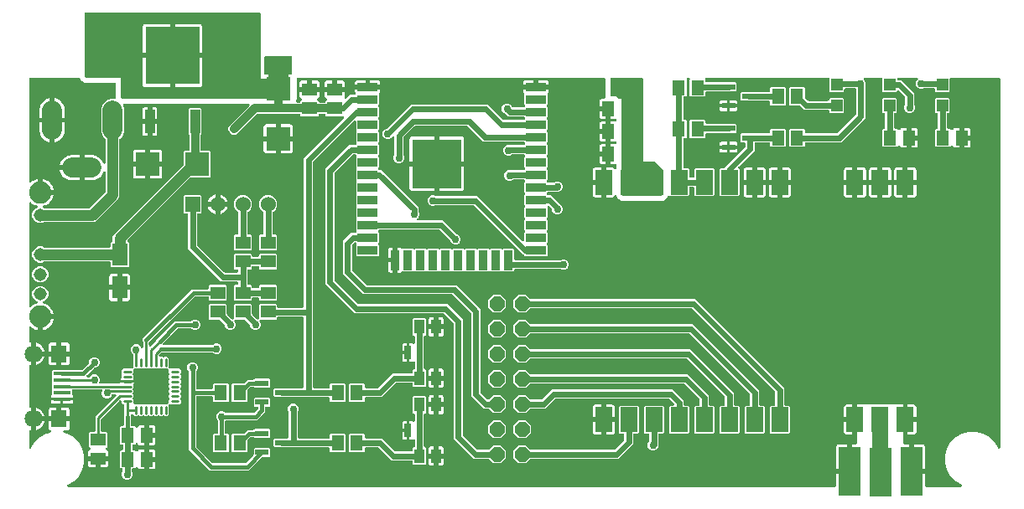
<source format=gbr>
G04 EAGLE Gerber RS-274X export*
G75*
%MOMM*%
%FSLAX34Y34*%
%LPD*%
%INTop Copper*%
%IPPOS*%
%AMOC8*
5,1,8,0,0,1.08239X$1,22.5*%
G01*
%ADD10R,1.500000X1.300000*%
%ADD11R,2.400000X2.400000*%
%ADD12R,1.300000X1.500000*%
%ADD13R,1.565300X2.255800*%
%ADD14R,1.750000X0.400000*%
%ADD15R,1.600000X1.800000*%
%ADD16C,1.800000*%
%ADD17C,2.000000*%
%ADD18R,1.524000X1.524000*%
%ADD19C,1.524000*%
%ADD20R,1.200000X1.200000*%
%ADD21R,1.322400X0.609200*%
%ADD22R,2.000000X0.900000*%
%ADD23R,0.900000X2.000000*%
%ADD24R,5.000000X5.000000*%
%ADD25R,1.700000X2.500000*%
%ADD26C,0.270000*%
%ADD27R,3.000000X3.000000*%
%ADD28R,0.983000X2.402400*%
%ADD29R,5.489100X5.863300*%
%ADD30R,2.200000X5.000000*%
%ADD31R,1.000000X1.450000*%
%ADD32R,0.650000X1.400000*%
%ADD33P,1.649562X8X292.500000*%
%ADD34C,1.308000*%
%ADD35C,2.250000*%
%ADD36C,1.500000*%
%ADD37C,0.756400*%
%ADD38C,0.609600*%
%ADD39C,2.032000*%
%ADD40C,0.812800*%
%ADD41C,0.254000*%
%ADD42C,0.406400*%
%ADD43C,1.625600*%
%ADD44C,1.066800*%

G36*
X824062Y10176D02*
X824062Y10176D01*
X824181Y10183D01*
X824219Y10196D01*
X824260Y10201D01*
X824370Y10244D01*
X824483Y10281D01*
X824518Y10303D01*
X824555Y10318D01*
X824651Y10387D01*
X824752Y10451D01*
X824780Y10481D01*
X824813Y10504D01*
X824889Y10596D01*
X824970Y10683D01*
X824990Y10718D01*
X825015Y10749D01*
X825066Y10857D01*
X825124Y10961D01*
X825134Y11001D01*
X825151Y11037D01*
X825173Y11154D01*
X825203Y11269D01*
X825207Y11329D01*
X825211Y11349D01*
X825209Y11370D01*
X825213Y11430D01*
X825213Y23115D01*
X837484Y23115D01*
X837602Y23130D01*
X837721Y23137D01*
X837759Y23150D01*
X837799Y23155D01*
X837910Y23198D01*
X838023Y23235D01*
X838058Y23257D01*
X838095Y23272D01*
X838191Y23342D01*
X838292Y23405D01*
X838320Y23435D01*
X838352Y23459D01*
X838428Y23550D01*
X838510Y23637D01*
X838529Y23672D01*
X838555Y23703D01*
X838606Y23811D01*
X838663Y23915D01*
X838674Y23955D01*
X838691Y23991D01*
X838713Y24108D01*
X838743Y24223D01*
X838747Y24284D01*
X838751Y24304D01*
X838749Y24324D01*
X838753Y24384D01*
X838753Y25655D01*
X840024Y25655D01*
X840142Y25670D01*
X840261Y25677D01*
X840299Y25690D01*
X840339Y25695D01*
X840450Y25739D01*
X840563Y25775D01*
X840598Y25797D01*
X840635Y25812D01*
X840731Y25882D01*
X840832Y25945D01*
X840860Y25975D01*
X840892Y25999D01*
X840968Y26090D01*
X841050Y26177D01*
X841069Y26212D01*
X841095Y26244D01*
X841146Y26351D01*
X841203Y26455D01*
X841214Y26495D01*
X841231Y26531D01*
X841253Y26648D01*
X841283Y26763D01*
X841287Y26824D01*
X841291Y26844D01*
X841289Y26864D01*
X841293Y26924D01*
X841293Y53195D01*
X844550Y53195D01*
X844668Y53210D01*
X844787Y53217D01*
X844825Y53230D01*
X844866Y53235D01*
X844976Y53278D01*
X845089Y53315D01*
X845124Y53337D01*
X845161Y53352D01*
X845257Y53421D01*
X845358Y53485D01*
X845386Y53515D01*
X845419Y53538D01*
X845495Y53630D01*
X845576Y53717D01*
X845596Y53752D01*
X845621Y53783D01*
X845672Y53891D01*
X845730Y53995D01*
X845740Y54035D01*
X845757Y54071D01*
X845779Y54188D01*
X845809Y54303D01*
X845813Y54363D01*
X845817Y54383D01*
X845815Y54404D01*
X845819Y54464D01*
X845819Y76850D01*
X845804Y76968D01*
X845797Y77087D01*
X845784Y77125D01*
X845779Y77165D01*
X845736Y77276D01*
X845699Y77389D01*
X845677Y77424D01*
X845662Y77461D01*
X845593Y77557D01*
X845529Y77658D01*
X845499Y77686D01*
X845476Y77718D01*
X845384Y77794D01*
X845297Y77876D01*
X845262Y77895D01*
X845231Y77921D01*
X845123Y77972D01*
X845019Y78029D01*
X844979Y78040D01*
X844943Y78057D01*
X844826Y78079D01*
X844711Y78109D01*
X844651Y78113D01*
X844631Y78117D01*
X844610Y78115D01*
X844550Y78119D01*
X844019Y78119D01*
X844019Y78121D01*
X844550Y78121D01*
X844668Y78136D01*
X844787Y78143D01*
X844825Y78156D01*
X844866Y78161D01*
X844976Y78205D01*
X845089Y78241D01*
X845124Y78263D01*
X845161Y78278D01*
X845257Y78348D01*
X845358Y78411D01*
X845386Y78441D01*
X845419Y78465D01*
X845495Y78556D01*
X845576Y78643D01*
X845596Y78678D01*
X845621Y78710D01*
X845672Y78817D01*
X845730Y78921D01*
X845740Y78961D01*
X845757Y78997D01*
X845779Y79114D01*
X845809Y79229D01*
X845813Y79290D01*
X845817Y79310D01*
X845815Y79330D01*
X845819Y79390D01*
X845819Y93236D01*
X846564Y93981D01*
X892066Y93981D01*
X892515Y93532D01*
X892567Y93492D01*
X892613Y93440D01*
X892625Y93423D01*
X892634Y93416D01*
X892653Y93395D01*
X892811Y93236D01*
X892811Y79390D01*
X892826Y79272D01*
X892833Y79153D01*
X892846Y79115D01*
X892851Y79075D01*
X892894Y78964D01*
X892931Y78851D01*
X892953Y78816D01*
X892968Y78779D01*
X893037Y78683D01*
X893101Y78582D01*
X893131Y78554D01*
X893154Y78522D01*
X893246Y78446D01*
X893333Y78364D01*
X893368Y78345D01*
X893399Y78319D01*
X893507Y78268D01*
X893611Y78211D01*
X893651Y78200D01*
X893687Y78183D01*
X893804Y78161D01*
X893919Y78131D01*
X893979Y78127D01*
X893999Y78123D01*
X894020Y78125D01*
X894080Y78121D01*
X894821Y78121D01*
X894821Y78119D01*
X894080Y78119D01*
X893962Y78104D01*
X893843Y78097D01*
X893805Y78084D01*
X893764Y78079D01*
X893654Y78035D01*
X893541Y77999D01*
X893506Y77977D01*
X893469Y77962D01*
X893373Y77892D01*
X893272Y77829D01*
X893244Y77799D01*
X893211Y77775D01*
X893135Y77684D01*
X893054Y77597D01*
X893034Y77562D01*
X893009Y77530D01*
X892958Y77423D01*
X892900Y77319D01*
X892890Y77279D01*
X892873Y77243D01*
X892851Y77126D01*
X892821Y77011D01*
X892817Y76950D01*
X892813Y76930D01*
X892815Y76910D01*
X892811Y76850D01*
X892811Y54464D01*
X892826Y54346D01*
X892833Y54227D01*
X892846Y54189D01*
X892851Y54148D01*
X892894Y54038D01*
X892931Y53925D01*
X892953Y53890D01*
X892968Y53853D01*
X893038Y53756D01*
X893101Y53656D01*
X893131Y53628D01*
X893154Y53595D01*
X893246Y53519D01*
X893333Y53438D01*
X893368Y53418D01*
X893399Y53393D01*
X893507Y53342D01*
X893611Y53284D01*
X893651Y53274D01*
X893687Y53257D01*
X893804Y53235D01*
X893919Y53205D01*
X893979Y53201D01*
X893999Y53197D01*
X894020Y53199D01*
X894080Y53195D01*
X898607Y53195D01*
X898607Y26924D01*
X898622Y26806D01*
X898629Y26687D01*
X898642Y26649D01*
X898647Y26609D01*
X898690Y26498D01*
X898727Y26385D01*
X898749Y26350D01*
X898764Y26313D01*
X898834Y26217D01*
X898897Y26116D01*
X898927Y26088D01*
X898951Y26056D01*
X899042Y25980D01*
X899129Y25898D01*
X899164Y25879D01*
X899195Y25853D01*
X899303Y25802D01*
X899407Y25745D01*
X899447Y25734D01*
X899483Y25717D01*
X899600Y25695D01*
X899715Y25665D01*
X899776Y25661D01*
X899796Y25657D01*
X899816Y25659D01*
X899876Y25655D01*
X901147Y25655D01*
X901147Y24384D01*
X901162Y24266D01*
X901169Y24147D01*
X901182Y24109D01*
X901187Y24069D01*
X901231Y23958D01*
X901267Y23845D01*
X901289Y23810D01*
X901304Y23773D01*
X901374Y23677D01*
X901437Y23576D01*
X901467Y23548D01*
X901491Y23515D01*
X901582Y23440D01*
X901669Y23358D01*
X901704Y23338D01*
X901736Y23313D01*
X901843Y23262D01*
X901947Y23204D01*
X901987Y23194D01*
X902023Y23177D01*
X902140Y23155D01*
X902255Y23125D01*
X902316Y23121D01*
X902336Y23117D01*
X902356Y23119D01*
X902416Y23115D01*
X914687Y23115D01*
X914687Y11430D01*
X914702Y11312D01*
X914709Y11193D01*
X914722Y11155D01*
X914727Y11114D01*
X914770Y11004D01*
X914807Y10891D01*
X914829Y10856D01*
X914844Y10819D01*
X914913Y10723D01*
X914977Y10622D01*
X915007Y10594D01*
X915030Y10561D01*
X915122Y10485D01*
X915209Y10404D01*
X915244Y10384D01*
X915275Y10359D01*
X915383Y10308D01*
X915487Y10250D01*
X915527Y10240D01*
X915563Y10223D01*
X915680Y10201D01*
X915795Y10171D01*
X915855Y10167D01*
X915875Y10163D01*
X915896Y10165D01*
X915956Y10161D01*
X950994Y10161D01*
X951138Y10179D01*
X951283Y10194D01*
X951296Y10199D01*
X951309Y10201D01*
X951445Y10254D01*
X951581Y10305D01*
X951593Y10313D01*
X951605Y10318D01*
X951723Y10403D01*
X951843Y10486D01*
X951852Y10497D01*
X951862Y10504D01*
X951955Y10616D01*
X952051Y10727D01*
X952057Y10739D01*
X952065Y10749D01*
X952127Y10881D01*
X952192Y11012D01*
X952195Y11025D01*
X952201Y11037D01*
X952228Y11179D01*
X952259Y11323D01*
X952258Y11336D01*
X952261Y11349D01*
X952252Y11494D01*
X952246Y11640D01*
X952242Y11654D01*
X952241Y11667D01*
X952196Y11805D01*
X952154Y11945D01*
X952147Y11957D01*
X952143Y11969D01*
X952065Y12092D01*
X951990Y12217D01*
X951980Y12227D01*
X951973Y12238D01*
X951867Y12338D01*
X951763Y12440D01*
X951747Y12450D01*
X951741Y12456D01*
X951726Y12464D01*
X951629Y12529D01*
X945676Y15966D01*
X940526Y21116D01*
X936884Y27423D01*
X934999Y34458D01*
X934999Y41742D01*
X936884Y48777D01*
X940526Y55084D01*
X945676Y60234D01*
X951983Y63876D01*
X959018Y65761D01*
X966302Y65761D01*
X973337Y63876D01*
X979644Y60234D01*
X984794Y55084D01*
X988231Y49131D01*
X988319Y49015D01*
X988404Y48898D01*
X988415Y48889D01*
X988423Y48878D01*
X988537Y48788D01*
X988649Y48695D01*
X988662Y48689D01*
X988672Y48681D01*
X988806Y48621D01*
X988937Y48559D01*
X988950Y48557D01*
X988963Y48551D01*
X989107Y48527D01*
X989250Y48499D01*
X989263Y48500D01*
X989276Y48498D01*
X989422Y48510D01*
X989567Y48519D01*
X989580Y48523D01*
X989593Y48524D01*
X989731Y48572D01*
X989869Y48617D01*
X989881Y48624D01*
X989894Y48629D01*
X990015Y48709D01*
X990138Y48787D01*
X990147Y48797D01*
X990159Y48805D01*
X990256Y48912D01*
X990356Y49019D01*
X990363Y49031D01*
X990372Y49041D01*
X990439Y49170D01*
X990510Y49297D01*
X990513Y49311D01*
X990519Y49323D01*
X990553Y49465D01*
X990589Y49605D01*
X990590Y49624D01*
X990592Y49632D01*
X990592Y49649D01*
X990599Y49766D01*
X990599Y422910D01*
X990584Y423028D01*
X990577Y423147D01*
X990564Y423185D01*
X990559Y423226D01*
X990516Y423336D01*
X990479Y423449D01*
X990457Y423484D01*
X990442Y423521D01*
X990373Y423617D01*
X990309Y423718D01*
X990279Y423746D01*
X990256Y423779D01*
X990164Y423855D01*
X990077Y423936D01*
X990042Y423956D01*
X990011Y423981D01*
X989903Y424032D01*
X989799Y424090D01*
X989759Y424100D01*
X989723Y424117D01*
X989606Y424139D01*
X989491Y424169D01*
X989431Y424173D01*
X989411Y424177D01*
X989390Y424175D01*
X989330Y424179D01*
X940974Y424179D01*
X940856Y424164D01*
X940737Y424157D01*
X940699Y424144D01*
X940658Y424139D01*
X940548Y424096D01*
X940435Y424059D01*
X940400Y424037D01*
X940363Y424022D01*
X940267Y423953D01*
X940166Y423889D01*
X940138Y423859D01*
X940105Y423836D01*
X940029Y423744D01*
X939948Y423657D01*
X939928Y423622D01*
X939903Y423591D01*
X939852Y423483D01*
X939794Y423379D01*
X939784Y423339D01*
X939767Y423303D01*
X939745Y423186D01*
X939715Y423071D01*
X939711Y423011D01*
X939707Y422991D01*
X939709Y422970D01*
X939705Y422910D01*
X939705Y410268D01*
X938812Y409375D01*
X925548Y409375D01*
X924655Y410268D01*
X924655Y411988D01*
X924640Y412106D01*
X924633Y412225D01*
X924620Y412263D01*
X924615Y412304D01*
X924572Y412414D01*
X924535Y412527D01*
X924513Y412562D01*
X924498Y412599D01*
X924429Y412695D01*
X924365Y412796D01*
X924335Y412824D01*
X924312Y412857D01*
X924220Y412933D01*
X924133Y413014D01*
X924098Y413034D01*
X924067Y413059D01*
X923959Y413110D01*
X923855Y413168D01*
X923815Y413178D01*
X923779Y413195D01*
X923662Y413217D01*
X923547Y413247D01*
X923487Y413251D01*
X923467Y413255D01*
X923446Y413253D01*
X923386Y413257D01*
X913670Y413257D01*
X913661Y413256D01*
X913652Y413257D01*
X913503Y413236D01*
X913355Y413217D01*
X913346Y413214D01*
X913337Y413213D01*
X913184Y413161D01*
X911646Y412523D01*
X909534Y412523D01*
X907584Y413331D01*
X906091Y414824D01*
X905283Y416774D01*
X905283Y418886D01*
X906091Y420836D01*
X907268Y422013D01*
X907353Y422122D01*
X907442Y422229D01*
X907450Y422248D01*
X907463Y422264D01*
X907518Y422392D01*
X907577Y422517D01*
X907581Y422537D01*
X907589Y422556D01*
X907611Y422694D01*
X907637Y422830D01*
X907636Y422850D01*
X907639Y422870D01*
X907626Y423009D01*
X907617Y423147D01*
X907611Y423166D01*
X907609Y423186D01*
X907562Y423318D01*
X907519Y423449D01*
X907508Y423467D01*
X907501Y423486D01*
X907423Y423601D01*
X907349Y423718D01*
X907334Y423732D01*
X907323Y423749D01*
X907219Y423841D01*
X907117Y423936D01*
X907100Y423946D01*
X907084Y423959D01*
X906961Y424022D01*
X906839Y424090D01*
X906819Y424095D01*
X906801Y424104D01*
X906665Y424134D01*
X906531Y424169D01*
X906503Y424171D01*
X906491Y424174D01*
X906470Y424173D01*
X906370Y424179D01*
X887634Y424179D01*
X887516Y424164D01*
X887397Y424157D01*
X887359Y424144D01*
X887318Y424139D01*
X887208Y424096D01*
X887095Y424059D01*
X887060Y424037D01*
X887023Y424022D01*
X886927Y423953D01*
X886826Y423889D01*
X886798Y423859D01*
X886765Y423836D01*
X886689Y423744D01*
X886608Y423657D01*
X886588Y423622D01*
X886563Y423591D01*
X886512Y423483D01*
X886454Y423379D01*
X886444Y423339D01*
X886427Y423303D01*
X886405Y423186D01*
X886375Y423071D01*
X886371Y423011D01*
X886367Y422991D01*
X886369Y422970D01*
X886365Y422910D01*
X886365Y422742D01*
X886380Y422624D01*
X886387Y422505D01*
X886400Y422467D01*
X886405Y422426D01*
X886448Y422316D01*
X886485Y422203D01*
X886507Y422168D01*
X886522Y422131D01*
X886591Y422035D01*
X886655Y421934D01*
X886685Y421906D01*
X886708Y421873D01*
X886800Y421797D01*
X886887Y421716D01*
X886922Y421696D01*
X886953Y421671D01*
X887061Y421620D01*
X887165Y421562D01*
X887205Y421552D01*
X887241Y421535D01*
X887358Y421513D01*
X887473Y421483D01*
X887533Y421479D01*
X887553Y421475D01*
X887574Y421477D01*
X887634Y421473D01*
X890554Y421473D01*
X903733Y408294D01*
X903733Y396780D01*
X903734Y396771D01*
X903733Y396762D01*
X903754Y396613D01*
X903773Y396465D01*
X903776Y396456D01*
X903777Y396447D01*
X903829Y396294D01*
X904467Y394756D01*
X904467Y392644D01*
X903659Y390694D01*
X902166Y389201D01*
X900216Y388393D01*
X898104Y388393D01*
X896154Y389201D01*
X894661Y390694D01*
X893853Y392644D01*
X893853Y394756D01*
X894491Y396294D01*
X894493Y396303D01*
X894498Y396311D01*
X894535Y396457D01*
X894575Y396601D01*
X894575Y396610D01*
X894577Y396619D01*
X894587Y396780D01*
X894587Y403980D01*
X894575Y404078D01*
X894572Y404177D01*
X894555Y404236D01*
X894547Y404296D01*
X894511Y404388D01*
X894483Y404483D01*
X894453Y404535D01*
X894430Y404591D01*
X894372Y404671D01*
X894322Y404757D01*
X894256Y404832D01*
X894244Y404849D01*
X894234Y404857D01*
X894216Y404878D01*
X888492Y410601D01*
X888398Y410674D01*
X888309Y410753D01*
X888273Y410771D01*
X888241Y410796D01*
X888131Y410843D01*
X888026Y410897D01*
X887986Y410906D01*
X887949Y410922D01*
X887831Y410941D01*
X887715Y410967D01*
X887675Y410966D01*
X887635Y410972D01*
X887516Y410961D01*
X887397Y410957D01*
X887359Y410946D01*
X887318Y410942D01*
X887206Y410902D01*
X887092Y410869D01*
X887057Y410848D01*
X887019Y410835D01*
X886920Y410768D01*
X886818Y410707D01*
X886773Y410668D01*
X886756Y410656D01*
X886742Y410641D01*
X886697Y410601D01*
X885472Y409375D01*
X872208Y409375D01*
X871315Y410268D01*
X871315Y422910D01*
X871300Y423028D01*
X871293Y423147D01*
X871280Y423185D01*
X871275Y423226D01*
X871232Y423336D01*
X871195Y423449D01*
X871173Y423484D01*
X871158Y423521D01*
X871089Y423617D01*
X871025Y423718D01*
X870995Y423746D01*
X870972Y423779D01*
X870880Y423855D01*
X870793Y423936D01*
X870758Y423956D01*
X870727Y423981D01*
X870619Y424032D01*
X870515Y424090D01*
X870475Y424100D01*
X870439Y424117D01*
X870322Y424139D01*
X870207Y424169D01*
X870147Y424173D01*
X870127Y424177D01*
X870106Y424175D01*
X870046Y424179D01*
X853850Y424179D01*
X853712Y424162D01*
X853574Y424149D01*
X853554Y424142D01*
X853534Y424139D01*
X853405Y424088D01*
X853274Y424041D01*
X853257Y424030D01*
X853239Y424022D01*
X853126Y423941D01*
X853011Y423863D01*
X852998Y423847D01*
X852981Y423836D01*
X852892Y423728D01*
X852801Y423624D01*
X852791Y423606D01*
X852778Y423591D01*
X852719Y423465D01*
X852656Y423341D01*
X852652Y423321D01*
X852643Y423303D01*
X852617Y423167D01*
X852586Y423031D01*
X852587Y423010D01*
X852583Y422991D01*
X852592Y422852D01*
X852596Y422713D01*
X852602Y422693D01*
X852603Y422673D01*
X852646Y422541D01*
X852684Y422407D01*
X852695Y422390D01*
X852701Y422371D01*
X852775Y422253D01*
X852846Y422133D01*
X852865Y422112D01*
X852871Y422102D01*
X852886Y422088D01*
X852952Y422013D01*
X854129Y420836D01*
X854937Y418886D01*
X854937Y416774D01*
X854299Y415236D01*
X854297Y415227D01*
X854292Y415219D01*
X854255Y415073D01*
X854215Y414929D01*
X854215Y414920D01*
X854213Y414911D01*
X854203Y414750D01*
X854203Y382916D01*
X829934Y358647D01*
X794764Y358647D01*
X794646Y358632D01*
X794527Y358625D01*
X794489Y358612D01*
X794448Y358607D01*
X794338Y358564D01*
X794225Y358527D01*
X794190Y358505D01*
X794153Y358490D01*
X794057Y358421D01*
X793956Y358357D01*
X793928Y358327D01*
X793895Y358304D01*
X793819Y358212D01*
X793738Y358125D01*
X793718Y358090D01*
X793693Y358059D01*
X793642Y357951D01*
X793584Y357847D01*
X793574Y357807D01*
X793557Y357771D01*
X793535Y357654D01*
X793505Y357539D01*
X793501Y357479D01*
X793497Y357459D01*
X793499Y357438D01*
X793495Y357378D01*
X793495Y355088D01*
X792602Y354195D01*
X778338Y354195D01*
X777445Y355088D01*
X777445Y371352D01*
X778338Y372245D01*
X792602Y372245D01*
X793495Y371352D01*
X793495Y369062D01*
X793510Y368944D01*
X793517Y368825D01*
X793530Y368787D01*
X793535Y368746D01*
X793578Y368636D01*
X793615Y368523D01*
X793637Y368488D01*
X793652Y368451D01*
X793721Y368355D01*
X793785Y368254D01*
X793815Y368226D01*
X793838Y368193D01*
X793930Y368117D01*
X794017Y368036D01*
X794052Y368016D01*
X794083Y367991D01*
X794191Y367940D01*
X794295Y367882D01*
X794335Y367872D01*
X794371Y367855D01*
X794488Y367833D01*
X794603Y367803D01*
X794663Y367799D01*
X794683Y367795D01*
X794704Y367797D01*
X794764Y367793D01*
X825620Y367793D01*
X825718Y367805D01*
X825817Y367808D01*
X825876Y367825D01*
X825936Y367833D01*
X826028Y367869D01*
X826123Y367897D01*
X826175Y367927D01*
X826231Y367950D01*
X826311Y368008D01*
X826397Y368058D01*
X826472Y368124D01*
X826489Y368136D01*
X826497Y368146D01*
X826518Y368164D01*
X844686Y386332D01*
X844746Y386411D01*
X844814Y386483D01*
X844843Y386536D01*
X844880Y386584D01*
X844920Y386675D01*
X844968Y386761D01*
X844983Y386820D01*
X845007Y386875D01*
X845022Y386973D01*
X845047Y387069D01*
X845053Y387169D01*
X845057Y387190D01*
X845055Y387202D01*
X845057Y387230D01*
X845057Y411988D01*
X845042Y412106D01*
X845035Y412225D01*
X845022Y412263D01*
X845017Y412304D01*
X844974Y412414D01*
X844937Y412527D01*
X844915Y412562D01*
X844900Y412599D01*
X844831Y412695D01*
X844767Y412796D01*
X844737Y412824D01*
X844714Y412857D01*
X844622Y412933D01*
X844535Y413014D01*
X844500Y413034D01*
X844469Y413059D01*
X844361Y413110D01*
X844257Y413168D01*
X844217Y413178D01*
X844181Y413195D01*
X844064Y413217D01*
X843949Y413247D01*
X843889Y413251D01*
X843869Y413255D01*
X843848Y413253D01*
X843788Y413257D01*
X834294Y413257D01*
X834176Y413242D01*
X834057Y413235D01*
X834019Y413222D01*
X833978Y413217D01*
X833868Y413174D01*
X833755Y413137D01*
X833720Y413115D01*
X833683Y413100D01*
X833587Y413031D01*
X833486Y412967D01*
X833458Y412937D01*
X833425Y412914D01*
X833349Y412822D01*
X833268Y412735D01*
X833248Y412700D01*
X833223Y412669D01*
X833172Y412561D01*
X833114Y412457D01*
X833104Y412417D01*
X833087Y412381D01*
X833065Y412264D01*
X833035Y412149D01*
X833031Y412089D01*
X833027Y412069D01*
X833029Y412048D01*
X833025Y411988D01*
X833025Y410268D01*
X832132Y409375D01*
X818868Y409375D01*
X817975Y410268D01*
X817975Y422910D01*
X817960Y423028D01*
X817953Y423147D01*
X817940Y423185D01*
X817935Y423226D01*
X817892Y423336D01*
X817855Y423449D01*
X817833Y423484D01*
X817818Y423521D01*
X817749Y423617D01*
X817685Y423718D01*
X817655Y423746D01*
X817632Y423779D01*
X817540Y423855D01*
X817453Y423936D01*
X817418Y423956D01*
X817387Y423981D01*
X817279Y424032D01*
X817175Y424090D01*
X817135Y424100D01*
X817099Y424117D01*
X816982Y424139D01*
X816867Y424169D01*
X816807Y424173D01*
X816787Y424177D01*
X816766Y424175D01*
X816706Y424179D01*
X694201Y424179D01*
X694064Y424162D01*
X693925Y424149D01*
X693906Y424142D01*
X693886Y424139D01*
X693757Y424088D01*
X693626Y424041D01*
X693609Y424030D01*
X693590Y424022D01*
X693478Y423941D01*
X693363Y423863D01*
X693349Y423847D01*
X693333Y423836D01*
X693244Y423728D01*
X693152Y423624D01*
X693143Y423606D01*
X693130Y423591D01*
X693071Y423465D01*
X693007Y423341D01*
X693003Y423321D01*
X692994Y423303D01*
X692968Y423167D01*
X692938Y423031D01*
X692938Y423010D01*
X692935Y422991D01*
X692943Y422852D01*
X692947Y422713D01*
X692953Y422693D01*
X692954Y422673D01*
X692997Y422541D01*
X693036Y422407D01*
X693046Y422390D01*
X693052Y422371D01*
X693127Y422253D01*
X693165Y422189D01*
X693165Y420472D01*
X693180Y420354D01*
X693187Y420235D01*
X693200Y420197D01*
X693205Y420156D01*
X693248Y420046D01*
X693285Y419933D01*
X693307Y419898D01*
X693322Y419861D01*
X693391Y419765D01*
X693455Y419664D01*
X693485Y419636D01*
X693508Y419603D01*
X693600Y419527D01*
X693687Y419446D01*
X693722Y419426D01*
X693753Y419401D01*
X693861Y419350D01*
X693965Y419292D01*
X694005Y419282D01*
X694041Y419265D01*
X694158Y419243D01*
X694273Y419213D01*
X694333Y419209D01*
X694353Y419205D01*
X694374Y419207D01*
X694434Y419203D01*
X718668Y419203D01*
X718677Y419201D01*
X718689Y419203D01*
X718717Y419201D01*
X723539Y419201D01*
X724432Y418308D01*
X724432Y410952D01*
X723539Y410059D01*
X718717Y410059D01*
X718701Y410057D01*
X694434Y410057D01*
X694316Y410042D01*
X694197Y410035D01*
X694159Y410022D01*
X694118Y410017D01*
X694008Y409974D01*
X693895Y409937D01*
X693860Y409915D01*
X693823Y409900D01*
X693727Y409831D01*
X693626Y409767D01*
X693598Y409737D01*
X693565Y409714D01*
X693489Y409622D01*
X693408Y409535D01*
X693388Y409500D01*
X693363Y409469D01*
X693312Y409361D01*
X693254Y409257D01*
X693244Y409217D01*
X693227Y409181D01*
X693205Y409064D01*
X693175Y408949D01*
X693171Y408889D01*
X693167Y408869D01*
X693169Y408848D01*
X693165Y408788D01*
X693165Y405888D01*
X692272Y404995D01*
X678008Y404995D01*
X677115Y405888D01*
X677115Y422187D01*
X677150Y422229D01*
X677159Y422248D01*
X677171Y422264D01*
X677227Y422392D01*
X677286Y422517D01*
X677289Y422537D01*
X677297Y422556D01*
X677319Y422694D01*
X677345Y422830D01*
X677344Y422850D01*
X677347Y422870D01*
X677334Y423009D01*
X677326Y423147D01*
X677319Y423166D01*
X677318Y423186D01*
X677270Y423318D01*
X677228Y423449D01*
X677217Y423467D01*
X677210Y423486D01*
X677132Y423601D01*
X677057Y423718D01*
X677043Y423732D01*
X677031Y423749D01*
X676927Y423841D01*
X676826Y423936D01*
X676808Y423946D01*
X676793Y423959D01*
X676669Y424022D01*
X676547Y424090D01*
X676528Y424095D01*
X676510Y424104D01*
X676374Y424134D01*
X676239Y424169D01*
X676211Y424171D01*
X676199Y424174D01*
X676179Y424173D01*
X676079Y424179D01*
X675201Y424179D01*
X675064Y424162D01*
X674925Y424149D01*
X674906Y424142D01*
X674886Y424139D01*
X674757Y424088D01*
X674626Y424041D01*
X674609Y424030D01*
X674590Y424022D01*
X674478Y423941D01*
X674363Y423863D01*
X674349Y423847D01*
X674333Y423836D01*
X674244Y423728D01*
X674152Y423624D01*
X674143Y423606D01*
X674130Y423591D01*
X674071Y423465D01*
X674007Y423341D01*
X674003Y423321D01*
X673994Y423303D01*
X673968Y423167D01*
X673938Y423031D01*
X673938Y423010D01*
X673935Y422991D01*
X673943Y422852D01*
X673947Y422713D01*
X673953Y422693D01*
X673954Y422673D01*
X673997Y422541D01*
X674036Y422407D01*
X674046Y422390D01*
X674052Y422371D01*
X674127Y422253D01*
X674165Y422189D01*
X674165Y405888D01*
X673272Y404995D01*
X671982Y404995D01*
X671864Y404980D01*
X671745Y404973D01*
X671707Y404960D01*
X671666Y404955D01*
X671556Y404912D01*
X671443Y404875D01*
X671408Y404853D01*
X671371Y404838D01*
X671275Y404769D01*
X671174Y404705D01*
X671146Y404675D01*
X671113Y404652D01*
X671037Y404560D01*
X670956Y404473D01*
X670936Y404438D01*
X670911Y404407D01*
X670860Y404299D01*
X670802Y404195D01*
X670792Y404155D01*
X670775Y404119D01*
X670753Y404002D01*
X670723Y403887D01*
X670719Y403827D01*
X670715Y403807D01*
X670717Y403786D01*
X670713Y403726D01*
X670713Y382404D01*
X670728Y382286D01*
X670735Y382167D01*
X670748Y382129D01*
X670753Y382088D01*
X670796Y381978D01*
X670833Y381865D01*
X670855Y381830D01*
X670870Y381793D01*
X670939Y381697D01*
X671003Y381596D01*
X671033Y381568D01*
X671056Y381535D01*
X671148Y381459D01*
X671235Y381378D01*
X671270Y381358D01*
X671301Y381333D01*
X671409Y381282D01*
X671513Y381224D01*
X671553Y381214D01*
X671589Y381197D01*
X671706Y381175D01*
X671821Y381145D01*
X671881Y381141D01*
X671901Y381137D01*
X671922Y381139D01*
X671982Y381135D01*
X673272Y381135D01*
X674165Y380242D01*
X674165Y363978D01*
X673272Y363085D01*
X671982Y363085D01*
X671864Y363070D01*
X671745Y363063D01*
X671707Y363050D01*
X671666Y363045D01*
X671556Y363002D01*
X671443Y362965D01*
X671408Y362943D01*
X671371Y362928D01*
X671275Y362859D01*
X671174Y362795D01*
X671146Y362765D01*
X671113Y362742D01*
X671037Y362650D01*
X670956Y362563D01*
X670936Y362528D01*
X670911Y362497D01*
X670860Y362389D01*
X670802Y362285D01*
X670792Y362245D01*
X670775Y362209D01*
X670753Y362092D01*
X670723Y361977D01*
X670719Y361917D01*
X670715Y361897D01*
X670717Y361876D01*
X670713Y361816D01*
X670713Y333414D01*
X670728Y333296D01*
X670735Y333177D01*
X670748Y333139D01*
X670753Y333098D01*
X670796Y332988D01*
X670833Y332875D01*
X670855Y332840D01*
X670870Y332803D01*
X670939Y332707D01*
X671003Y332606D01*
X671033Y332578D01*
X671056Y332545D01*
X671148Y332469D01*
X671235Y332388D01*
X671270Y332368D01*
X671301Y332343D01*
X671409Y332292D01*
X671513Y332234D01*
X671553Y332224D01*
X671589Y332207D01*
X671706Y332185D01*
X671821Y332155D01*
X671881Y332151D01*
X671901Y332147D01*
X671922Y332149D01*
X671982Y332145D01*
X675552Y332145D01*
X676445Y331252D01*
X676445Y323962D01*
X676460Y323844D01*
X676467Y323725D01*
X676480Y323687D01*
X676485Y323646D01*
X676528Y323536D01*
X676565Y323423D01*
X676587Y323388D01*
X676602Y323351D01*
X676671Y323255D01*
X676735Y323154D01*
X676765Y323126D01*
X676788Y323093D01*
X676880Y323017D01*
X676967Y322936D01*
X677002Y322916D01*
X677033Y322891D01*
X677141Y322840D01*
X677245Y322782D01*
X677285Y322772D01*
X677321Y322755D01*
X677438Y322733D01*
X677553Y322703D01*
X677613Y322699D01*
X677633Y322695D01*
X677654Y322697D01*
X677714Y322693D01*
X680526Y322693D01*
X680644Y322708D01*
X680763Y322715D01*
X680801Y322728D01*
X680842Y322733D01*
X680952Y322776D01*
X681065Y322813D01*
X681100Y322835D01*
X681137Y322850D01*
X681233Y322919D01*
X681334Y322983D01*
X681362Y323013D01*
X681395Y323036D01*
X681471Y323128D01*
X681552Y323215D01*
X681572Y323250D01*
X681597Y323281D01*
X681648Y323389D01*
X681706Y323493D01*
X681716Y323533D01*
X681733Y323569D01*
X681755Y323686D01*
X681785Y323801D01*
X681789Y323861D01*
X681793Y323881D01*
X681791Y323902D01*
X681795Y323962D01*
X681795Y331252D01*
X682688Y332145D01*
X700952Y332145D01*
X701845Y331252D01*
X701845Y304988D01*
X700952Y304095D01*
X682688Y304095D01*
X681795Y304988D01*
X681795Y312278D01*
X681780Y312396D01*
X681773Y312515D01*
X681760Y312553D01*
X681755Y312594D01*
X681712Y312704D01*
X681675Y312817D01*
X681653Y312852D01*
X681638Y312889D01*
X681569Y312985D01*
X681505Y313086D01*
X681475Y313114D01*
X681452Y313147D01*
X681360Y313223D01*
X681273Y313304D01*
X681238Y313324D01*
X681207Y313349D01*
X681099Y313400D01*
X680995Y313458D01*
X680955Y313468D01*
X680919Y313485D01*
X680802Y313507D01*
X680687Y313537D01*
X680627Y313541D01*
X680607Y313545D01*
X680586Y313543D01*
X680526Y313547D01*
X677714Y313547D01*
X677596Y313532D01*
X677477Y313525D01*
X677439Y313512D01*
X677398Y313507D01*
X677288Y313464D01*
X677175Y313427D01*
X677140Y313405D01*
X677103Y313390D01*
X677007Y313321D01*
X676906Y313257D01*
X676878Y313227D01*
X676845Y313204D01*
X676769Y313112D01*
X676688Y313025D01*
X676668Y312990D01*
X676643Y312959D01*
X676592Y312851D01*
X676534Y312747D01*
X676524Y312707D01*
X676507Y312671D01*
X676485Y312554D01*
X676455Y312439D01*
X676451Y312379D01*
X676447Y312359D01*
X676449Y312338D01*
X676448Y312325D01*
X676447Y312323D01*
X676447Y312320D01*
X676445Y312278D01*
X676445Y304988D01*
X675552Y304095D01*
X657288Y304095D01*
X657032Y304352D01*
X656993Y304382D01*
X656959Y304419D01*
X656867Y304479D01*
X656781Y304547D01*
X656735Y304567D01*
X656693Y304594D01*
X656590Y304629D01*
X656489Y304673D01*
X656440Y304681D01*
X656393Y304697D01*
X656283Y304706D01*
X656175Y304723D01*
X656125Y304718D01*
X656076Y304722D01*
X655968Y304703D01*
X655858Y304693D01*
X655811Y304676D01*
X655762Y304668D01*
X655662Y304623D01*
X655559Y304586D01*
X655518Y304558D01*
X655472Y304537D01*
X655386Y304469D01*
X655296Y304407D01*
X655263Y304370D01*
X655224Y304339D01*
X655158Y304251D01*
X655085Y304169D01*
X655063Y304124D01*
X655033Y304085D01*
X654962Y303940D01*
X654354Y302473D01*
X652567Y300686D01*
X650233Y299719D01*
X608337Y299719D01*
X606003Y300686D01*
X604216Y302473D01*
X603372Y304511D01*
X603344Y304560D01*
X603324Y304613D01*
X603265Y304698D01*
X603214Y304788D01*
X603175Y304828D01*
X603143Y304875D01*
X603065Y304942D01*
X602993Y305016D01*
X602945Y305046D01*
X602902Y305083D01*
X602809Y305129D01*
X602722Y305182D01*
X602668Y305199D01*
X602617Y305224D01*
X602516Y305246D01*
X602418Y305276D01*
X602361Y305279D01*
X602306Y305290D01*
X602203Y305286D01*
X602100Y305291D01*
X602045Y305280D01*
X601988Y305277D01*
X601890Y305248D01*
X601789Y305227D01*
X601738Y305202D01*
X601684Y305186D01*
X601596Y305133D01*
X601503Y305087D01*
X601460Y305051D01*
X601412Y305021D01*
X601339Y304948D01*
X601261Y304881D01*
X601229Y304835D01*
X601189Y304794D01*
X601100Y304660D01*
X600753Y304060D01*
X600280Y303587D01*
X599701Y303252D01*
X599054Y303079D01*
X592759Y303079D01*
X592759Y316850D01*
X592744Y316968D01*
X592737Y317087D01*
X592724Y317125D01*
X592719Y317165D01*
X592675Y317276D01*
X592639Y317389D01*
X592617Y317424D01*
X592602Y317461D01*
X592532Y317557D01*
X592469Y317658D01*
X592439Y317686D01*
X592415Y317718D01*
X592324Y317794D01*
X592237Y317876D01*
X592202Y317895D01*
X592170Y317921D01*
X592063Y317972D01*
X591959Y318029D01*
X591919Y318040D01*
X591883Y318057D01*
X591766Y318079D01*
X591651Y318109D01*
X591590Y318113D01*
X591570Y318117D01*
X591550Y318115D01*
X591490Y318119D01*
X590219Y318119D01*
X590219Y318121D01*
X591490Y318121D01*
X591608Y318136D01*
X591727Y318143D01*
X591765Y318156D01*
X591805Y318161D01*
X591916Y318205D01*
X592029Y318241D01*
X592064Y318263D01*
X592101Y318278D01*
X592197Y318348D01*
X592298Y318411D01*
X592326Y318441D01*
X592358Y318465D01*
X592434Y318556D01*
X592516Y318643D01*
X592535Y318678D01*
X592561Y318710D01*
X592612Y318817D01*
X592669Y318921D01*
X592680Y318961D01*
X592697Y318997D01*
X592719Y319114D01*
X592749Y319229D01*
X592753Y319290D01*
X592757Y319310D01*
X592755Y319330D01*
X592759Y319390D01*
X592759Y333161D01*
X599054Y333161D01*
X599701Y332988D01*
X600280Y332653D01*
X600753Y332180D01*
X600881Y331959D01*
X600969Y331842D01*
X601054Y331725D01*
X601065Y331716D01*
X601073Y331705D01*
X601188Y331615D01*
X601299Y331522D01*
X601312Y331516D01*
X601322Y331508D01*
X601456Y331448D01*
X601587Y331386D01*
X601600Y331384D01*
X601613Y331378D01*
X601757Y331354D01*
X601900Y331327D01*
X601913Y331328D01*
X601926Y331325D01*
X602072Y331337D01*
X602217Y331346D01*
X602230Y331351D01*
X602243Y331352D01*
X602381Y331400D01*
X602519Y331444D01*
X602531Y331452D01*
X602544Y331456D01*
X602665Y331537D01*
X602788Y331615D01*
X602797Y331624D01*
X602809Y331632D01*
X602906Y331740D01*
X603006Y331846D01*
X603013Y331858D01*
X603022Y331868D01*
X603089Y331997D01*
X603160Y332125D01*
X603163Y332138D01*
X603169Y332150D01*
X603203Y332292D01*
X603239Y332433D01*
X603240Y332451D01*
X603242Y332459D01*
X603242Y332476D01*
X603249Y332593D01*
X603249Y335400D01*
X603234Y335518D01*
X603227Y335637D01*
X603214Y335675D01*
X603209Y335716D01*
X603166Y335826D01*
X603129Y335939D01*
X603107Y335974D01*
X603092Y336011D01*
X603023Y336107D01*
X602959Y336208D01*
X602929Y336236D01*
X602906Y336269D01*
X602814Y336345D01*
X602727Y336426D01*
X602692Y336446D01*
X602661Y336471D01*
X602553Y336522D01*
X602449Y336580D01*
X602409Y336590D01*
X602373Y336607D01*
X602256Y336629D01*
X602141Y336659D01*
X602081Y336663D01*
X602061Y336667D01*
X602040Y336665D01*
X601980Y336669D01*
X597559Y336669D01*
X597559Y345440D01*
X597544Y345558D01*
X597537Y345677D01*
X597524Y345715D01*
X597519Y345755D01*
X597475Y345866D01*
X597439Y345979D01*
X597417Y346014D01*
X597402Y346051D01*
X597333Y346147D01*
X597269Y346248D01*
X597239Y346276D01*
X597215Y346308D01*
X597124Y346384D01*
X597037Y346466D01*
X597002Y346485D01*
X596970Y346511D01*
X596863Y346562D01*
X596759Y346619D01*
X596719Y346630D01*
X596683Y346647D01*
X596566Y346669D01*
X596451Y346699D01*
X596390Y346703D01*
X596370Y346707D01*
X596350Y346705D01*
X596290Y346709D01*
X595019Y346709D01*
X595019Y346711D01*
X596290Y346711D01*
X596408Y346726D01*
X596527Y346733D01*
X596565Y346746D01*
X596605Y346751D01*
X596716Y346795D01*
X596829Y346831D01*
X596864Y346853D01*
X596901Y346868D01*
X596997Y346938D01*
X597098Y347001D01*
X597126Y347031D01*
X597158Y347055D01*
X597234Y347146D01*
X597316Y347233D01*
X597335Y347268D01*
X597361Y347300D01*
X597412Y347407D01*
X597469Y347511D01*
X597480Y347551D01*
X597497Y347587D01*
X597519Y347704D01*
X597549Y347819D01*
X597553Y347880D01*
X597557Y347900D01*
X597555Y347920D01*
X597559Y347980D01*
X597559Y356751D01*
X601980Y356751D01*
X602098Y356766D01*
X602217Y356773D01*
X602255Y356786D01*
X602296Y356791D01*
X602406Y356834D01*
X602519Y356871D01*
X602554Y356893D01*
X602591Y356908D01*
X602687Y356977D01*
X602788Y357041D01*
X602816Y357071D01*
X602849Y357094D01*
X602925Y357186D01*
X603006Y357273D01*
X603026Y357308D01*
X603051Y357339D01*
X603102Y357447D01*
X603160Y357551D01*
X603170Y357591D01*
X603187Y357627D01*
X603209Y357744D01*
X603239Y357859D01*
X603243Y357919D01*
X603247Y357939D01*
X603245Y357960D01*
X603249Y358020D01*
X603249Y358260D01*
X603234Y358378D01*
X603227Y358497D01*
X603214Y358535D01*
X603209Y358576D01*
X603166Y358686D01*
X603129Y358799D01*
X603107Y358834D01*
X603092Y358871D01*
X603023Y358967D01*
X602959Y359068D01*
X602929Y359096D01*
X602906Y359129D01*
X602814Y359204D01*
X602727Y359286D01*
X602692Y359306D01*
X602661Y359331D01*
X602553Y359382D01*
X602449Y359440D01*
X602409Y359450D01*
X602373Y359467D01*
X602256Y359489D01*
X602141Y359519D01*
X602081Y359523D01*
X602061Y359527D01*
X602040Y359525D01*
X601980Y359529D01*
X597559Y359529D01*
X597559Y368300D01*
X597544Y368418D01*
X597537Y368537D01*
X597524Y368575D01*
X597519Y368615D01*
X597475Y368726D01*
X597439Y368839D01*
X597417Y368874D01*
X597402Y368911D01*
X597332Y369007D01*
X597269Y369108D01*
X597239Y369136D01*
X597215Y369168D01*
X597124Y369244D01*
X597037Y369326D01*
X597002Y369345D01*
X596970Y369371D01*
X596863Y369422D01*
X596759Y369479D01*
X596719Y369490D01*
X596683Y369507D01*
X596566Y369529D01*
X596451Y369559D01*
X596390Y369563D01*
X596370Y369567D01*
X596350Y369565D01*
X596290Y369569D01*
X595019Y369569D01*
X595019Y369571D01*
X596290Y369571D01*
X596408Y369586D01*
X596527Y369593D01*
X596565Y369606D01*
X596605Y369611D01*
X596716Y369655D01*
X596829Y369691D01*
X596864Y369713D01*
X596901Y369728D01*
X596997Y369798D01*
X597098Y369861D01*
X597126Y369891D01*
X597158Y369915D01*
X597234Y370006D01*
X597316Y370093D01*
X597335Y370128D01*
X597361Y370160D01*
X597412Y370267D01*
X597469Y370371D01*
X597480Y370411D01*
X597497Y370447D01*
X597519Y370564D01*
X597549Y370679D01*
X597553Y370740D01*
X597557Y370760D01*
X597555Y370780D01*
X597559Y370840D01*
X597559Y379611D01*
X601980Y379611D01*
X602098Y379626D01*
X602217Y379633D01*
X602255Y379646D01*
X602296Y379651D01*
X602406Y379694D01*
X602519Y379731D01*
X602554Y379753D01*
X602591Y379768D01*
X602687Y379837D01*
X602788Y379901D01*
X602816Y379931D01*
X602849Y379954D01*
X602925Y380046D01*
X603006Y380133D01*
X603026Y380168D01*
X603051Y380199D01*
X603102Y380307D01*
X603160Y380411D01*
X603170Y380451D01*
X603187Y380487D01*
X603209Y380604D01*
X603239Y380719D01*
X603243Y380779D01*
X603247Y380799D01*
X603245Y380820D01*
X603249Y380880D01*
X603249Y381120D01*
X603234Y381238D01*
X603227Y381357D01*
X603214Y381395D01*
X603209Y381436D01*
X603166Y381546D01*
X603129Y381659D01*
X603107Y381694D01*
X603092Y381731D01*
X603023Y381827D01*
X602959Y381928D01*
X602929Y381956D01*
X602906Y381989D01*
X602814Y382064D01*
X602727Y382146D01*
X602692Y382166D01*
X602661Y382191D01*
X602553Y382242D01*
X602449Y382300D01*
X602409Y382310D01*
X602373Y382327D01*
X602256Y382349D01*
X602141Y382379D01*
X602081Y382383D01*
X602061Y382387D01*
X602040Y382385D01*
X601980Y382389D01*
X597559Y382389D01*
X597559Y391160D01*
X597544Y391278D01*
X597537Y391397D01*
X597524Y391435D01*
X597519Y391475D01*
X597475Y391586D01*
X597439Y391699D01*
X597417Y391734D01*
X597402Y391771D01*
X597332Y391867D01*
X597269Y391968D01*
X597239Y391996D01*
X597215Y392028D01*
X597124Y392104D01*
X597037Y392186D01*
X597002Y392205D01*
X596970Y392231D01*
X596863Y392282D01*
X596759Y392339D01*
X596719Y392350D01*
X596683Y392367D01*
X596566Y392389D01*
X596451Y392419D01*
X596390Y392423D01*
X596370Y392427D01*
X596350Y392425D01*
X596290Y392429D01*
X595019Y392429D01*
X595019Y393700D01*
X595004Y393818D01*
X594997Y393937D01*
X594984Y393975D01*
X594979Y394015D01*
X594935Y394126D01*
X594899Y394239D01*
X594877Y394274D01*
X594862Y394311D01*
X594792Y394407D01*
X594729Y394508D01*
X594699Y394536D01*
X594675Y394568D01*
X594584Y394644D01*
X594497Y394726D01*
X594462Y394745D01*
X594430Y394771D01*
X594323Y394822D01*
X594219Y394879D01*
X594179Y394890D01*
X594143Y394907D01*
X594026Y394929D01*
X593911Y394959D01*
X593850Y394963D01*
X593830Y394967D01*
X593810Y394965D01*
X593750Y394969D01*
X585979Y394969D01*
X585979Y400264D01*
X586152Y400911D01*
X586487Y401490D01*
X586960Y401963D01*
X587539Y402298D01*
X588186Y402471D01*
X590550Y402471D01*
X590668Y402486D01*
X590787Y402493D01*
X590825Y402506D01*
X590866Y402511D01*
X590976Y402554D01*
X591089Y402591D01*
X591124Y402613D01*
X591161Y402628D01*
X591257Y402697D01*
X591358Y402761D01*
X591386Y402791D01*
X591419Y402814D01*
X591495Y402906D01*
X591576Y402993D01*
X591596Y403028D01*
X591621Y403059D01*
X591672Y403167D01*
X591730Y403271D01*
X591740Y403311D01*
X591757Y403347D01*
X591779Y403464D01*
X591809Y403579D01*
X591813Y403639D01*
X591817Y403659D01*
X591815Y403680D01*
X591819Y403740D01*
X591819Y422910D01*
X591804Y423028D01*
X591797Y423147D01*
X591784Y423185D01*
X591779Y423226D01*
X591736Y423336D01*
X591699Y423449D01*
X591677Y423484D01*
X591662Y423521D01*
X591593Y423617D01*
X591529Y423718D01*
X591499Y423746D01*
X591476Y423779D01*
X591384Y423855D01*
X591297Y423936D01*
X591262Y423956D01*
X591231Y423981D01*
X591123Y424032D01*
X591019Y424090D01*
X590979Y424100D01*
X590943Y424117D01*
X590826Y424139D01*
X590711Y424169D01*
X590651Y424173D01*
X590631Y424177D01*
X590610Y424175D01*
X590550Y424179D01*
X281940Y424179D01*
X281822Y424164D01*
X281703Y424157D01*
X281665Y424144D01*
X281624Y424139D01*
X281514Y424096D01*
X281401Y424059D01*
X281366Y424037D01*
X281329Y424022D01*
X281233Y423953D01*
X281132Y423889D01*
X281104Y423859D01*
X281071Y423836D01*
X280995Y423744D01*
X280914Y423657D01*
X280894Y423622D01*
X280869Y423591D01*
X280818Y423483D01*
X280760Y423379D01*
X280750Y423339D01*
X280733Y423303D01*
X280711Y423186D01*
X280681Y423071D01*
X280677Y423011D01*
X280673Y422991D01*
X280675Y422970D01*
X280671Y422910D01*
X280671Y402597D01*
X279775Y400434D01*
X279762Y400386D01*
X279740Y400341D01*
X279720Y400233D01*
X279691Y400127D01*
X279690Y400077D01*
X279681Y400028D01*
X279688Y399919D01*
X279686Y399809D01*
X279697Y399761D01*
X279700Y399711D01*
X279734Y399607D01*
X279760Y399500D01*
X279783Y399456D01*
X279798Y399409D01*
X279857Y399316D01*
X279909Y399219D01*
X279942Y399182D01*
X279969Y399140D01*
X280049Y399065D01*
X280123Y398983D01*
X280164Y398956D01*
X280200Y398922D01*
X280296Y398869D01*
X280388Y398809D01*
X280435Y398792D01*
X280479Y398768D01*
X280585Y398741D01*
X280689Y398705D01*
X280739Y398701D01*
X280787Y398689D01*
X280947Y398679D01*
X283076Y398679D01*
X283194Y398694D01*
X283313Y398701D01*
X283351Y398714D01*
X283392Y398719D01*
X283502Y398762D01*
X283615Y398799D01*
X283650Y398821D01*
X283687Y398836D01*
X283783Y398905D01*
X283884Y398969D01*
X283912Y398999D01*
X283945Y399022D01*
X284021Y399114D01*
X284102Y399201D01*
X284122Y399236D01*
X284147Y399267D01*
X284198Y399375D01*
X284256Y399479D01*
X284266Y399519D01*
X284283Y399555D01*
X284305Y399672D01*
X284335Y399787D01*
X284339Y399847D01*
X284343Y399867D01*
X284341Y399888D01*
X284345Y399948D01*
X284345Y400222D01*
X285277Y401154D01*
X285354Y401253D01*
X285436Y401348D01*
X285451Y401378D01*
X285472Y401405D01*
X285522Y401520D01*
X285578Y401633D01*
X285585Y401666D01*
X285599Y401697D01*
X285618Y401821D01*
X285644Y401944D01*
X285643Y401977D01*
X285648Y402011D01*
X285637Y402136D01*
X285631Y402262D01*
X285622Y402294D01*
X285619Y402327D01*
X285576Y402446D01*
X285540Y402566D01*
X285522Y402595D01*
X285511Y402627D01*
X285440Y402731D01*
X285375Y402838D01*
X285351Y402862D01*
X285332Y402890D01*
X285238Y402973D01*
X285148Y403061D01*
X285108Y403088D01*
X285094Y403100D01*
X285075Y403110D01*
X285014Y403150D01*
X284310Y403557D01*
X283837Y404030D01*
X283502Y404609D01*
X283329Y405256D01*
X283329Y409551D01*
X292100Y409551D01*
X292218Y409566D01*
X292337Y409573D01*
X292375Y409586D01*
X292415Y409591D01*
X292526Y409634D01*
X292639Y409671D01*
X292674Y409693D01*
X292711Y409708D01*
X292807Y409778D01*
X292908Y409841D01*
X292936Y409871D01*
X292968Y409895D01*
X293044Y409986D01*
X293126Y410073D01*
X293145Y410108D01*
X293171Y410139D01*
X293222Y410247D01*
X293279Y410351D01*
X293290Y410391D01*
X293307Y410427D01*
X293329Y410544D01*
X293359Y410659D01*
X293363Y410720D01*
X293367Y410740D01*
X293365Y410760D01*
X293369Y410820D01*
X293369Y412091D01*
X293371Y412091D01*
X293371Y410820D01*
X293386Y410702D01*
X293393Y410583D01*
X293406Y410545D01*
X293411Y410505D01*
X293455Y410394D01*
X293491Y410281D01*
X293513Y410246D01*
X293528Y410209D01*
X293598Y410113D01*
X293661Y410012D01*
X293691Y409984D01*
X293715Y409951D01*
X293806Y409876D01*
X293893Y409794D01*
X293928Y409774D01*
X293960Y409749D01*
X294067Y409698D01*
X294171Y409640D01*
X294211Y409630D01*
X294247Y409613D01*
X294364Y409591D01*
X294479Y409561D01*
X294540Y409557D01*
X294560Y409553D01*
X294580Y409555D01*
X294640Y409551D01*
X303411Y409551D01*
X303411Y405256D01*
X303238Y404609D01*
X302903Y404030D01*
X302430Y403557D01*
X301726Y403150D01*
X301626Y403074D01*
X301522Y403004D01*
X301499Y402978D01*
X301472Y402958D01*
X301394Y402859D01*
X301311Y402765D01*
X301296Y402735D01*
X301275Y402709D01*
X301224Y402594D01*
X301166Y402482D01*
X301159Y402449D01*
X301145Y402418D01*
X301124Y402294D01*
X301097Y402172D01*
X301098Y402138D01*
X301092Y402105D01*
X301103Y401979D01*
X301106Y401854D01*
X301116Y401821D01*
X301119Y401788D01*
X301160Y401669D01*
X301195Y401548D01*
X301212Y401519D01*
X301223Y401487D01*
X301292Y401383D01*
X301356Y401274D01*
X301389Y401238D01*
X301399Y401222D01*
X301415Y401208D01*
X301463Y401154D01*
X302395Y400222D01*
X302395Y399948D01*
X302410Y399830D01*
X302417Y399711D01*
X302430Y399673D01*
X302435Y399632D01*
X302478Y399522D01*
X302515Y399409D01*
X302537Y399374D01*
X302552Y399337D01*
X302621Y399241D01*
X302685Y399140D01*
X302715Y399112D01*
X302738Y399079D01*
X302830Y399003D01*
X302917Y398922D01*
X302952Y398902D01*
X302983Y398877D01*
X303091Y398826D01*
X303195Y398768D01*
X303235Y398758D01*
X303271Y398741D01*
X303388Y398719D01*
X303503Y398689D01*
X303563Y398685D01*
X303583Y398681D01*
X303604Y398683D01*
X303664Y398679D01*
X308476Y398679D01*
X308594Y398694D01*
X308713Y398701D01*
X308751Y398714D01*
X308792Y398719D01*
X308902Y398762D01*
X309015Y398799D01*
X309050Y398821D01*
X309087Y398836D01*
X309183Y398905D01*
X309284Y398969D01*
X309312Y398999D01*
X309345Y399022D01*
X309421Y399114D01*
X309502Y399201D01*
X309522Y399236D01*
X309547Y399267D01*
X309598Y399375D01*
X309656Y399479D01*
X309666Y399519D01*
X309683Y399555D01*
X309705Y399672D01*
X309735Y399787D01*
X309739Y399847D01*
X309743Y399867D01*
X309741Y399888D01*
X309745Y399948D01*
X309745Y400222D01*
X310677Y401154D01*
X310754Y401253D01*
X310836Y401348D01*
X310851Y401378D01*
X310872Y401405D01*
X310922Y401520D01*
X310978Y401633D01*
X310985Y401666D01*
X310999Y401697D01*
X311018Y401821D01*
X311044Y401944D01*
X311043Y401977D01*
X311048Y402011D01*
X311037Y402136D01*
X311031Y402262D01*
X311022Y402294D01*
X311019Y402327D01*
X310976Y402446D01*
X310940Y402566D01*
X310922Y402595D01*
X310911Y402627D01*
X310840Y402731D01*
X310775Y402838D01*
X310751Y402862D01*
X310732Y402890D01*
X310638Y402973D01*
X310548Y403061D01*
X310508Y403088D01*
X310494Y403100D01*
X310475Y403110D01*
X310414Y403150D01*
X309710Y403557D01*
X309237Y404030D01*
X308902Y404609D01*
X308729Y405256D01*
X308729Y409551D01*
X317500Y409551D01*
X317618Y409566D01*
X317737Y409573D01*
X317775Y409586D01*
X317815Y409591D01*
X317926Y409634D01*
X318039Y409671D01*
X318074Y409693D01*
X318111Y409708D01*
X318207Y409778D01*
X318308Y409841D01*
X318336Y409871D01*
X318368Y409895D01*
X318444Y409986D01*
X318526Y410073D01*
X318545Y410108D01*
X318571Y410139D01*
X318622Y410247D01*
X318679Y410351D01*
X318690Y410391D01*
X318707Y410427D01*
X318729Y410544D01*
X318759Y410659D01*
X318763Y410720D01*
X318767Y410740D01*
X318765Y410760D01*
X318769Y410820D01*
X318769Y412091D01*
X318771Y412091D01*
X318771Y410820D01*
X318786Y410702D01*
X318793Y410583D01*
X318806Y410545D01*
X318811Y410505D01*
X318855Y410394D01*
X318891Y410281D01*
X318913Y410246D01*
X318928Y410209D01*
X318998Y410113D01*
X319061Y410012D01*
X319091Y409984D01*
X319115Y409951D01*
X319206Y409876D01*
X319293Y409794D01*
X319328Y409774D01*
X319360Y409749D01*
X319467Y409698D01*
X319571Y409640D01*
X319611Y409630D01*
X319647Y409613D01*
X319764Y409591D01*
X319879Y409561D01*
X319940Y409557D01*
X319960Y409553D01*
X319980Y409555D01*
X320040Y409551D01*
X328811Y409551D01*
X328811Y405256D01*
X328595Y404452D01*
X328576Y404307D01*
X328553Y404163D01*
X328554Y404150D01*
X328552Y404137D01*
X328569Y403992D01*
X328582Y403847D01*
X328587Y403834D01*
X328589Y403821D01*
X328641Y403685D01*
X328690Y403547D01*
X328698Y403536D01*
X328702Y403524D01*
X328787Y403405D01*
X328869Y403284D01*
X328879Y403275D01*
X328887Y403264D01*
X328998Y403170D01*
X329107Y403074D01*
X329119Y403068D01*
X329129Y403059D01*
X329261Y402995D01*
X329390Y402929D01*
X329403Y402926D01*
X329416Y402920D01*
X329559Y402891D01*
X329701Y402860D01*
X329714Y402860D01*
X329727Y402857D01*
X329873Y402865D01*
X330019Y402869D01*
X330032Y402873D01*
X330045Y402874D01*
X330184Y402917D01*
X330324Y402958D01*
X330336Y402965D01*
X330349Y402969D01*
X330472Y403045D01*
X330598Y403119D01*
X330612Y403131D01*
X330619Y403136D01*
X330631Y403148D01*
X330719Y403226D01*
X333916Y406423D01*
X338850Y406423D01*
X338988Y406440D01*
X339127Y406453D01*
X339146Y406460D01*
X339165Y406463D01*
X339295Y406514D01*
X339426Y406561D01*
X339443Y406572D01*
X339461Y406580D01*
X339574Y406662D01*
X339689Y406740D01*
X339703Y406755D01*
X339718Y406766D01*
X339808Y406874D01*
X339900Y406979D01*
X339909Y406996D01*
X339921Y407011D01*
X339981Y407138D01*
X340044Y407262D01*
X340048Y407281D01*
X340057Y407299D01*
X340083Y407436D01*
X340114Y407572D01*
X340113Y407592D01*
X340117Y407611D01*
X340108Y407751D01*
X340104Y407890D01*
X340098Y407909D01*
X340097Y407929D01*
X340054Y408062D01*
X340015Y408196D01*
X340005Y408213D01*
X339999Y408231D01*
X339944Y408318D01*
X339930Y408345D01*
X339512Y409069D01*
X339339Y409716D01*
X339339Y412301D01*
X350900Y412301D01*
X351018Y412316D01*
X351137Y412323D01*
X351175Y412335D01*
X351215Y412341D01*
X351326Y412384D01*
X351439Y412421D01*
X351473Y412443D01*
X351511Y412458D01*
X351607Y412527D01*
X351708Y412591D01*
X351736Y412621D01*
X351768Y412644D01*
X351844Y412736D01*
X351876Y412770D01*
X351881Y412762D01*
X351911Y412734D01*
X351935Y412701D01*
X352026Y412625D01*
X352113Y412544D01*
X352148Y412524D01*
X352180Y412499D01*
X352287Y412448D01*
X352392Y412390D01*
X352431Y412380D01*
X352467Y412363D01*
X352584Y412341D01*
X352700Y412311D01*
X352760Y412307D01*
X352780Y412303D01*
X352800Y412305D01*
X352860Y412301D01*
X364421Y412301D01*
X364421Y409716D01*
X364248Y409069D01*
X363913Y408490D01*
X363776Y408353D01*
X363716Y408275D01*
X363648Y408203D01*
X363619Y408150D01*
X363582Y408102D01*
X363542Y408011D01*
X363494Y407924D01*
X363479Y407866D01*
X363455Y407810D01*
X363440Y407712D01*
X363415Y407617D01*
X363409Y407527D01*
X363407Y407516D01*
X363408Y407511D01*
X363405Y407496D01*
X363407Y407484D01*
X363405Y407456D01*
X363405Y396718D01*
X363084Y396398D01*
X363011Y396304D01*
X362932Y396214D01*
X362914Y396178D01*
X362889Y396146D01*
X362842Y396037D01*
X362787Y395931D01*
X362779Y395892D01*
X362763Y395854D01*
X362744Y395737D01*
X362718Y395621D01*
X362719Y395580D01*
X362713Y395540D01*
X362724Y395422D01*
X362727Y395303D01*
X362739Y395264D01*
X362742Y395224D01*
X362783Y395112D01*
X362816Y394997D01*
X362836Y394962D01*
X362850Y394924D01*
X362917Y394826D01*
X362977Y394723D01*
X363017Y394678D01*
X363029Y394661D01*
X363044Y394648D01*
X363084Y394603D01*
X363405Y394282D01*
X363405Y384018D01*
X363084Y383698D01*
X363011Y383604D01*
X362932Y383514D01*
X362914Y383478D01*
X362889Y383446D01*
X362842Y383337D01*
X362787Y383231D01*
X362779Y383192D01*
X362763Y383154D01*
X362744Y383037D01*
X362718Y382921D01*
X362719Y382880D01*
X362713Y382840D01*
X362724Y382722D01*
X362727Y382603D01*
X362739Y382564D01*
X362742Y382524D01*
X362783Y382412D01*
X362816Y382297D01*
X362836Y382262D01*
X362850Y382224D01*
X362917Y382126D01*
X362977Y382023D01*
X363017Y381978D01*
X363029Y381961D01*
X363044Y381948D01*
X363084Y381903D01*
X363405Y381582D01*
X363405Y371318D01*
X363084Y370998D01*
X363011Y370904D01*
X362932Y370814D01*
X362914Y370778D01*
X362889Y370746D01*
X362842Y370637D01*
X362787Y370531D01*
X362779Y370492D01*
X362763Y370454D01*
X362744Y370337D01*
X362718Y370221D01*
X362719Y370180D01*
X362713Y370140D01*
X362724Y370022D01*
X362727Y369903D01*
X362739Y369864D01*
X362742Y369824D01*
X362783Y369712D01*
X362816Y369597D01*
X362836Y369562D01*
X362850Y369524D01*
X362917Y369426D01*
X362977Y369323D01*
X363017Y369278D01*
X363029Y369261D01*
X363044Y369248D01*
X363084Y369203D01*
X363405Y368882D01*
X363405Y358618D01*
X363084Y358298D01*
X363011Y358204D01*
X362932Y358114D01*
X362914Y358078D01*
X362889Y358046D01*
X362842Y357937D01*
X362787Y357831D01*
X362779Y357792D01*
X362763Y357754D01*
X362744Y357637D01*
X362718Y357521D01*
X362719Y357480D01*
X362713Y357440D01*
X362724Y357322D01*
X362727Y357203D01*
X362739Y357164D01*
X362742Y357124D01*
X362783Y357012D01*
X362816Y356897D01*
X362836Y356862D01*
X362850Y356824D01*
X362917Y356726D01*
X362977Y356623D01*
X363017Y356578D01*
X363029Y356561D01*
X363044Y356548D01*
X363084Y356503D01*
X363405Y356182D01*
X363405Y345918D01*
X363084Y345598D01*
X363011Y345504D01*
X362932Y345414D01*
X362914Y345378D01*
X362889Y345346D01*
X362842Y345237D01*
X362787Y345131D01*
X362779Y345092D01*
X362763Y345054D01*
X362744Y344937D01*
X362718Y344821D01*
X362719Y344780D01*
X362713Y344740D01*
X362724Y344622D01*
X362727Y344503D01*
X362739Y344464D01*
X362742Y344424D01*
X362783Y344312D01*
X362816Y344197D01*
X362836Y344162D01*
X362850Y344124D01*
X362917Y344026D01*
X362977Y343923D01*
X363017Y343878D01*
X363029Y343861D01*
X363044Y343848D01*
X363084Y343803D01*
X363405Y343482D01*
X363405Y333218D01*
X363084Y332898D01*
X363011Y332804D01*
X362932Y332714D01*
X362914Y332678D01*
X362889Y332646D01*
X362842Y332537D01*
X362787Y332431D01*
X362779Y332392D01*
X362763Y332354D01*
X362744Y332237D01*
X362718Y332121D01*
X362719Y332080D01*
X362713Y332040D01*
X362724Y331922D01*
X362727Y331803D01*
X362739Y331764D01*
X362742Y331724D01*
X362783Y331612D01*
X362816Y331497D01*
X362836Y331462D01*
X362850Y331424D01*
X362917Y331326D01*
X362977Y331223D01*
X363017Y331178D01*
X363029Y331161D01*
X363044Y331148D01*
X363084Y331103D01*
X363592Y330594D01*
X363670Y330534D01*
X363742Y330466D01*
X363795Y330437D01*
X363843Y330400D01*
X363934Y330360D01*
X364021Y330312D01*
X364079Y330297D01*
X364135Y330273D01*
X364233Y330258D01*
X364329Y330233D01*
X364429Y330227D01*
X364449Y330223D01*
X364461Y330225D01*
X364489Y330223D01*
X365854Y330223D01*
X403353Y292724D01*
X403353Y288830D01*
X403354Y288821D01*
X403353Y288812D01*
X403374Y288663D01*
X403393Y288515D01*
X403396Y288506D01*
X403397Y288497D01*
X403449Y288344D01*
X404087Y286806D01*
X404087Y284694D01*
X403279Y282744D01*
X402124Y281589D01*
X402039Y281480D01*
X401950Y281373D01*
X401942Y281354D01*
X401929Y281338D01*
X401874Y281211D01*
X401815Y281085D01*
X401811Y281065D01*
X401803Y281046D01*
X401781Y280908D01*
X401755Y280772D01*
X401756Y280752D01*
X401753Y280732D01*
X401766Y280593D01*
X401775Y280455D01*
X401781Y280436D01*
X401783Y280416D01*
X401830Y280284D01*
X401873Y280153D01*
X401884Y280135D01*
X401891Y280116D01*
X401969Y280001D01*
X402043Y279884D01*
X402058Y279870D01*
X402069Y279853D01*
X402173Y279761D01*
X402275Y279666D01*
X402292Y279656D01*
X402308Y279643D01*
X402432Y279579D01*
X402553Y279512D01*
X402573Y279507D01*
X402591Y279498D01*
X402727Y279468D01*
X402861Y279433D01*
X402889Y279431D01*
X402901Y279428D01*
X402922Y279429D01*
X403022Y279423D01*
X428084Y279423D01*
X431134Y276372D01*
X441745Y265761D01*
X441753Y265756D01*
X441759Y265748D01*
X441878Y265658D01*
X441997Y265566D01*
X442005Y265563D01*
X442013Y265557D01*
X442157Y265486D01*
X443696Y264849D01*
X445189Y263356D01*
X445997Y261406D01*
X445997Y259294D01*
X445189Y257344D01*
X443696Y255851D01*
X441746Y255043D01*
X439634Y255043D01*
X437684Y255851D01*
X436191Y257344D01*
X435554Y258883D01*
X435549Y258891D01*
X435547Y258900D01*
X435471Y259028D01*
X435396Y259159D01*
X435390Y259166D01*
X435385Y259174D01*
X435279Y259295D01*
X424668Y269906D01*
X424589Y269966D01*
X424517Y270034D01*
X424464Y270063D01*
X424416Y270100D01*
X424325Y270140D01*
X424239Y270188D01*
X424180Y270203D01*
X424125Y270227D01*
X424027Y270242D01*
X423931Y270267D01*
X423831Y270273D01*
X423810Y270277D01*
X423798Y270275D01*
X423770Y270277D01*
X364489Y270277D01*
X364391Y270265D01*
X364292Y270262D01*
X364234Y270245D01*
X364174Y270237D01*
X364082Y270201D01*
X363987Y270173D01*
X363934Y270143D01*
X363878Y270120D01*
X363798Y270062D01*
X363713Y270012D01*
X363637Y269946D01*
X363621Y269934D01*
X363613Y269924D01*
X363592Y269906D01*
X363084Y269398D01*
X363011Y269303D01*
X362932Y269214D01*
X362914Y269178D01*
X362889Y269146D01*
X362842Y269037D01*
X362787Y268931D01*
X362779Y268892D01*
X362763Y268854D01*
X362744Y268737D01*
X362718Y268621D01*
X362719Y268580D01*
X362713Y268540D01*
X362724Y268422D01*
X362727Y268303D01*
X362739Y268264D01*
X362742Y268224D01*
X362783Y268112D01*
X362816Y267997D01*
X362836Y267962D01*
X362850Y267924D01*
X362917Y267826D01*
X362977Y267723D01*
X363017Y267678D01*
X363029Y267661D01*
X363044Y267648D01*
X363084Y267603D01*
X363405Y267282D01*
X363405Y257018D01*
X363084Y256698D01*
X363011Y256604D01*
X362932Y256514D01*
X362914Y256478D01*
X362889Y256446D01*
X362842Y256337D01*
X362787Y256231D01*
X362779Y256192D01*
X362763Y256154D01*
X362744Y256037D01*
X362718Y255921D01*
X362719Y255880D01*
X362713Y255840D01*
X362724Y255722D01*
X362727Y255603D01*
X362739Y255564D01*
X362742Y255524D01*
X362783Y255411D01*
X362816Y255297D01*
X362836Y255262D01*
X362850Y255224D01*
X362917Y255126D01*
X362977Y255023D01*
X363017Y254978D01*
X363029Y254961D01*
X363044Y254948D01*
X363084Y254903D01*
X363405Y254582D01*
X363405Y244318D01*
X362512Y243425D01*
X341248Y243425D01*
X340355Y244318D01*
X340355Y254582D01*
X340676Y254903D01*
X340749Y254997D01*
X340828Y255086D01*
X340846Y255122D01*
X340871Y255154D01*
X340918Y255263D01*
X340973Y255369D01*
X340981Y255409D01*
X340997Y255446D01*
X341016Y255563D01*
X341042Y255679D01*
X341041Y255720D01*
X341047Y255760D01*
X341036Y255879D01*
X341033Y255997D01*
X341021Y256036D01*
X341018Y256076D01*
X340977Y256188D01*
X340944Y256303D01*
X340924Y256338D01*
X340910Y256376D01*
X340843Y256474D01*
X340783Y256577D01*
X340743Y256622D01*
X340731Y256639D01*
X340716Y256652D01*
X340676Y256698D01*
X340283Y257091D01*
X340188Y257164D01*
X340099Y257243D01*
X340063Y257261D01*
X340031Y257286D01*
X339922Y257333D01*
X339816Y257387D01*
X339777Y257396D01*
X339740Y257412D01*
X339622Y257431D01*
X339506Y257457D01*
X339465Y257456D01*
X339425Y257462D01*
X339307Y257451D01*
X339188Y257447D01*
X339149Y257436D01*
X339109Y257432D01*
X338997Y257392D01*
X338883Y257359D01*
X338848Y257338D01*
X338810Y257325D01*
X338711Y257258D01*
X338609Y257197D01*
X338563Y257157D01*
X338546Y257146D01*
X338533Y257131D01*
X338488Y257091D01*
X336414Y255018D01*
X336354Y254939D01*
X336286Y254867D01*
X336257Y254814D01*
X336220Y254766D01*
X336180Y254675D01*
X336132Y254589D01*
X336117Y254530D01*
X336093Y254475D01*
X336078Y254377D01*
X336053Y254281D01*
X336047Y254181D01*
X336043Y254160D01*
X336045Y254148D01*
X336043Y254120D01*
X336043Y229750D01*
X336055Y229652D01*
X336058Y229553D01*
X336075Y229494D01*
X336083Y229434D01*
X336119Y229342D01*
X336147Y229247D01*
X336170Y229207D01*
X336172Y229202D01*
X336179Y229190D01*
X336200Y229139D01*
X336258Y229059D01*
X336308Y228973D01*
X336338Y228939D01*
X336342Y228933D01*
X336351Y228925D01*
X336374Y228898D01*
X336386Y228881D01*
X336396Y228873D01*
X336414Y228852D01*
X350772Y214494D01*
X350851Y214434D01*
X350923Y214366D01*
X350976Y214337D01*
X351024Y214300D01*
X351115Y214260D01*
X351201Y214212D01*
X351260Y214197D01*
X351315Y214173D01*
X351413Y214158D01*
X351509Y214133D01*
X351609Y214127D01*
X351630Y214123D01*
X351642Y214125D01*
X351670Y214123D01*
X441314Y214123D01*
X465583Y189854D01*
X465583Y106560D01*
X465595Y106462D01*
X465598Y106363D01*
X465615Y106304D01*
X465623Y106244D01*
X465659Y106152D01*
X465687Y106057D01*
X465717Y106005D01*
X465740Y105949D01*
X465798Y105869D01*
X465848Y105783D01*
X465914Y105708D01*
X465926Y105691D01*
X465936Y105683D01*
X465954Y105662D01*
X472692Y98924D01*
X472771Y98864D01*
X472843Y98796D01*
X472896Y98767D01*
X472944Y98730D01*
X473035Y98690D01*
X473121Y98642D01*
X473180Y98627D01*
X473235Y98603D01*
X473333Y98588D01*
X473429Y98563D01*
X473529Y98557D01*
X473550Y98553D01*
X473562Y98555D01*
X473590Y98553D01*
X473714Y98553D01*
X473813Y98565D01*
X473912Y98568D01*
X473970Y98585D01*
X474030Y98593D01*
X474122Y98629D01*
X474217Y98657D01*
X474269Y98687D01*
X474326Y98710D01*
X474406Y98768D01*
X474491Y98818D01*
X474566Y98884D01*
X474583Y98896D01*
X474591Y98906D01*
X474612Y98924D01*
X478812Y103125D01*
X486388Y103125D01*
X491745Y97768D01*
X491745Y90192D01*
X486388Y84835D01*
X478812Y84835D01*
X474612Y89036D01*
X474534Y89096D01*
X474462Y89164D01*
X474409Y89193D01*
X474361Y89230D01*
X474270Y89270D01*
X474183Y89318D01*
X474124Y89333D01*
X474069Y89357D01*
X473971Y89372D01*
X473875Y89397D01*
X473775Y89403D01*
X473755Y89407D01*
X473742Y89405D01*
X473714Y89407D01*
X469276Y89407D01*
X456437Y102246D01*
X456437Y185540D01*
X456425Y185638D01*
X456422Y185737D01*
X456405Y185796D01*
X456397Y185856D01*
X456361Y185948D01*
X456333Y186043D01*
X456303Y186095D01*
X456280Y186151D01*
X456222Y186231D01*
X456172Y186317D01*
X456106Y186392D01*
X456094Y186409D01*
X456084Y186417D01*
X456066Y186438D01*
X437898Y204606D01*
X437819Y204666D01*
X437747Y204734D01*
X437694Y204763D01*
X437646Y204800D01*
X437555Y204840D01*
X437469Y204888D01*
X437410Y204903D01*
X437355Y204927D01*
X437257Y204942D01*
X437161Y204967D01*
X437061Y204973D01*
X437040Y204977D01*
X437028Y204975D01*
X437000Y204977D01*
X347356Y204977D01*
X326897Y225436D01*
X326897Y258434D01*
X335186Y266723D01*
X339271Y266723D01*
X339369Y266735D01*
X339468Y266738D01*
X339526Y266755D01*
X339586Y266763D01*
X339678Y266799D01*
X339773Y266827D01*
X339826Y266857D01*
X339882Y266880D01*
X339962Y266938D01*
X340047Y266988D01*
X340123Y267054D01*
X340139Y267066D01*
X340147Y267076D01*
X340168Y267094D01*
X340676Y267603D01*
X340749Y267697D01*
X340828Y267786D01*
X340846Y267822D01*
X340871Y267854D01*
X340919Y267963D01*
X340973Y268069D01*
X340981Y268108D01*
X340997Y268146D01*
X341016Y268263D01*
X341042Y268379D01*
X341041Y268420D01*
X341047Y268460D01*
X341036Y268578D01*
X341033Y268697D01*
X341021Y268736D01*
X341018Y268776D01*
X340977Y268888D01*
X340944Y269003D01*
X340924Y269038D01*
X340910Y269076D01*
X340843Y269174D01*
X340783Y269277D01*
X340743Y269322D01*
X340731Y269339D01*
X340716Y269352D01*
X340676Y269398D01*
X340355Y269718D01*
X340355Y279982D01*
X340676Y280303D01*
X340749Y280397D01*
X340828Y280486D01*
X340846Y280522D01*
X340871Y280554D01*
X340919Y280663D01*
X340973Y280769D01*
X340981Y280808D01*
X340997Y280846D01*
X341016Y280963D01*
X341042Y281079D01*
X341041Y281120D01*
X341047Y281160D01*
X341036Y281278D01*
X341033Y281397D01*
X341021Y281436D01*
X341018Y281476D01*
X340977Y281588D01*
X340944Y281703D01*
X340924Y281738D01*
X340910Y281776D01*
X340843Y281874D01*
X340783Y281977D01*
X340743Y282022D01*
X340731Y282039D01*
X340716Y282052D01*
X340676Y282098D01*
X340355Y282418D01*
X340355Y292682D01*
X340676Y293003D01*
X340749Y293097D01*
X340828Y293186D01*
X340846Y293222D01*
X340871Y293254D01*
X340919Y293363D01*
X340973Y293469D01*
X340981Y293508D01*
X340997Y293546D01*
X341016Y293663D01*
X341042Y293779D01*
X341041Y293820D01*
X341047Y293860D01*
X341036Y293978D01*
X341033Y294097D01*
X341021Y294136D01*
X341018Y294176D01*
X340977Y294288D01*
X340944Y294403D01*
X340924Y294438D01*
X340910Y294476D01*
X340843Y294574D01*
X340783Y294677D01*
X340743Y294722D01*
X340731Y294739D01*
X340716Y294752D01*
X340676Y294798D01*
X340355Y295118D01*
X340355Y305382D01*
X340676Y305703D01*
X340749Y305797D01*
X340828Y305886D01*
X340846Y305922D01*
X340871Y305954D01*
X340919Y306063D01*
X340973Y306169D01*
X340981Y306208D01*
X340997Y306246D01*
X341016Y306363D01*
X341042Y306479D01*
X341041Y306520D01*
X341047Y306560D01*
X341036Y306678D01*
X341033Y306797D01*
X341021Y306836D01*
X341018Y306876D01*
X340977Y306988D01*
X340944Y307103D01*
X340924Y307138D01*
X340910Y307176D01*
X340843Y307274D01*
X340783Y307377D01*
X340743Y307422D01*
X340731Y307439D01*
X340716Y307452D01*
X340676Y307498D01*
X340355Y307818D01*
X340355Y318082D01*
X340676Y318403D01*
X340749Y318497D01*
X340828Y318586D01*
X340846Y318622D01*
X340871Y318654D01*
X340919Y318763D01*
X340973Y318869D01*
X340981Y318908D01*
X340997Y318946D01*
X341016Y319063D01*
X341042Y319179D01*
X341041Y319220D01*
X341047Y319260D01*
X341036Y319378D01*
X341033Y319497D01*
X341021Y319536D01*
X341018Y319576D01*
X340977Y319688D01*
X340944Y319803D01*
X340924Y319838D01*
X340910Y319876D01*
X340843Y319974D01*
X340783Y320077D01*
X340743Y320122D01*
X340731Y320139D01*
X340716Y320152D01*
X340676Y320198D01*
X340355Y320518D01*
X340355Y330782D01*
X340676Y331103D01*
X340749Y331197D01*
X340828Y331286D01*
X340846Y331322D01*
X340871Y331354D01*
X340919Y331463D01*
X340973Y331569D01*
X340981Y331608D01*
X340997Y331646D01*
X341016Y331763D01*
X341042Y331879D01*
X341041Y331920D01*
X341047Y331960D01*
X341036Y332078D01*
X341033Y332197D01*
X341021Y332236D01*
X341018Y332276D01*
X340977Y332388D01*
X340944Y332503D01*
X340924Y332538D01*
X340910Y332576D01*
X340843Y332674D01*
X340783Y332777D01*
X340743Y332822D01*
X340731Y332839D01*
X340716Y332852D01*
X340676Y332898D01*
X340355Y333218D01*
X340355Y343482D01*
X340676Y343803D01*
X340749Y343897D01*
X340828Y343986D01*
X340846Y344022D01*
X340871Y344054D01*
X340918Y344163D01*
X340973Y344269D01*
X340981Y344308D01*
X340997Y344346D01*
X341016Y344463D01*
X341042Y344579D01*
X341041Y344620D01*
X341047Y344660D01*
X341036Y344778D01*
X341033Y344897D01*
X341021Y344936D01*
X341018Y344976D01*
X340977Y345089D01*
X340944Y345203D01*
X340924Y345238D01*
X340910Y345276D01*
X340843Y345374D01*
X340783Y345477D01*
X340743Y345522D01*
X340731Y345539D01*
X340716Y345552D01*
X340676Y345598D01*
X340168Y346106D01*
X340090Y346166D01*
X340018Y346234D01*
X339965Y346263D01*
X339917Y346300D01*
X339826Y346340D01*
X339739Y346388D01*
X339681Y346403D01*
X339625Y346427D01*
X339527Y346442D01*
X339431Y346467D01*
X339331Y346473D01*
X339311Y346477D01*
X339299Y346475D01*
X339271Y346477D01*
X337790Y346477D01*
X337692Y346465D01*
X337593Y346462D01*
X337534Y346445D01*
X337474Y346437D01*
X337382Y346401D01*
X337287Y346373D01*
X337235Y346343D01*
X337179Y346320D01*
X337099Y346262D01*
X337013Y346212D01*
X336938Y346146D01*
X336921Y346134D01*
X336913Y346124D01*
X336892Y346106D01*
X318724Y327938D01*
X318664Y327859D01*
X318596Y327787D01*
X318567Y327734D01*
X318530Y327686D01*
X318490Y327595D01*
X318442Y327509D01*
X318427Y327450D01*
X318403Y327395D01*
X318388Y327297D01*
X318363Y327201D01*
X318357Y327101D01*
X318353Y327080D01*
X318355Y327068D01*
X318353Y327040D01*
X318353Y219500D01*
X318365Y219402D01*
X318368Y219303D01*
X318385Y219244D01*
X318393Y219184D01*
X318429Y219092D01*
X318457Y218997D01*
X318487Y218945D01*
X318510Y218889D01*
X318568Y218809D01*
X318618Y218723D01*
X318684Y218648D01*
X318696Y218631D01*
X318706Y218623D01*
X318724Y218602D01*
X341882Y195444D01*
X341961Y195384D01*
X342033Y195316D01*
X342086Y195287D01*
X342134Y195250D01*
X342225Y195210D01*
X342311Y195162D01*
X342370Y195147D01*
X342425Y195123D01*
X342523Y195108D01*
X342619Y195083D01*
X342719Y195077D01*
X342740Y195073D01*
X342752Y195075D01*
X342780Y195073D01*
X432424Y195073D01*
X447803Y179694D01*
X447803Y63380D01*
X447815Y63282D01*
X447818Y63183D01*
X447835Y63124D01*
X447843Y63064D01*
X447879Y62972D01*
X447907Y62877D01*
X447937Y62825D01*
X447960Y62769D01*
X448018Y62689D01*
X448068Y62603D01*
X448134Y62528D01*
X448146Y62511D01*
X448156Y62503D01*
X448174Y62482D01*
X462532Y48124D01*
X462611Y48064D01*
X462683Y47996D01*
X462736Y47967D01*
X462784Y47930D01*
X462875Y47890D01*
X462961Y47842D01*
X463020Y47827D01*
X463075Y47803D01*
X463173Y47788D01*
X463269Y47763D01*
X463369Y47757D01*
X463390Y47753D01*
X463402Y47755D01*
X463430Y47753D01*
X473714Y47753D01*
X473813Y47765D01*
X473912Y47768D01*
X473970Y47785D01*
X474030Y47793D01*
X474122Y47829D01*
X474217Y47857D01*
X474269Y47887D01*
X474326Y47910D01*
X474406Y47968D01*
X474491Y48018D01*
X474566Y48084D01*
X474583Y48096D01*
X474591Y48106D01*
X474612Y48124D01*
X478812Y52325D01*
X486388Y52325D01*
X491745Y46968D01*
X491745Y39392D01*
X486388Y34035D01*
X478812Y34035D01*
X474612Y38236D01*
X474534Y38296D01*
X474462Y38364D01*
X474409Y38393D01*
X474361Y38430D01*
X474270Y38470D01*
X474183Y38518D01*
X474124Y38533D01*
X474069Y38557D01*
X473971Y38572D01*
X473875Y38597D01*
X473775Y38603D01*
X473755Y38607D01*
X473742Y38605D01*
X473714Y38607D01*
X459116Y38607D01*
X438657Y59066D01*
X438657Y175380D01*
X438645Y175478D01*
X438642Y175577D01*
X438625Y175636D01*
X438617Y175696D01*
X438581Y175788D01*
X438553Y175883D01*
X438523Y175935D01*
X438500Y175991D01*
X438442Y176071D01*
X438392Y176157D01*
X438326Y176232D01*
X438314Y176249D01*
X438304Y176257D01*
X438286Y176278D01*
X429008Y185556D01*
X428929Y185616D01*
X428857Y185684D01*
X428804Y185713D01*
X428756Y185750D01*
X428665Y185790D01*
X428579Y185838D01*
X428520Y185853D01*
X428465Y185877D01*
X428367Y185892D01*
X428271Y185917D01*
X428171Y185923D01*
X428150Y185927D01*
X428138Y185925D01*
X428110Y185927D01*
X338466Y185927D01*
X309207Y215186D01*
X309207Y331354D01*
X333476Y355623D01*
X339271Y355623D01*
X339369Y355635D01*
X339468Y355638D01*
X339526Y355655D01*
X339586Y355663D01*
X339678Y355699D01*
X339773Y355727D01*
X339826Y355757D01*
X339882Y355780D01*
X339962Y355838D01*
X340047Y355888D01*
X340123Y355954D01*
X340139Y355966D01*
X340147Y355976D01*
X340168Y355995D01*
X340676Y356503D01*
X340749Y356597D01*
X340828Y356686D01*
X340846Y356722D01*
X340871Y356754D01*
X340918Y356863D01*
X340973Y356969D01*
X340981Y357009D01*
X340997Y357046D01*
X341016Y357163D01*
X341042Y357279D01*
X341041Y357320D01*
X341047Y357360D01*
X341036Y357478D01*
X341033Y357597D01*
X341021Y357636D01*
X341017Y357676D01*
X340977Y357788D01*
X340944Y357903D01*
X340924Y357938D01*
X340910Y357976D01*
X340843Y358074D01*
X340783Y358177D01*
X340743Y358222D01*
X340731Y358239D01*
X340716Y358252D01*
X340676Y358298D01*
X340355Y358618D01*
X340355Y368882D01*
X340676Y369203D01*
X340749Y369297D01*
X340828Y369386D01*
X340846Y369422D01*
X340871Y369454D01*
X340919Y369563D01*
X340973Y369669D01*
X340981Y369708D01*
X340997Y369746D01*
X341016Y369863D01*
X341042Y369979D01*
X341041Y370020D01*
X341047Y370060D01*
X341036Y370178D01*
X341033Y370297D01*
X341021Y370336D01*
X341018Y370376D01*
X340977Y370488D01*
X340944Y370603D01*
X340924Y370638D01*
X340910Y370676D01*
X340843Y370774D01*
X340783Y370877D01*
X340743Y370922D01*
X340731Y370939D01*
X340716Y370952D01*
X340676Y370998D01*
X340355Y371318D01*
X340355Y379524D01*
X340339Y379654D01*
X340333Y379749D01*
X340328Y379764D01*
X340325Y379801D01*
X340318Y379820D01*
X340315Y379840D01*
X340264Y379969D01*
X340239Y380039D01*
X340235Y380052D01*
X340234Y380054D01*
X340217Y380100D01*
X340206Y380117D01*
X340198Y380135D01*
X340117Y380248D01*
X340039Y380363D01*
X340023Y380376D01*
X340012Y380393D01*
X339904Y380482D01*
X339800Y380573D01*
X339782Y380583D01*
X339767Y380596D01*
X339641Y380655D01*
X339517Y380718D01*
X339497Y380723D01*
X339479Y380731D01*
X339343Y380757D01*
X339207Y380788D01*
X339186Y380787D01*
X339167Y380791D01*
X339028Y380782D01*
X338889Y380778D01*
X338869Y380772D01*
X338849Y380771D01*
X338717Y380728D01*
X338583Y380690D01*
X338566Y380679D01*
X338547Y380673D01*
X338482Y380633D01*
X338463Y380625D01*
X338418Y380592D01*
X338309Y380528D01*
X338288Y380510D01*
X338278Y380503D01*
X338264Y380488D01*
X338213Y380443D01*
X338206Y380438D01*
X338202Y380434D01*
X338189Y380422D01*
X297044Y339278D01*
X296984Y339199D01*
X296916Y339127D01*
X296887Y339074D01*
X296850Y339026D01*
X296810Y338935D01*
X296762Y338849D01*
X296747Y338790D01*
X296723Y338735D01*
X296708Y338637D01*
X296683Y338541D01*
X296677Y338441D01*
X296673Y338420D01*
X296675Y338408D01*
X296673Y338380D01*
X296673Y111252D01*
X296688Y111134D01*
X296695Y111015D01*
X296708Y110977D01*
X296713Y110936D01*
X296756Y110826D01*
X296793Y110713D01*
X296815Y110678D01*
X296830Y110641D01*
X296899Y110545D01*
X296963Y110444D01*
X296993Y110416D01*
X297016Y110383D01*
X297108Y110307D01*
X297195Y110226D01*
X297230Y110206D01*
X297261Y110181D01*
X297369Y110130D01*
X297473Y110072D01*
X297513Y110062D01*
X297549Y110045D01*
X297666Y110023D01*
X297781Y109993D01*
X297841Y109989D01*
X297861Y109985D01*
X297882Y109987D01*
X297942Y109983D01*
X312676Y109983D01*
X312794Y109998D01*
X312913Y110005D01*
X312951Y110018D01*
X312992Y110023D01*
X313102Y110066D01*
X313215Y110103D01*
X313250Y110125D01*
X313287Y110140D01*
X313383Y110209D01*
X313484Y110273D01*
X313512Y110303D01*
X313545Y110326D01*
X313621Y110418D01*
X313702Y110505D01*
X313722Y110540D01*
X313747Y110571D01*
X313798Y110679D01*
X313856Y110783D01*
X313866Y110823D01*
X313883Y110859D01*
X313905Y110976D01*
X313935Y111091D01*
X313939Y111151D01*
X313943Y111171D01*
X313941Y111192D01*
X313945Y111252D01*
X313945Y113542D01*
X314838Y114435D01*
X329102Y114435D01*
X329995Y113542D01*
X329995Y97278D01*
X329102Y96385D01*
X314838Y96385D01*
X313945Y97278D01*
X313945Y99568D01*
X313930Y99686D01*
X313923Y99805D01*
X313910Y99843D01*
X313905Y99884D01*
X313862Y99994D01*
X313825Y100107D01*
X313803Y100142D01*
X313788Y100179D01*
X313719Y100275D01*
X313655Y100376D01*
X313625Y100404D01*
X313602Y100437D01*
X313510Y100513D01*
X313423Y100594D01*
X313388Y100614D01*
X313357Y100639D01*
X313249Y100690D01*
X313145Y100748D01*
X313105Y100758D01*
X313069Y100775D01*
X312952Y100797D01*
X312837Y100827D01*
X312777Y100831D01*
X312757Y100835D01*
X312736Y100833D01*
X312676Y100837D01*
X263042Y100837D01*
X263033Y100839D01*
X263021Y100837D01*
X262993Y100839D01*
X258171Y100839D01*
X257278Y101732D01*
X257278Y109088D01*
X258171Y109981D01*
X262993Y109981D01*
X263009Y109983D01*
X286258Y109983D01*
X286376Y109998D01*
X286495Y110005D01*
X286533Y110018D01*
X286574Y110023D01*
X286684Y110066D01*
X286797Y110103D01*
X286832Y110125D01*
X286869Y110140D01*
X286965Y110209D01*
X287066Y110273D01*
X287094Y110303D01*
X287127Y110326D01*
X287203Y110418D01*
X287284Y110505D01*
X287304Y110540D01*
X287329Y110571D01*
X287380Y110679D01*
X287438Y110783D01*
X287448Y110823D01*
X287465Y110859D01*
X287487Y110976D01*
X287517Y111091D01*
X287521Y111151D01*
X287525Y111171D01*
X287523Y111192D01*
X287527Y111252D01*
X287527Y180848D01*
X287512Y180966D01*
X287505Y181085D01*
X287492Y181123D01*
X287487Y181164D01*
X287444Y181274D01*
X287407Y181387D01*
X287385Y181422D01*
X287370Y181459D01*
X287301Y181555D01*
X287237Y181656D01*
X287207Y181684D01*
X287184Y181717D01*
X287092Y181793D01*
X287005Y181874D01*
X286970Y181894D01*
X286939Y181919D01*
X286831Y181970D01*
X286727Y182028D01*
X286687Y182038D01*
X286651Y182055D01*
X286534Y182077D01*
X286419Y182107D01*
X286359Y182111D01*
X286339Y182115D01*
X286318Y182113D01*
X286258Y182117D01*
X261754Y182117D01*
X261636Y182102D01*
X261517Y182095D01*
X261479Y182082D01*
X261438Y182077D01*
X261328Y182034D01*
X261215Y181997D01*
X261180Y181975D01*
X261143Y181960D01*
X261047Y181891D01*
X260946Y181827D01*
X260918Y181797D01*
X260885Y181774D01*
X260809Y181682D01*
X260728Y181595D01*
X260708Y181560D01*
X260683Y181529D01*
X260632Y181421D01*
X260574Y181317D01*
X260564Y181277D01*
X260547Y181241D01*
X260525Y181124D01*
X260495Y181009D01*
X260491Y180949D01*
X260487Y180929D01*
X260489Y180908D01*
X260485Y180848D01*
X260485Y180218D01*
X259592Y179325D01*
X243994Y179325D01*
X243856Y179308D01*
X243717Y179295D01*
X243698Y179288D01*
X243678Y179285D01*
X243549Y179234D01*
X243418Y179187D01*
X243401Y179176D01*
X243383Y179168D01*
X243270Y179087D01*
X243155Y179009D01*
X243142Y178993D01*
X243125Y178982D01*
X243037Y178874D01*
X242945Y178770D01*
X242935Y178752D01*
X242922Y178737D01*
X242863Y178611D01*
X242800Y178487D01*
X242795Y178467D01*
X242787Y178449D01*
X242761Y178313D01*
X242730Y178177D01*
X242731Y178156D01*
X242727Y178137D01*
X242736Y177998D01*
X242740Y177859D01*
X242746Y177839D01*
X242747Y177819D01*
X242790Y177687D01*
X242828Y177553D01*
X242839Y177536D01*
X242845Y177517D01*
X242919Y177399D01*
X242990Y177279D01*
X243009Y177258D01*
X243015Y177248D01*
X243030Y177234D01*
X243096Y177158D01*
X243259Y176996D01*
X244067Y175046D01*
X244067Y172934D01*
X243259Y170984D01*
X241766Y169491D01*
X239816Y168683D01*
X237704Y168683D01*
X235754Y169491D01*
X234261Y170984D01*
X233453Y172934D01*
X233453Y172964D01*
X233441Y173062D01*
X233438Y173161D01*
X233421Y173220D01*
X233413Y173280D01*
X233377Y173372D01*
X233349Y173467D01*
X233319Y173519D01*
X233296Y173575D01*
X233238Y173655D01*
X233188Y173741D01*
X233122Y173816D01*
X233110Y173833D01*
X233100Y173841D01*
X233082Y173862D01*
X227990Y178954D01*
X227911Y179014D01*
X227839Y179082D01*
X227786Y179111D01*
X227738Y179148D01*
X227647Y179188D01*
X227561Y179236D01*
X227502Y179251D01*
X227447Y179275D01*
X227349Y179290D01*
X227253Y179315D01*
X227153Y179321D01*
X227132Y179325D01*
X227120Y179323D01*
X227092Y179325D01*
X218594Y179325D01*
X218456Y179308D01*
X218317Y179295D01*
X218298Y179288D01*
X218278Y179285D01*
X218149Y179234D01*
X218018Y179187D01*
X218001Y179176D01*
X217983Y179168D01*
X217870Y179087D01*
X217755Y179009D01*
X217742Y178993D01*
X217725Y178982D01*
X217637Y178874D01*
X217545Y178770D01*
X217535Y178752D01*
X217522Y178737D01*
X217463Y178611D01*
X217400Y178487D01*
X217395Y178467D01*
X217387Y178449D01*
X217361Y178313D01*
X217330Y178177D01*
X217331Y178156D01*
X217327Y178137D01*
X217336Y177998D01*
X217340Y177859D01*
X217346Y177839D01*
X217347Y177819D01*
X217390Y177687D01*
X217428Y177553D01*
X217439Y177536D01*
X217445Y177517D01*
X217519Y177399D01*
X217590Y177279D01*
X217609Y177258D01*
X217615Y177248D01*
X217630Y177234D01*
X217696Y177158D01*
X217859Y176996D01*
X218667Y175046D01*
X218667Y172934D01*
X217859Y170984D01*
X216366Y169491D01*
X214416Y168683D01*
X212304Y168683D01*
X210354Y169491D01*
X208861Y170984D01*
X208053Y172934D01*
X208053Y172964D01*
X208041Y173062D01*
X208038Y173161D01*
X208021Y173220D01*
X208013Y173280D01*
X207977Y173372D01*
X207949Y173467D01*
X207919Y173519D01*
X207896Y173575D01*
X207838Y173655D01*
X207788Y173741D01*
X207722Y173816D01*
X207710Y173833D01*
X207700Y173841D01*
X207682Y173862D01*
X202590Y178954D01*
X202511Y179014D01*
X202439Y179082D01*
X202386Y179111D01*
X202338Y179148D01*
X202247Y179188D01*
X202161Y179236D01*
X202102Y179251D01*
X202047Y179275D01*
X201949Y179290D01*
X201853Y179315D01*
X201753Y179321D01*
X201732Y179325D01*
X201720Y179323D01*
X201692Y179325D01*
X192528Y179325D01*
X191635Y180218D01*
X191635Y194482D01*
X192528Y195375D01*
X208792Y195375D01*
X209685Y194482D01*
X209685Y185318D01*
X209697Y185220D01*
X209700Y185121D01*
X209706Y185099D01*
X209708Y185080D01*
X209719Y185044D01*
X209725Y185002D01*
X209761Y184910D01*
X209789Y184815D01*
X209800Y184796D01*
X209806Y184778D01*
X209826Y184745D01*
X209842Y184707D01*
X209900Y184627D01*
X209950Y184541D01*
X209969Y184519D01*
X209976Y184509D01*
X209990Y184495D01*
X210016Y184466D01*
X210028Y184449D01*
X210038Y184441D01*
X210056Y184420D01*
X214869Y179608D01*
X214978Y179523D01*
X215085Y179434D01*
X215104Y179426D01*
X215120Y179413D01*
X215248Y179358D01*
X215373Y179299D01*
X215393Y179295D01*
X215412Y179287D01*
X215550Y179265D01*
X215686Y179239D01*
X215706Y179240D01*
X215726Y179237D01*
X215865Y179250D01*
X216003Y179259D01*
X216022Y179265D01*
X216042Y179267D01*
X216174Y179314D01*
X216305Y179357D01*
X216323Y179368D01*
X216342Y179375D01*
X216457Y179453D01*
X216574Y179527D01*
X216588Y179542D01*
X216605Y179553D01*
X216697Y179657D01*
X216792Y179759D01*
X216802Y179776D01*
X216815Y179792D01*
X216879Y179915D01*
X216946Y180037D01*
X216951Y180057D01*
X216960Y180075D01*
X216990Y180211D01*
X217025Y180345D01*
X217027Y180373D01*
X217030Y180385D01*
X217029Y180406D01*
X217035Y180506D01*
X217035Y194482D01*
X217928Y195375D01*
X234192Y195375D01*
X235085Y194482D01*
X235085Y185318D01*
X235097Y185220D01*
X235100Y185121D01*
X235107Y185099D01*
X235108Y185080D01*
X235119Y185045D01*
X235125Y185002D01*
X235161Y184910D01*
X235189Y184815D01*
X235200Y184796D01*
X235206Y184778D01*
X235226Y184745D01*
X235242Y184707D01*
X235300Y184627D01*
X235350Y184541D01*
X235369Y184519D01*
X235376Y184509D01*
X235390Y184495D01*
X235416Y184466D01*
X235428Y184449D01*
X235438Y184441D01*
X235456Y184420D01*
X240269Y179608D01*
X240378Y179523D01*
X240485Y179434D01*
X240504Y179426D01*
X240520Y179413D01*
X240648Y179358D01*
X240773Y179299D01*
X240793Y179295D01*
X240812Y179287D01*
X240950Y179265D01*
X241086Y179239D01*
X241106Y179240D01*
X241126Y179237D01*
X241265Y179250D01*
X241403Y179259D01*
X241422Y179265D01*
X241442Y179267D01*
X241574Y179314D01*
X241705Y179357D01*
X241723Y179368D01*
X241742Y179375D01*
X241857Y179453D01*
X241974Y179527D01*
X241988Y179542D01*
X242005Y179553D01*
X242097Y179657D01*
X242192Y179759D01*
X242202Y179776D01*
X242215Y179792D01*
X242279Y179916D01*
X242346Y180037D01*
X242351Y180057D01*
X242360Y180075D01*
X242390Y180211D01*
X242425Y180345D01*
X242427Y180373D01*
X242430Y180385D01*
X242429Y180406D01*
X242435Y180506D01*
X242435Y194482D01*
X243328Y195375D01*
X259592Y195375D01*
X260485Y194482D01*
X260485Y192532D01*
X260500Y192414D01*
X260507Y192295D01*
X260520Y192257D01*
X260525Y192216D01*
X260568Y192106D01*
X260605Y191993D01*
X260627Y191958D01*
X260642Y191921D01*
X260711Y191825D01*
X260775Y191724D01*
X260805Y191696D01*
X260828Y191663D01*
X260920Y191587D01*
X261007Y191506D01*
X261042Y191486D01*
X261073Y191461D01*
X261181Y191410D01*
X261285Y191352D01*
X261325Y191342D01*
X261361Y191325D01*
X261478Y191303D01*
X261593Y191273D01*
X261653Y191269D01*
X261673Y191265D01*
X261694Y191267D01*
X261754Y191263D01*
X286258Y191263D01*
X286376Y191278D01*
X286495Y191285D01*
X286533Y191298D01*
X286574Y191303D01*
X286684Y191346D01*
X286797Y191383D01*
X286832Y191405D01*
X286869Y191420D01*
X286965Y191489D01*
X287066Y191553D01*
X287094Y191583D01*
X287127Y191606D01*
X287203Y191698D01*
X287284Y191785D01*
X287304Y191820D01*
X287329Y191851D01*
X287380Y191959D01*
X287438Y192063D01*
X287448Y192103D01*
X287465Y192139D01*
X287487Y192256D01*
X287517Y192371D01*
X287521Y192431D01*
X287525Y192451D01*
X287523Y192472D01*
X287527Y192532D01*
X287527Y342694D01*
X290577Y345744D01*
X290578Y345744D01*
X327732Y382899D01*
X327817Y383008D01*
X327906Y383115D01*
X327914Y383134D01*
X327927Y383150D01*
X327982Y383278D01*
X328041Y383403D01*
X328045Y383423D01*
X328053Y383442D01*
X328075Y383580D01*
X328101Y383716D01*
X328100Y383736D01*
X328103Y383756D01*
X328090Y383895D01*
X328081Y384033D01*
X328075Y384052D01*
X328073Y384072D01*
X328026Y384204D01*
X327983Y384335D01*
X327972Y384353D01*
X327965Y384372D01*
X327887Y384487D01*
X327813Y384604D01*
X327798Y384618D01*
X327787Y384635D01*
X327683Y384727D01*
X327581Y384822D01*
X327564Y384832D01*
X327548Y384845D01*
X327425Y384908D01*
X327303Y384976D01*
X327283Y384981D01*
X327265Y384990D01*
X327129Y385020D01*
X326995Y385055D01*
X326967Y385057D01*
X326955Y385060D01*
X326934Y385059D01*
X326834Y385065D01*
X310638Y385065D01*
X309745Y385958D01*
X309745Y386232D01*
X309730Y386350D01*
X309723Y386469D01*
X309710Y386507D01*
X309705Y386548D01*
X309662Y386658D01*
X309625Y386771D01*
X309603Y386806D01*
X309588Y386843D01*
X309519Y386939D01*
X309455Y387040D01*
X309425Y387068D01*
X309402Y387101D01*
X309310Y387177D01*
X309223Y387258D01*
X309188Y387278D01*
X309157Y387303D01*
X309049Y387354D01*
X308945Y387412D01*
X308905Y387422D01*
X308869Y387439D01*
X308752Y387461D01*
X308637Y387491D01*
X308577Y387495D01*
X308557Y387499D01*
X308536Y387497D01*
X308476Y387501D01*
X303664Y387501D01*
X303546Y387486D01*
X303427Y387479D01*
X303389Y387466D01*
X303348Y387461D01*
X303238Y387418D01*
X303125Y387381D01*
X303090Y387359D01*
X303053Y387344D01*
X302957Y387275D01*
X302856Y387211D01*
X302828Y387181D01*
X302795Y387158D01*
X302719Y387066D01*
X302638Y386979D01*
X302618Y386944D01*
X302593Y386913D01*
X302542Y386805D01*
X302484Y386701D01*
X302474Y386661D01*
X302457Y386625D01*
X302435Y386508D01*
X302405Y386393D01*
X302401Y386333D01*
X302397Y386313D01*
X302399Y386292D01*
X302395Y386232D01*
X302395Y385958D01*
X301502Y385065D01*
X285238Y385065D01*
X284345Y385958D01*
X284345Y386232D01*
X284330Y386350D01*
X284323Y386469D01*
X284310Y386507D01*
X284305Y386548D01*
X284262Y386658D01*
X284225Y386771D01*
X284203Y386806D01*
X284188Y386843D01*
X284119Y386939D01*
X284055Y387040D01*
X284025Y387068D01*
X284002Y387101D01*
X283910Y387177D01*
X283823Y387258D01*
X283788Y387278D01*
X283757Y387303D01*
X283649Y387354D01*
X283545Y387412D01*
X283505Y387422D01*
X283469Y387439D01*
X283352Y387461D01*
X283237Y387491D01*
X283177Y387495D01*
X283157Y387499D01*
X283136Y387497D01*
X283076Y387501D01*
X240991Y387501D01*
X240892Y387489D01*
X240793Y387486D01*
X240735Y387469D01*
X240675Y387461D01*
X240583Y387425D01*
X240488Y387397D01*
X240436Y387367D01*
X240379Y387344D01*
X240299Y387286D01*
X240214Y387236D01*
X240139Y387170D01*
X240122Y387158D01*
X240114Y387148D01*
X240093Y387130D01*
X220336Y367372D01*
X218282Y366521D01*
X216058Y366521D01*
X214004Y367372D01*
X212432Y368944D01*
X211581Y370998D01*
X211581Y373222D01*
X212432Y375276D01*
X232499Y395343D01*
X232584Y395452D01*
X232673Y395559D01*
X232681Y395578D01*
X232694Y395594D01*
X232749Y395722D01*
X232808Y395847D01*
X232812Y395867D01*
X232820Y395886D01*
X232842Y396023D01*
X232868Y396160D01*
X232867Y396180D01*
X232870Y396200D01*
X232857Y396339D01*
X232848Y396477D01*
X232842Y396496D01*
X232840Y396516D01*
X232793Y396648D01*
X232750Y396779D01*
X232739Y396797D01*
X232733Y396816D01*
X232655Y396931D01*
X232580Y397048D01*
X232565Y397062D01*
X232554Y397079D01*
X232450Y397171D01*
X232349Y397266D01*
X232331Y397276D01*
X232316Y397289D01*
X232192Y397352D01*
X232070Y397420D01*
X232050Y397425D01*
X232032Y397434D01*
X231897Y397464D01*
X231762Y397499D01*
X231734Y397501D01*
X231722Y397504D01*
X231702Y397503D01*
X231601Y397509D01*
X106178Y397509D01*
X106128Y397503D01*
X106079Y397505D01*
X105971Y397483D01*
X105862Y397469D01*
X105816Y397451D01*
X105767Y397441D01*
X105669Y397393D01*
X105566Y397352D01*
X105526Y397323D01*
X105482Y397301D01*
X105398Y397230D01*
X105309Y397166D01*
X105277Y397127D01*
X105240Y397095D01*
X105176Y397005D01*
X105106Y396921D01*
X105085Y396876D01*
X105056Y396835D01*
X105017Y396732D01*
X104971Y396633D01*
X104961Y396584D01*
X104944Y396538D01*
X104932Y396428D01*
X104911Y396321D01*
X104914Y396271D01*
X104908Y396222D01*
X104924Y396113D01*
X104931Y396003D01*
X104946Y395956D01*
X104953Y395907D01*
X105005Y395754D01*
X106025Y393292D01*
X106025Y368708D01*
X104270Y364472D01*
X101730Y361932D01*
X101670Y361854D01*
X101602Y361782D01*
X101573Y361729D01*
X101536Y361681D01*
X101496Y361590D01*
X101448Y361503D01*
X101433Y361445D01*
X101409Y361389D01*
X101394Y361291D01*
X101369Y361195D01*
X101363Y361095D01*
X101359Y361075D01*
X101361Y361062D01*
X101359Y361035D01*
X101359Y303956D01*
X100315Y301435D01*
X78175Y279295D01*
X75654Y278251D01*
X26268Y278251D01*
X26259Y278250D01*
X26250Y278251D01*
X26101Y278230D01*
X25953Y278211D01*
X25944Y278208D01*
X25935Y278207D01*
X25782Y278155D01*
X23104Y277045D01*
X19896Y277045D01*
X16932Y278273D01*
X14663Y280542D01*
X13435Y283506D01*
X13435Y286714D01*
X14663Y289678D01*
X16932Y291947D01*
X18011Y292394D01*
X18037Y292409D01*
X18065Y292418D01*
X18175Y292487D01*
X18287Y292551D01*
X18308Y292572D01*
X18334Y292588D01*
X18423Y292683D01*
X18515Y292773D01*
X18531Y292798D01*
X18551Y292820D01*
X18614Y292934D01*
X18682Y293044D01*
X18690Y293072D01*
X18705Y293099D01*
X18737Y293224D01*
X18775Y293348D01*
X18777Y293378D01*
X18784Y293407D01*
X18784Y293536D01*
X18790Y293665D01*
X18784Y293695D01*
X18784Y293725D01*
X18752Y293850D01*
X18726Y293977D01*
X18713Y294004D01*
X18706Y294033D01*
X18643Y294146D01*
X18586Y294263D01*
X18567Y294285D01*
X18553Y294312D01*
X18464Y294406D01*
X18380Y294505D01*
X18356Y294522D01*
X18335Y294544D01*
X18226Y294613D01*
X18120Y294688D01*
X18092Y294698D01*
X18067Y294714D01*
X17917Y294774D01*
X16206Y295330D01*
X14272Y296315D01*
X12516Y297591D01*
X12328Y297779D01*
X12218Y297865D01*
X12111Y297953D01*
X12092Y297962D01*
X12076Y297974D01*
X11949Y298030D01*
X11823Y298089D01*
X11803Y298093D01*
X11784Y298101D01*
X11647Y298123D01*
X11510Y298149D01*
X11490Y298147D01*
X11470Y298151D01*
X11332Y298138D01*
X11193Y298129D01*
X11174Y298123D01*
X11154Y298121D01*
X11023Y298074D01*
X10891Y298031D01*
X10873Y298020D01*
X10854Y298013D01*
X10739Y297935D01*
X10622Y297861D01*
X10608Y297846D01*
X10591Y297835D01*
X10499Y297731D01*
X10404Y297629D01*
X10394Y297611D01*
X10381Y297596D01*
X10318Y297472D01*
X10250Y297351D01*
X10245Y297331D01*
X10236Y297313D01*
X10206Y297177D01*
X10171Y297043D01*
X10169Y297015D01*
X10166Y297003D01*
X10167Y296982D01*
X10161Y296882D01*
X10161Y193338D01*
X10178Y193200D01*
X10191Y193062D01*
X10198Y193043D01*
X10201Y193022D01*
X10252Y192893D01*
X10299Y192762D01*
X10310Y192746D01*
X10318Y192727D01*
X10399Y192614D01*
X10477Y192499D01*
X10493Y192486D01*
X10504Y192469D01*
X10612Y192380D01*
X10716Y192289D01*
X10734Y192280D01*
X10749Y192267D01*
X10875Y192207D01*
X10999Y192144D01*
X11019Y192140D01*
X11037Y192131D01*
X11174Y192105D01*
X11309Y192074D01*
X11330Y192075D01*
X11349Y192071D01*
X11488Y192080D01*
X11627Y192084D01*
X11647Y192090D01*
X11667Y192091D01*
X11799Y192134D01*
X11933Y192173D01*
X11950Y192183D01*
X11969Y192189D01*
X12087Y192264D01*
X12207Y192334D01*
X12228Y192353D01*
X12238Y192359D01*
X12252Y192374D01*
X12328Y192441D01*
X12516Y192629D01*
X14272Y193905D01*
X16206Y194890D01*
X17917Y195446D01*
X17944Y195459D01*
X17973Y195466D01*
X18088Y195527D01*
X18205Y195582D01*
X18228Y195601D01*
X18254Y195615D01*
X18350Y195702D01*
X18450Y195784D01*
X18468Y195809D01*
X18490Y195829D01*
X18561Y195937D01*
X18637Y196042D01*
X18648Y196069D01*
X18664Y196094D01*
X18706Y196217D01*
X18754Y196337D01*
X18758Y196367D01*
X18768Y196395D01*
X18778Y196524D01*
X18794Y196653D01*
X18791Y196682D01*
X18793Y196712D01*
X18771Y196840D01*
X18755Y196968D01*
X18744Y196996D01*
X18739Y197026D01*
X18685Y197144D01*
X18638Y197264D01*
X18620Y197288D01*
X18608Y197315D01*
X18527Y197417D01*
X18451Y197522D01*
X18428Y197541D01*
X18409Y197564D01*
X18306Y197642D01*
X18206Y197724D01*
X18179Y197737D01*
X18155Y197755D01*
X18011Y197826D01*
X16932Y198273D01*
X14663Y200542D01*
X13435Y203506D01*
X13435Y206714D01*
X14663Y209678D01*
X16932Y211947D01*
X19896Y213175D01*
X23104Y213175D01*
X26068Y211947D01*
X28337Y209678D01*
X29565Y206714D01*
X29565Y203506D01*
X28337Y200542D01*
X26068Y198273D01*
X24989Y197826D01*
X24963Y197811D01*
X24935Y197802D01*
X24825Y197733D01*
X24713Y197669D01*
X24692Y197648D01*
X24666Y197632D01*
X24577Y197537D01*
X24485Y197447D01*
X24469Y197422D01*
X24449Y197400D01*
X24386Y197286D01*
X24318Y197176D01*
X24310Y197148D01*
X24295Y197121D01*
X24263Y196996D01*
X24225Y196872D01*
X24223Y196842D01*
X24216Y196813D01*
X24216Y196684D01*
X24210Y196555D01*
X24216Y196525D01*
X24216Y196495D01*
X24248Y196370D01*
X24274Y196243D01*
X24287Y196216D01*
X24294Y196187D01*
X24357Y196074D01*
X24414Y195957D01*
X24433Y195935D01*
X24447Y195908D01*
X24536Y195814D01*
X24620Y195715D01*
X24644Y195698D01*
X24665Y195676D01*
X24774Y195607D01*
X24880Y195532D01*
X24908Y195522D01*
X24933Y195506D01*
X25083Y195446D01*
X26794Y194890D01*
X28728Y193905D01*
X30484Y192629D01*
X32019Y191094D01*
X33295Y189338D01*
X34280Y187404D01*
X34951Y185339D01*
X35060Y184649D01*
X22770Y184649D01*
X22652Y184634D01*
X22533Y184627D01*
X22495Y184614D01*
X22455Y184609D01*
X22344Y184566D01*
X22231Y184529D01*
X22197Y184507D01*
X22159Y184492D01*
X22063Y184422D01*
X21962Y184359D01*
X21934Y184329D01*
X21902Y184305D01*
X21826Y184214D01*
X21744Y184127D01*
X21725Y184092D01*
X21699Y184061D01*
X21648Y183953D01*
X21591Y183849D01*
X21580Y183809D01*
X21563Y183773D01*
X21541Y183656D01*
X21511Y183541D01*
X21507Y183480D01*
X21503Y183460D01*
X21505Y183440D01*
X21501Y183380D01*
X21501Y182109D01*
X20230Y182109D01*
X20112Y182094D01*
X19993Y182087D01*
X19955Y182074D01*
X19914Y182069D01*
X19804Y182025D01*
X19691Y181989D01*
X19656Y181967D01*
X19619Y181952D01*
X19523Y181882D01*
X19422Y181819D01*
X19394Y181789D01*
X19361Y181765D01*
X19286Y181674D01*
X19204Y181587D01*
X19184Y181552D01*
X19159Y181520D01*
X19108Y181413D01*
X19050Y181308D01*
X19040Y181269D01*
X19023Y181233D01*
X19001Y181116D01*
X18971Y181001D01*
X18967Y180940D01*
X18963Y180920D01*
X18965Y180900D01*
X18961Y180840D01*
X18961Y168550D01*
X18271Y168659D01*
X16206Y169330D01*
X14272Y170315D01*
X12516Y171591D01*
X12328Y171779D01*
X12218Y171865D01*
X12111Y171953D01*
X12092Y171962D01*
X12076Y171974D01*
X11949Y172030D01*
X11823Y172089D01*
X11803Y172093D01*
X11784Y172101D01*
X11647Y172123D01*
X11510Y172149D01*
X11490Y172147D01*
X11470Y172151D01*
X11332Y172138D01*
X11193Y172129D01*
X11174Y172123D01*
X11154Y172121D01*
X11023Y172074D01*
X10891Y172031D01*
X10873Y172020D01*
X10854Y172013D01*
X10739Y171935D01*
X10622Y171861D01*
X10608Y171846D01*
X10591Y171835D01*
X10499Y171731D01*
X10404Y171629D01*
X10394Y171611D01*
X10381Y171596D01*
X10318Y171473D01*
X10250Y171351D01*
X10245Y171331D01*
X10236Y171313D01*
X10206Y171177D01*
X10171Y171043D01*
X10169Y171015D01*
X10166Y171003D01*
X10167Y170982D01*
X10161Y170882D01*
X10161Y157232D01*
X10182Y157061D01*
X10201Y156916D01*
X10209Y156896D01*
X10245Y156805D01*
X10318Y156621D01*
X10318Y156620D01*
X10392Y156517D01*
X10504Y156363D01*
X10608Y156278D01*
X10749Y156160D01*
X10847Y156114D01*
X11037Y156025D01*
X11349Y155965D01*
X11468Y155972D01*
X11667Y155985D01*
X11780Y156014D01*
X11961Y156042D01*
X11961Y146030D01*
X11976Y145912D01*
X11983Y145793D01*
X11996Y145755D01*
X12001Y145715D01*
X12044Y145604D01*
X12081Y145491D01*
X12103Y145457D01*
X12118Y145419D01*
X12188Y145323D01*
X12251Y145222D01*
X12281Y145194D01*
X12304Y145162D01*
X12396Y145086D01*
X12483Y145004D01*
X12518Y144985D01*
X12549Y144959D01*
X12657Y144908D01*
X12761Y144851D01*
X12801Y144840D01*
X12837Y144823D01*
X12954Y144801D01*
X13069Y144771D01*
X13130Y144767D01*
X13150Y144763D01*
X13170Y144765D01*
X13230Y144761D01*
X14501Y144761D01*
X14501Y144759D01*
X13230Y144759D01*
X13112Y144744D01*
X12993Y144737D01*
X12955Y144724D01*
X12914Y144719D01*
X12804Y144675D01*
X12691Y144639D01*
X12656Y144617D01*
X12619Y144602D01*
X12523Y144532D01*
X12422Y144469D01*
X12394Y144439D01*
X12361Y144415D01*
X12286Y144324D01*
X12204Y144237D01*
X12184Y144202D01*
X12159Y144170D01*
X12108Y144063D01*
X12050Y143958D01*
X12040Y143919D01*
X12023Y143883D01*
X12001Y143766D01*
X11971Y143651D01*
X11967Y143590D01*
X11963Y143570D01*
X11965Y143550D01*
X11961Y143490D01*
X11961Y133478D01*
X11699Y133519D01*
X11698Y133519D01*
X11649Y133528D01*
X11510Y133555D01*
X11330Y133544D01*
X11193Y133535D01*
X11192Y133535D01*
X11040Y133486D01*
X10891Y133437D01*
X10890Y133437D01*
X10772Y133362D01*
X10622Y133267D01*
X10621Y133267D01*
X10529Y133169D01*
X10404Y133035D01*
X10316Y132876D01*
X10250Y132757D01*
X10250Y132756D01*
X10206Y132587D01*
X10171Y132449D01*
X10171Y132448D01*
X10161Y132288D01*
X10161Y91232D01*
X10182Y91060D01*
X10200Y90917D01*
X10201Y90916D01*
X10257Y90773D01*
X10317Y90621D01*
X10318Y90621D01*
X10318Y90620D01*
X10408Y90496D01*
X10504Y90364D01*
X10504Y90363D01*
X10632Y90257D01*
X10749Y90161D01*
X10749Y90160D01*
X10900Y90089D01*
X11036Y90025D01*
X11037Y90025D01*
X11177Y89998D01*
X11349Y89965D01*
X11501Y89974D01*
X11666Y89985D01*
X11667Y89985D01*
X11668Y89985D01*
X11780Y90014D01*
X11961Y90042D01*
X11961Y80030D01*
X11976Y79912D01*
X11983Y79793D01*
X11996Y79755D01*
X12001Y79715D01*
X12044Y79604D01*
X12081Y79491D01*
X12103Y79457D01*
X12118Y79419D01*
X12188Y79323D01*
X12251Y79222D01*
X12281Y79194D01*
X12304Y79162D01*
X12396Y79086D01*
X12483Y79004D01*
X12518Y78985D01*
X12549Y78959D01*
X12657Y78908D01*
X12761Y78851D01*
X12801Y78840D01*
X12837Y78823D01*
X12954Y78801D01*
X13069Y78771D01*
X13130Y78767D01*
X13150Y78763D01*
X13170Y78765D01*
X13230Y78761D01*
X14501Y78761D01*
X14501Y78759D01*
X13230Y78759D01*
X13112Y78744D01*
X12993Y78737D01*
X12955Y78724D01*
X12914Y78719D01*
X12804Y78675D01*
X12691Y78639D01*
X12656Y78617D01*
X12619Y78602D01*
X12523Y78532D01*
X12422Y78469D01*
X12394Y78439D01*
X12361Y78415D01*
X12286Y78324D01*
X12204Y78237D01*
X12184Y78202D01*
X12159Y78170D01*
X12108Y78063D01*
X12050Y77958D01*
X12040Y77919D01*
X12023Y77883D01*
X12001Y77766D01*
X11971Y77651D01*
X11967Y77590D01*
X11963Y77570D01*
X11965Y77550D01*
X11961Y77490D01*
X11961Y67478D01*
X11699Y67519D01*
X11698Y67519D01*
X11649Y67528D01*
X11510Y67555D01*
X11330Y67544D01*
X11193Y67535D01*
X11192Y67535D01*
X11038Y67485D01*
X10891Y67437D01*
X10890Y67437D01*
X10772Y67362D01*
X10622Y67267D01*
X10621Y67267D01*
X10529Y67169D01*
X10404Y67035D01*
X10315Y66874D01*
X10250Y66757D01*
X10250Y66756D01*
X10206Y66585D01*
X10171Y66449D01*
X10171Y66448D01*
X10161Y66288D01*
X10161Y49766D01*
X10179Y49622D01*
X10194Y49477D01*
X10199Y49464D01*
X10201Y49451D01*
X10254Y49315D01*
X10305Y49179D01*
X10313Y49167D01*
X10318Y49155D01*
X10403Y49037D01*
X10486Y48917D01*
X10497Y48908D01*
X10504Y48898D01*
X10617Y48805D01*
X10727Y48709D01*
X10739Y48703D01*
X10749Y48695D01*
X10881Y48633D01*
X11012Y48568D01*
X11025Y48565D01*
X11037Y48559D01*
X11179Y48532D01*
X11323Y48501D01*
X11336Y48502D01*
X11349Y48499D01*
X11494Y48508D01*
X11640Y48514D01*
X11654Y48518D01*
X11667Y48519D01*
X11805Y48564D01*
X11945Y48606D01*
X11957Y48613D01*
X11969Y48617D01*
X12092Y48695D01*
X12217Y48770D01*
X12227Y48780D01*
X12238Y48787D01*
X12338Y48893D01*
X12440Y48997D01*
X12450Y49013D01*
X12456Y49019D01*
X12464Y49034D01*
X12529Y49131D01*
X15966Y55084D01*
X21116Y60234D01*
X27423Y63876D01*
X31458Y64957D01*
X31593Y65012D01*
X31729Y65064D01*
X31740Y65072D01*
X31753Y65077D01*
X31870Y65164D01*
X31989Y65248D01*
X31997Y65259D01*
X32008Y65267D01*
X32100Y65380D01*
X32194Y65491D01*
X32200Y65503D01*
X32208Y65514D01*
X32269Y65645D01*
X32332Y65778D01*
X32335Y65791D01*
X32341Y65803D01*
X32366Y65946D01*
X32395Y66089D01*
X32395Y66103D01*
X32397Y66116D01*
X32387Y66262D01*
X32379Y66407D01*
X32375Y66419D01*
X32374Y66433D01*
X32327Y66572D01*
X32284Y66710D01*
X32277Y66722D01*
X32273Y66734D01*
X32193Y66857D01*
X32117Y66981D01*
X32107Y66990D01*
X32100Y67001D01*
X31992Y67101D01*
X31887Y67201D01*
X31876Y67208D01*
X31866Y67217D01*
X31737Y67286D01*
X31610Y67357D01*
X31593Y67363D01*
X31586Y67367D01*
X31569Y67371D01*
X31537Y67382D01*
X30940Y67727D01*
X30467Y68200D01*
X30132Y68779D01*
X29959Y69426D01*
X29959Y76221D01*
X39230Y76221D01*
X39348Y76236D01*
X39467Y76243D01*
X39505Y76256D01*
X39545Y76261D01*
X39656Y76304D01*
X39769Y76341D01*
X39804Y76363D01*
X39841Y76378D01*
X39937Y76448D01*
X40038Y76511D01*
X40066Y76541D01*
X40098Y76565D01*
X40174Y76656D01*
X40256Y76743D01*
X40275Y76778D01*
X40301Y76809D01*
X40352Y76917D01*
X40409Y77021D01*
X40420Y77061D01*
X40437Y77097D01*
X40459Y77214D01*
X40489Y77329D01*
X40493Y77389D01*
X40497Y77410D01*
X40495Y77430D01*
X40499Y77490D01*
X40499Y78761D01*
X40501Y78761D01*
X40501Y77490D01*
X40516Y77372D01*
X40523Y77253D01*
X40536Y77215D01*
X40541Y77175D01*
X40585Y77064D01*
X40621Y76951D01*
X40643Y76916D01*
X40658Y76879D01*
X40728Y76783D01*
X40791Y76682D01*
X40821Y76654D01*
X40845Y76621D01*
X40936Y76546D01*
X41023Y76464D01*
X41058Y76444D01*
X41090Y76419D01*
X41197Y76368D01*
X41301Y76310D01*
X41341Y76300D01*
X41377Y76283D01*
X41494Y76261D01*
X41609Y76231D01*
X41670Y76227D01*
X41690Y76223D01*
X41710Y76225D01*
X41770Y76221D01*
X51041Y76221D01*
X51041Y69426D01*
X50868Y68779D01*
X50533Y68200D01*
X50060Y67727D01*
X49481Y67392D01*
X48834Y67219D01*
X45939Y67219D01*
X45789Y67200D01*
X45637Y67183D01*
X45630Y67180D01*
X45624Y67179D01*
X45483Y67124D01*
X45340Y67069D01*
X45334Y67065D01*
X45328Y67062D01*
X45205Y66973D01*
X45080Y66885D01*
X45076Y66879D01*
X45071Y66876D01*
X44974Y66759D01*
X44875Y66642D01*
X44872Y66636D01*
X44868Y66631D01*
X44803Y66493D01*
X44736Y66356D01*
X44735Y66349D01*
X44732Y66343D01*
X44704Y66194D01*
X44673Y66044D01*
X44674Y66037D01*
X44672Y66031D01*
X44682Y65879D01*
X44690Y65726D01*
X44692Y65720D01*
X44692Y65713D01*
X44739Y65568D01*
X44785Y65423D01*
X44788Y65417D01*
X44790Y65411D01*
X44872Y65281D01*
X44952Y65152D01*
X44957Y65148D01*
X44960Y65142D01*
X45072Y65037D01*
X45181Y64932D01*
X45187Y64929D01*
X45192Y64924D01*
X45325Y64851D01*
X45458Y64775D01*
X45467Y64773D01*
X45470Y64770D01*
X45481Y64768D01*
X45611Y64724D01*
X48777Y63876D01*
X55084Y60234D01*
X60234Y55084D01*
X63876Y48777D01*
X65761Y41742D01*
X65761Y34458D01*
X63876Y27423D01*
X60234Y21116D01*
X55084Y15966D01*
X49131Y12529D01*
X49015Y12441D01*
X48898Y12356D01*
X48889Y12345D01*
X48878Y12337D01*
X48788Y12223D01*
X48695Y12111D01*
X48689Y12098D01*
X48681Y12088D01*
X48621Y11954D01*
X48559Y11823D01*
X48557Y11810D01*
X48551Y11797D01*
X48527Y11653D01*
X48499Y11510D01*
X48500Y11497D01*
X48498Y11484D01*
X48510Y11338D01*
X48519Y11193D01*
X48523Y11180D01*
X48524Y11167D01*
X48572Y11029D01*
X48617Y10891D01*
X48624Y10879D01*
X48629Y10866D01*
X48709Y10745D01*
X48787Y10622D01*
X48797Y10613D01*
X48805Y10601D01*
X48912Y10504D01*
X49019Y10404D01*
X49031Y10397D01*
X49041Y10388D01*
X49170Y10321D01*
X49297Y10250D01*
X49311Y10247D01*
X49323Y10241D01*
X49465Y10207D01*
X49605Y10171D01*
X49624Y10170D01*
X49632Y10168D01*
X49649Y10168D01*
X49766Y10161D01*
X823944Y10161D01*
X824062Y10176D01*
G37*
G36*
X245928Y402606D02*
X245928Y402606D01*
X246047Y402613D01*
X246085Y402626D01*
X246126Y402631D01*
X246236Y402674D01*
X246349Y402711D01*
X246384Y402733D01*
X246421Y402748D01*
X246517Y402818D01*
X246618Y402881D01*
X246646Y402911D01*
X246679Y402934D01*
X246755Y403026D01*
X246836Y403113D01*
X246856Y403148D01*
X246881Y403179D01*
X246932Y403287D01*
X246990Y403391D01*
X247000Y403431D01*
X247017Y403467D01*
X247039Y403584D01*
X247069Y403699D01*
X247073Y403760D01*
X247077Y403780D01*
X247075Y403800D01*
X247079Y403860D01*
X247079Y409811D01*
X260350Y409811D01*
X260468Y409826D01*
X260587Y409833D01*
X260625Y409846D01*
X260665Y409851D01*
X260776Y409894D01*
X260889Y409931D01*
X260924Y409953D01*
X260961Y409968D01*
X261057Y410038D01*
X261158Y410101D01*
X261186Y410131D01*
X261218Y410155D01*
X261294Y410246D01*
X261376Y410333D01*
X261395Y410368D01*
X261421Y410399D01*
X261472Y410507D01*
X261529Y410611D01*
X261540Y410651D01*
X261557Y410687D01*
X261579Y410804D01*
X261609Y410919D01*
X261613Y410980D01*
X261617Y411000D01*
X261615Y411020D01*
X261619Y411080D01*
X261619Y412351D01*
X262890Y412351D01*
X263008Y412366D01*
X263127Y412373D01*
X263165Y412386D01*
X263205Y412391D01*
X263316Y412435D01*
X263429Y412471D01*
X263464Y412493D01*
X263501Y412508D01*
X263597Y412578D01*
X263698Y412641D01*
X263726Y412671D01*
X263758Y412695D01*
X263834Y412786D01*
X263916Y412873D01*
X263935Y412908D01*
X263961Y412940D01*
X264012Y413047D01*
X264069Y413151D01*
X264080Y413191D01*
X264097Y413227D01*
X264119Y413344D01*
X264149Y413459D01*
X264153Y413520D01*
X264157Y413540D01*
X264155Y413560D01*
X264159Y413620D01*
X264159Y426891D01*
X273954Y426891D01*
X273991Y426881D01*
X274116Y426864D01*
X274240Y426840D01*
X274273Y426842D01*
X274306Y426838D01*
X274432Y426852D01*
X274557Y426860D01*
X274589Y426870D01*
X274622Y426874D01*
X274740Y426919D01*
X274859Y426958D01*
X274888Y426976D01*
X274919Y426988D01*
X275022Y427061D01*
X275128Y427128D01*
X275151Y427153D01*
X275179Y427172D01*
X275260Y427268D01*
X275346Y427360D01*
X275362Y427389D01*
X275384Y427415D01*
X275439Y427528D01*
X275500Y427638D01*
X275508Y427671D01*
X275523Y427701D01*
X275548Y427824D01*
X275579Y427946D01*
X275582Y427995D01*
X275586Y428013D01*
X275585Y428034D01*
X275589Y428107D01*
X275589Y444500D01*
X275574Y444618D01*
X275567Y444737D01*
X275554Y444775D01*
X275549Y444816D01*
X275506Y444926D01*
X275469Y445039D01*
X275447Y445074D01*
X275432Y445111D01*
X275363Y445207D01*
X275299Y445308D01*
X275269Y445336D01*
X275246Y445369D01*
X275154Y445445D01*
X275067Y445526D01*
X275032Y445546D01*
X275001Y445571D01*
X274893Y445622D01*
X274789Y445680D01*
X274749Y445690D01*
X274713Y445707D01*
X274596Y445729D01*
X274481Y445759D01*
X274421Y445763D01*
X274401Y445767D01*
X274380Y445765D01*
X274320Y445769D01*
X248920Y445769D01*
X248802Y445754D01*
X248683Y445747D01*
X248645Y445734D01*
X248604Y445729D01*
X248494Y445686D01*
X248381Y445649D01*
X248346Y445627D01*
X248309Y445612D01*
X248213Y445543D01*
X248112Y445479D01*
X248084Y445449D01*
X248051Y445426D01*
X247976Y445334D01*
X247894Y445247D01*
X247874Y445212D01*
X247849Y445181D01*
X247798Y445073D01*
X247740Y444969D01*
X247730Y444929D01*
X247713Y444893D01*
X247691Y444776D01*
X247661Y444661D01*
X247657Y444601D01*
X247653Y444581D01*
X247654Y444562D01*
X247653Y444557D01*
X247654Y444548D01*
X247651Y444500D01*
X247651Y428107D01*
X247666Y427982D01*
X247676Y427857D01*
X247686Y427825D01*
X247691Y427791D01*
X247737Y427675D01*
X247777Y427555D01*
X247795Y427527D01*
X247808Y427496D01*
X247882Y427394D01*
X247950Y427288D01*
X247975Y427266D01*
X247994Y427238D01*
X248092Y427158D01*
X248184Y427073D01*
X248213Y427057D01*
X248239Y427035D01*
X248353Y426982D01*
X248464Y426922D01*
X248497Y426914D01*
X248527Y426900D01*
X248651Y426876D01*
X248773Y426846D01*
X248807Y426846D01*
X248840Y426840D01*
X248965Y426848D01*
X249091Y426849D01*
X249139Y426859D01*
X249157Y426860D01*
X249178Y426867D01*
X249249Y426881D01*
X249286Y426891D01*
X259081Y426891D01*
X259081Y414889D01*
X247079Y414889D01*
X247079Y421640D01*
X247064Y421758D01*
X247057Y421877D01*
X247044Y421915D01*
X247039Y421956D01*
X246996Y422066D01*
X246959Y422179D01*
X246937Y422214D01*
X246922Y422251D01*
X246853Y422347D01*
X246789Y422448D01*
X246759Y422476D01*
X246736Y422509D01*
X246644Y422585D01*
X246557Y422666D01*
X246522Y422686D01*
X246491Y422711D01*
X246383Y422762D01*
X246279Y422820D01*
X246239Y422830D01*
X246203Y422847D01*
X246086Y422869D01*
X245971Y422899D01*
X245911Y422903D01*
X245891Y422907D01*
X245870Y422905D01*
X245810Y422909D01*
X243839Y422909D01*
X243839Y488950D01*
X243824Y489068D01*
X243817Y489187D01*
X243804Y489225D01*
X243799Y489266D01*
X243756Y489376D01*
X243719Y489489D01*
X243697Y489524D01*
X243682Y489561D01*
X243613Y489657D01*
X243549Y489758D01*
X243519Y489786D01*
X243496Y489819D01*
X243404Y489895D01*
X243317Y489976D01*
X243282Y489996D01*
X243251Y490021D01*
X243143Y490072D01*
X243039Y490130D01*
X242999Y490140D01*
X242963Y490157D01*
X242846Y490179D01*
X242731Y490209D01*
X242671Y490213D01*
X242651Y490217D01*
X242630Y490215D01*
X242570Y490219D01*
X67310Y490219D01*
X67192Y490204D01*
X67073Y490197D01*
X67035Y490184D01*
X66994Y490179D01*
X66884Y490136D01*
X66771Y490099D01*
X66736Y490077D01*
X66699Y490062D01*
X66603Y489993D01*
X66502Y489929D01*
X66474Y489899D01*
X66441Y489876D01*
X66366Y489784D01*
X66284Y489697D01*
X66264Y489662D01*
X66239Y489631D01*
X66188Y489523D01*
X66130Y489419D01*
X66120Y489379D01*
X66103Y489343D01*
X66081Y489226D01*
X66051Y489111D01*
X66047Y489051D01*
X66043Y489031D01*
X66045Y489010D01*
X66041Y488950D01*
X66041Y425450D01*
X66056Y425332D01*
X66063Y425213D01*
X66076Y425175D01*
X66081Y425134D01*
X66124Y425024D01*
X66161Y424911D01*
X66183Y424876D01*
X66198Y424839D01*
X66268Y424743D01*
X66331Y424642D01*
X66361Y424614D01*
X66384Y424581D01*
X66476Y424506D01*
X66563Y424424D01*
X66598Y424404D01*
X66629Y424379D01*
X66737Y424328D01*
X66841Y424270D01*
X66881Y424260D01*
X66917Y424243D01*
X67034Y424221D01*
X67149Y424191D01*
X67210Y424187D01*
X67230Y424183D01*
X67250Y424185D01*
X67310Y424181D01*
X102871Y424181D01*
X102871Y404482D01*
X102883Y404384D01*
X102886Y404285D01*
X102903Y404227D01*
X102911Y404167D01*
X102947Y404075D01*
X102975Y403980D01*
X103005Y403927D01*
X103028Y403871D01*
X103086Y403791D01*
X103136Y403706D01*
X103202Y403630D01*
X103214Y403614D01*
X103224Y403606D01*
X103243Y403585D01*
X103865Y402963D01*
X103943Y402902D01*
X104015Y402834D01*
X104068Y402805D01*
X104116Y402768D01*
X104207Y402728D01*
X104294Y402680D01*
X104352Y402665D01*
X104408Y402641D01*
X104506Y402626D01*
X104602Y402601D01*
X104702Y402595D01*
X104722Y402591D01*
X104734Y402593D01*
X104762Y402591D01*
X245810Y402591D01*
X245928Y402606D01*
G37*
%LPC*%
G36*
X511248Y243425D02*
X511248Y243425D01*
X510168Y244506D01*
X510090Y244566D01*
X510018Y244634D01*
X509965Y244663D01*
X509917Y244700D01*
X509826Y244740D01*
X509739Y244788D01*
X509681Y244803D01*
X509625Y244827D01*
X509527Y244842D01*
X509431Y244867D01*
X509394Y244869D01*
X459488Y294776D01*
X459409Y294836D01*
X459337Y294904D01*
X459284Y294933D01*
X459236Y294970D01*
X459145Y295010D01*
X459059Y295058D01*
X459000Y295073D01*
X458945Y295097D01*
X458847Y295112D01*
X458751Y295137D01*
X458651Y295143D01*
X458630Y295147D01*
X458618Y295145D01*
X458590Y295147D01*
X420910Y295147D01*
X420901Y295146D01*
X420892Y295147D01*
X420743Y295126D01*
X420595Y295107D01*
X420586Y295104D01*
X420577Y295103D01*
X420424Y295051D01*
X418886Y294413D01*
X416774Y294413D01*
X414824Y295221D01*
X413331Y296714D01*
X412523Y298664D01*
X412523Y300776D01*
X413331Y302726D01*
X414824Y304219D01*
X416774Y305027D01*
X418886Y305027D01*
X420424Y304389D01*
X420433Y304387D01*
X420441Y304382D01*
X420587Y304345D01*
X420731Y304305D01*
X420740Y304305D01*
X420749Y304303D01*
X420910Y304293D01*
X462904Y304293D01*
X508189Y259008D01*
X508298Y258923D01*
X508405Y258834D01*
X508424Y258826D01*
X508440Y258813D01*
X508568Y258758D01*
X508693Y258699D01*
X508713Y258695D01*
X508732Y258687D01*
X508870Y258665D01*
X509006Y258639D01*
X509026Y258640D01*
X509046Y258637D01*
X509185Y258650D01*
X509323Y258659D01*
X509342Y258665D01*
X509362Y258667D01*
X509494Y258714D01*
X509625Y258757D01*
X509643Y258768D01*
X509662Y258775D01*
X509777Y258853D01*
X509894Y258927D01*
X509908Y258942D01*
X509925Y258953D01*
X510017Y259057D01*
X510112Y259159D01*
X510122Y259176D01*
X510135Y259192D01*
X510199Y259315D01*
X510266Y259437D01*
X510271Y259457D01*
X510280Y259475D01*
X510310Y259611D01*
X510345Y259745D01*
X510347Y259773D01*
X510350Y259785D01*
X510349Y259806D01*
X510355Y259906D01*
X510355Y267282D01*
X510676Y267602D01*
X510749Y267696D01*
X510828Y267786D01*
X510846Y267822D01*
X510871Y267854D01*
X510918Y267963D01*
X510973Y268069D01*
X510981Y268108D01*
X510997Y268146D01*
X511016Y268263D01*
X511042Y268379D01*
X511041Y268420D01*
X511047Y268460D01*
X511036Y268578D01*
X511033Y268697D01*
X511021Y268736D01*
X511018Y268776D01*
X510977Y268888D01*
X510944Y269003D01*
X510924Y269038D01*
X510910Y269076D01*
X510843Y269174D01*
X510783Y269277D01*
X510743Y269322D01*
X510731Y269339D01*
X510716Y269352D01*
X510676Y269397D01*
X510355Y269718D01*
X510355Y279982D01*
X510676Y280302D01*
X510749Y280396D01*
X510828Y280486D01*
X510846Y280522D01*
X510871Y280554D01*
X510918Y280663D01*
X510973Y280769D01*
X510981Y280808D01*
X510997Y280846D01*
X511016Y280963D01*
X511042Y281079D01*
X511041Y281120D01*
X511047Y281160D01*
X511036Y281278D01*
X511033Y281397D01*
X511021Y281436D01*
X511018Y281476D01*
X510977Y281588D01*
X510944Y281703D01*
X510924Y281738D01*
X510910Y281776D01*
X510843Y281874D01*
X510783Y281977D01*
X510743Y282022D01*
X510731Y282039D01*
X510716Y282052D01*
X510676Y282097D01*
X510355Y282418D01*
X510355Y292682D01*
X510676Y293002D01*
X510749Y293096D01*
X510828Y293186D01*
X510846Y293222D01*
X510871Y293254D01*
X510918Y293363D01*
X510973Y293469D01*
X510981Y293508D01*
X510997Y293546D01*
X511016Y293663D01*
X511042Y293779D01*
X511041Y293820D01*
X511047Y293860D01*
X511036Y293978D01*
X511033Y294097D01*
X511021Y294136D01*
X511018Y294176D01*
X510977Y294288D01*
X510944Y294403D01*
X510924Y294438D01*
X510910Y294476D01*
X510843Y294574D01*
X510783Y294677D01*
X510743Y294722D01*
X510731Y294739D01*
X510716Y294752D01*
X510676Y294797D01*
X510355Y295118D01*
X510355Y305382D01*
X510676Y305702D01*
X510749Y305796D01*
X510828Y305886D01*
X510846Y305922D01*
X510871Y305954D01*
X510918Y306063D01*
X510973Y306169D01*
X510981Y306208D01*
X510997Y306246D01*
X511016Y306363D01*
X511042Y306479D01*
X511041Y306520D01*
X511047Y306560D01*
X511036Y306678D01*
X511033Y306797D01*
X511021Y306836D01*
X511018Y306876D01*
X510977Y306988D01*
X510944Y307103D01*
X510924Y307138D01*
X510910Y307176D01*
X510843Y307274D01*
X510783Y307377D01*
X510743Y307422D01*
X510731Y307439D01*
X510716Y307452D01*
X510676Y307497D01*
X510355Y307818D01*
X510355Y318082D01*
X510676Y318402D01*
X510749Y318496D01*
X510828Y318586D01*
X510846Y318622D01*
X510871Y318654D01*
X510918Y318763D01*
X510973Y318869D01*
X510981Y318908D01*
X510997Y318946D01*
X511016Y319063D01*
X511042Y319179D01*
X511041Y319220D01*
X511047Y319260D01*
X511036Y319378D01*
X511033Y319497D01*
X511021Y319536D01*
X511018Y319576D01*
X510977Y319688D01*
X510944Y319803D01*
X510924Y319838D01*
X510910Y319876D01*
X510843Y319974D01*
X510783Y320077D01*
X510743Y320122D01*
X510731Y320139D01*
X510716Y320152D01*
X510676Y320197D01*
X510168Y320705D01*
X510090Y320766D01*
X510018Y320834D01*
X509965Y320863D01*
X509917Y320900D01*
X509826Y320940D01*
X509739Y320988D01*
X509681Y321003D01*
X509625Y321027D01*
X509527Y321042D01*
X509431Y321067D01*
X509331Y321073D01*
X509311Y321077D01*
X509299Y321075D01*
X509271Y321077D01*
X499288Y321077D01*
X499190Y321065D01*
X499091Y321062D01*
X499032Y321045D01*
X498972Y321037D01*
X498880Y321001D01*
X498785Y320973D01*
X498733Y320943D01*
X498677Y320920D01*
X498597Y320862D01*
X498511Y320812D01*
X498436Y320746D01*
X498419Y320734D01*
X498412Y320724D01*
X498390Y320706D01*
X498306Y320621D01*
X496356Y319813D01*
X494244Y319813D01*
X492294Y320621D01*
X490801Y322114D01*
X489993Y324064D01*
X489993Y326176D01*
X490801Y328126D01*
X492294Y329619D01*
X493833Y330256D01*
X493841Y330261D01*
X493850Y330263D01*
X493889Y330286D01*
X493985Y330319D01*
X494244Y330427D01*
X496356Y330427D01*
X496615Y330319D01*
X496624Y330317D01*
X496632Y330312D01*
X496777Y330275D01*
X496922Y330235D01*
X496931Y330235D01*
X496940Y330233D01*
X497101Y330223D01*
X509271Y330223D01*
X509369Y330235D01*
X509468Y330238D01*
X509526Y330255D01*
X509586Y330263D01*
X509678Y330299D01*
X509773Y330327D01*
X509826Y330357D01*
X509882Y330380D01*
X509962Y330438D01*
X510047Y330488D01*
X510123Y330554D01*
X510139Y330566D01*
X510147Y330576D01*
X510168Y330594D01*
X510676Y331102D01*
X510749Y331197D01*
X510828Y331286D01*
X510846Y331322D01*
X510871Y331354D01*
X510918Y331463D01*
X510973Y331569D01*
X510981Y331608D01*
X510997Y331646D01*
X511016Y331763D01*
X511042Y331879D01*
X511041Y331920D01*
X511047Y331960D01*
X511036Y332078D01*
X511033Y332197D01*
X511021Y332236D01*
X511018Y332276D01*
X510977Y332389D01*
X510944Y332503D01*
X510924Y332537D01*
X510910Y332576D01*
X510843Y332674D01*
X510783Y332777D01*
X510743Y332822D01*
X510731Y332839D01*
X510716Y332852D01*
X510676Y332897D01*
X510355Y333218D01*
X510355Y343482D01*
X510676Y343802D01*
X510749Y343896D01*
X510828Y343986D01*
X510846Y344022D01*
X510871Y344054D01*
X510918Y344163D01*
X510973Y344269D01*
X510981Y344308D01*
X510997Y344346D01*
X511016Y344463D01*
X511042Y344579D01*
X511041Y344620D01*
X511047Y344660D01*
X511036Y344778D01*
X511033Y344897D01*
X511021Y344936D01*
X511018Y344976D01*
X510977Y345088D01*
X510944Y345203D01*
X510924Y345238D01*
X510910Y345276D01*
X510843Y345374D01*
X510783Y345477D01*
X510743Y345522D01*
X510731Y345539D01*
X510716Y345552D01*
X510676Y345597D01*
X510168Y346105D01*
X510090Y346166D01*
X510018Y346234D01*
X509965Y346263D01*
X509917Y346300D01*
X509826Y346340D01*
X509739Y346388D01*
X509681Y346403D01*
X509625Y346427D01*
X509527Y346442D01*
X509431Y346467D01*
X509331Y346473D01*
X509311Y346477D01*
X509299Y346475D01*
X509271Y346477D01*
X498018Y346477D01*
X497920Y346465D01*
X497821Y346462D01*
X497762Y346445D01*
X497702Y346437D01*
X497610Y346401D01*
X497515Y346373D01*
X497463Y346343D01*
X497407Y346320D01*
X497327Y346262D01*
X497241Y346212D01*
X497166Y346146D01*
X497149Y346134D01*
X497142Y346124D01*
X497120Y346106D01*
X497036Y346021D01*
X495086Y345213D01*
X492974Y345213D01*
X491024Y346021D01*
X489531Y347514D01*
X488723Y349464D01*
X488723Y351576D01*
X489531Y353526D01*
X491024Y355019D01*
X492563Y355656D01*
X492571Y355661D01*
X492580Y355663D01*
X492619Y355686D01*
X492715Y355719D01*
X492974Y355827D01*
X495086Y355827D01*
X495345Y355719D01*
X495354Y355717D01*
X495362Y355712D01*
X495507Y355675D01*
X495652Y355635D01*
X495661Y355635D01*
X495670Y355633D01*
X495831Y355623D01*
X509271Y355623D01*
X509369Y355635D01*
X509468Y355638D01*
X509526Y355655D01*
X509586Y355663D01*
X509678Y355699D01*
X509773Y355727D01*
X509826Y355757D01*
X509882Y355780D01*
X509962Y355838D01*
X510047Y355888D01*
X510123Y355954D01*
X510139Y355966D01*
X510147Y355976D01*
X510168Y355994D01*
X510676Y356502D01*
X510749Y356597D01*
X510828Y356686D01*
X510846Y356722D01*
X510871Y356754D01*
X510918Y356863D01*
X510973Y356969D01*
X510981Y357008D01*
X510997Y357046D01*
X511016Y357163D01*
X511042Y357279D01*
X511041Y357320D01*
X511047Y357360D01*
X511036Y357478D01*
X511033Y357597D01*
X511021Y357636D01*
X511018Y357676D01*
X510977Y357788D01*
X510944Y357903D01*
X510924Y357938D01*
X510910Y357976D01*
X510843Y358074D01*
X510783Y358177D01*
X510743Y358222D01*
X510731Y358239D01*
X510716Y358252D01*
X510676Y358297D01*
X510168Y358805D01*
X510090Y358866D01*
X510018Y358934D01*
X509965Y358963D01*
X509917Y359000D01*
X509826Y359040D01*
X509739Y359088D01*
X509681Y359103D01*
X509625Y359127D01*
X509527Y359142D01*
X509431Y359167D01*
X509331Y359173D01*
X509311Y359177D01*
X509299Y359175D01*
X509271Y359177D01*
X468746Y359177D01*
X453138Y374786D01*
X453059Y374846D01*
X452987Y374914D01*
X452934Y374943D01*
X452886Y374980D01*
X452795Y375020D01*
X452709Y375068D01*
X452650Y375083D01*
X452595Y375107D01*
X452497Y375122D01*
X452401Y375147D01*
X452301Y375153D01*
X452280Y375157D01*
X452268Y375155D01*
X452240Y375157D01*
X399930Y375157D01*
X399832Y375145D01*
X399733Y375142D01*
X399674Y375125D01*
X399614Y375117D01*
X399522Y375081D01*
X399427Y375053D01*
X399375Y375023D01*
X399319Y375000D01*
X399239Y374942D01*
X399153Y374892D01*
X399078Y374826D01*
X399061Y374814D01*
X399053Y374804D01*
X399032Y374786D01*
X388484Y364238D01*
X388424Y364159D01*
X388356Y364087D01*
X388327Y364034D01*
X388290Y363986D01*
X388250Y363895D01*
X388202Y363809D01*
X388187Y363750D01*
X388163Y363695D01*
X388148Y363597D01*
X388123Y363501D01*
X388117Y363401D01*
X388113Y363380D01*
X388115Y363368D01*
X388113Y363340D01*
X388113Y345980D01*
X388114Y345971D01*
X388113Y345962D01*
X388134Y345813D01*
X388153Y345665D01*
X388156Y345656D01*
X388157Y345647D01*
X388209Y345494D01*
X388847Y343956D01*
X388847Y341844D01*
X388039Y339894D01*
X386546Y338401D01*
X384596Y337593D01*
X382484Y337593D01*
X380534Y338401D01*
X379041Y339894D01*
X378233Y341844D01*
X378233Y343956D01*
X378871Y345494D01*
X378873Y345503D01*
X378878Y345511D01*
X378915Y345657D01*
X378955Y345801D01*
X378955Y345810D01*
X378957Y345819D01*
X378967Y345980D01*
X378967Y363337D01*
X378958Y363406D01*
X378960Y363477D01*
X378939Y363563D01*
X378927Y363652D01*
X378902Y363718D01*
X378885Y363786D01*
X378843Y363865D01*
X378810Y363948D01*
X378769Y364005D01*
X378736Y364067D01*
X378676Y364133D01*
X378624Y364205D01*
X378570Y364250D01*
X378522Y364302D01*
X378447Y364351D01*
X378379Y364408D01*
X378315Y364438D01*
X378256Y364477D01*
X378172Y364506D01*
X378091Y364544D01*
X378022Y364557D01*
X377956Y364580D01*
X377866Y364587D01*
X377779Y364603D01*
X377708Y364599D01*
X377639Y364605D01*
X377550Y364589D01*
X377461Y364584D01*
X377394Y364562D01*
X377325Y364550D01*
X377244Y364513D01*
X377159Y364486D01*
X377099Y364448D01*
X377035Y364419D01*
X376966Y364363D01*
X376890Y364316D01*
X376842Y364264D01*
X376787Y364221D01*
X376733Y364149D01*
X376722Y364137D01*
X375116Y362531D01*
X373166Y361723D01*
X371054Y361723D01*
X369104Y362531D01*
X367611Y364024D01*
X366803Y365974D01*
X366803Y368086D01*
X367611Y370036D01*
X369104Y371529D01*
X370643Y372166D01*
X370651Y372171D01*
X370660Y372173D01*
X370789Y372250D01*
X370919Y372324D01*
X370926Y372330D01*
X370934Y372335D01*
X371055Y372441D01*
X395616Y397003D01*
X473064Y397003D01*
X488672Y381394D01*
X488751Y381334D01*
X488823Y381266D01*
X488876Y381237D01*
X488924Y381200D01*
X489015Y381160D01*
X489101Y381112D01*
X489160Y381097D01*
X489215Y381073D01*
X489313Y381058D01*
X489409Y381033D01*
X489509Y381027D01*
X489530Y381023D01*
X489542Y381025D01*
X489570Y381023D01*
X509271Y381023D01*
X509369Y381035D01*
X509468Y381038D01*
X509526Y381055D01*
X509586Y381063D01*
X509678Y381099D01*
X509773Y381127D01*
X509826Y381157D01*
X509882Y381180D01*
X509962Y381238D01*
X510047Y381288D01*
X510123Y381354D01*
X510139Y381366D01*
X510147Y381376D01*
X510168Y381394D01*
X510676Y381902D01*
X510749Y381997D01*
X510828Y382086D01*
X510846Y382122D01*
X510871Y382154D01*
X510918Y382263D01*
X510973Y382369D01*
X510981Y382408D01*
X510997Y382446D01*
X511016Y382563D01*
X511042Y382679D01*
X511041Y382720D01*
X511047Y382760D01*
X511036Y382878D01*
X511033Y382997D01*
X511021Y383036D01*
X511018Y383076D01*
X510977Y383188D01*
X510944Y383303D01*
X510924Y383338D01*
X510910Y383376D01*
X510843Y383474D01*
X510783Y383577D01*
X510743Y383622D01*
X510731Y383639D01*
X510716Y383652D01*
X510676Y383697D01*
X510168Y384205D01*
X510090Y384266D01*
X510018Y384334D01*
X509965Y384363D01*
X509917Y384400D01*
X509826Y384440D01*
X509739Y384488D01*
X509681Y384503D01*
X509625Y384527D01*
X509527Y384542D01*
X509431Y384567D01*
X509331Y384573D01*
X509311Y384577D01*
X509299Y384575D01*
X509271Y384577D01*
X494146Y384577D01*
X491705Y387019D01*
X491697Y387024D01*
X491691Y387032D01*
X491572Y387122D01*
X491453Y387214D01*
X491445Y387217D01*
X491437Y387223D01*
X491293Y387294D01*
X489754Y387931D01*
X488261Y389424D01*
X487453Y391374D01*
X487453Y393486D01*
X488261Y395436D01*
X489754Y396929D01*
X491704Y397737D01*
X493816Y397737D01*
X495766Y396929D01*
X497259Y395436D01*
X497644Y394506D01*
X497659Y394481D01*
X497668Y394453D01*
X497737Y394343D01*
X497801Y394230D01*
X497822Y394209D01*
X497838Y394184D01*
X497932Y394095D01*
X498023Y394002D01*
X498048Y393986D01*
X498069Y393966D01*
X498183Y393903D01*
X498294Y393835D01*
X498322Y393827D01*
X498348Y393812D01*
X498474Y393780D01*
X498598Y393742D01*
X498627Y393740D01*
X498656Y393733D01*
X498817Y393723D01*
X509271Y393723D01*
X509369Y393735D01*
X509468Y393738D01*
X509526Y393755D01*
X509586Y393763D01*
X509678Y393799D01*
X509773Y393827D01*
X509826Y393857D01*
X509882Y393880D01*
X509962Y393938D01*
X510047Y393988D01*
X510123Y394054D01*
X510139Y394066D01*
X510147Y394076D01*
X510168Y394094D01*
X510676Y394602D01*
X510749Y394697D01*
X510828Y394786D01*
X510846Y394822D01*
X510871Y394854D01*
X510918Y394963D01*
X510973Y395069D01*
X510981Y395108D01*
X510997Y395146D01*
X511016Y395263D01*
X511042Y395379D01*
X511041Y395420D01*
X511047Y395460D01*
X511036Y395578D01*
X511033Y395697D01*
X511021Y395736D01*
X511018Y395776D01*
X510977Y395889D01*
X510944Y396003D01*
X510924Y396037D01*
X510910Y396076D01*
X510843Y396174D01*
X510783Y396277D01*
X510743Y396322D01*
X510731Y396339D01*
X510716Y396352D01*
X510676Y396397D01*
X510355Y396718D01*
X510355Y407456D01*
X510343Y407554D01*
X510340Y407653D01*
X510323Y407711D01*
X510315Y407771D01*
X510279Y407863D01*
X510251Y407959D01*
X510221Y408011D01*
X510198Y408067D01*
X510140Y408147D01*
X510090Y408233D01*
X510024Y408308D01*
X510012Y408324D01*
X510002Y408332D01*
X509984Y408353D01*
X509847Y408490D01*
X509512Y409069D01*
X509339Y409716D01*
X509339Y412301D01*
X520900Y412301D01*
X521018Y412316D01*
X521137Y412323D01*
X521175Y412335D01*
X521215Y412341D01*
X521326Y412384D01*
X521439Y412421D01*
X521473Y412443D01*
X521511Y412458D01*
X521607Y412527D01*
X521708Y412591D01*
X521736Y412621D01*
X521768Y412644D01*
X521844Y412736D01*
X521876Y412770D01*
X521881Y412762D01*
X521911Y412734D01*
X521935Y412701D01*
X522026Y412625D01*
X522113Y412544D01*
X522148Y412524D01*
X522180Y412499D01*
X522287Y412448D01*
X522392Y412390D01*
X522431Y412380D01*
X522467Y412363D01*
X522584Y412341D01*
X522700Y412311D01*
X522760Y412307D01*
X522780Y412303D01*
X522800Y412305D01*
X522860Y412301D01*
X534421Y412301D01*
X534421Y409716D01*
X534248Y409069D01*
X533913Y408490D01*
X533776Y408353D01*
X533716Y408275D01*
X533648Y408203D01*
X533619Y408150D01*
X533582Y408102D01*
X533542Y408011D01*
X533494Y407924D01*
X533479Y407866D01*
X533455Y407810D01*
X533440Y407712D01*
X533415Y407617D01*
X533409Y407527D01*
X533407Y407516D01*
X533408Y407511D01*
X533405Y407496D01*
X533407Y407484D01*
X533405Y407456D01*
X533405Y396718D01*
X533084Y396397D01*
X533011Y396303D01*
X532932Y396214D01*
X532914Y396178D01*
X532889Y396146D01*
X532841Y396037D01*
X532787Y395931D01*
X532779Y395892D01*
X532763Y395854D01*
X532744Y395737D01*
X532718Y395621D01*
X532719Y395580D01*
X532713Y395540D01*
X532724Y395422D01*
X532727Y395303D01*
X532739Y395264D01*
X532742Y395224D01*
X532783Y395112D01*
X532816Y394997D01*
X532836Y394962D01*
X532850Y394924D01*
X532917Y394826D01*
X532977Y394723D01*
X533017Y394678D01*
X533029Y394661D01*
X533044Y394648D01*
X533084Y394602D01*
X533405Y394282D01*
X533405Y384018D01*
X533084Y383697D01*
X533011Y383603D01*
X532932Y383514D01*
X532914Y383478D01*
X532889Y383446D01*
X532841Y383337D01*
X532787Y383231D01*
X532779Y383192D01*
X532763Y383154D01*
X532744Y383037D01*
X532718Y382921D01*
X532719Y382880D01*
X532713Y382840D01*
X532724Y382722D01*
X532727Y382603D01*
X532739Y382564D01*
X532742Y382524D01*
X532783Y382412D01*
X532816Y382297D01*
X532836Y382262D01*
X532850Y382224D01*
X532917Y382126D01*
X532977Y382023D01*
X533017Y381978D01*
X533029Y381961D01*
X533044Y381948D01*
X533084Y381902D01*
X533405Y381582D01*
X533405Y371318D01*
X533084Y370997D01*
X533011Y370903D01*
X532932Y370814D01*
X532914Y370778D01*
X532889Y370746D01*
X532841Y370637D01*
X532787Y370531D01*
X532779Y370492D01*
X532763Y370454D01*
X532744Y370337D01*
X532718Y370221D01*
X532719Y370180D01*
X532713Y370140D01*
X532724Y370022D01*
X532727Y369903D01*
X532739Y369864D01*
X532742Y369824D01*
X532783Y369712D01*
X532816Y369597D01*
X532836Y369562D01*
X532850Y369524D01*
X532917Y369426D01*
X532977Y369323D01*
X533017Y369278D01*
X533029Y369261D01*
X533044Y369248D01*
X533084Y369202D01*
X533405Y368882D01*
X533405Y358618D01*
X533084Y358297D01*
X533011Y358203D01*
X532932Y358114D01*
X532914Y358078D01*
X532889Y358046D01*
X532841Y357937D01*
X532787Y357831D01*
X532779Y357792D01*
X532763Y357754D01*
X532744Y357637D01*
X532718Y357521D01*
X532719Y357480D01*
X532713Y357440D01*
X532724Y357322D01*
X532727Y357203D01*
X532739Y357164D01*
X532742Y357124D01*
X532783Y357012D01*
X532816Y356897D01*
X532836Y356862D01*
X532850Y356824D01*
X532917Y356726D01*
X532977Y356623D01*
X533017Y356578D01*
X533029Y356561D01*
X533044Y356548D01*
X533084Y356502D01*
X533405Y356182D01*
X533405Y345918D01*
X533084Y345597D01*
X533011Y345503D01*
X532932Y345414D01*
X532914Y345378D01*
X532889Y345346D01*
X532841Y345237D01*
X532787Y345131D01*
X532779Y345092D01*
X532763Y345054D01*
X532744Y344937D01*
X532718Y344821D01*
X532719Y344780D01*
X532713Y344740D01*
X532724Y344622D01*
X532727Y344503D01*
X532739Y344464D01*
X532742Y344424D01*
X532783Y344312D01*
X532816Y344197D01*
X532836Y344162D01*
X532850Y344124D01*
X532917Y344026D01*
X532977Y343923D01*
X533017Y343878D01*
X533029Y343861D01*
X533044Y343848D01*
X533084Y343802D01*
X533405Y343482D01*
X533405Y333218D01*
X533084Y332897D01*
X533011Y332803D01*
X532932Y332714D01*
X532914Y332678D01*
X532889Y332646D01*
X532841Y332537D01*
X532787Y332431D01*
X532779Y332392D01*
X532763Y332354D01*
X532744Y332237D01*
X532718Y332121D01*
X532719Y332080D01*
X532713Y332040D01*
X532724Y331922D01*
X532727Y331803D01*
X532739Y331764D01*
X532742Y331724D01*
X532783Y331612D01*
X532816Y331497D01*
X532836Y331462D01*
X532850Y331424D01*
X532917Y331326D01*
X532977Y331223D01*
X533017Y331178D01*
X533029Y331161D01*
X533044Y331148D01*
X533084Y331102D01*
X533405Y330782D01*
X533405Y320518D01*
X533084Y320197D01*
X533011Y320103D01*
X532932Y320014D01*
X532914Y319978D01*
X532889Y319946D01*
X532842Y319837D01*
X532787Y319731D01*
X532779Y319692D01*
X532763Y319654D01*
X532744Y319537D01*
X532718Y319421D01*
X532719Y319380D01*
X532713Y319340D01*
X532724Y319222D01*
X532727Y319103D01*
X532739Y319064D01*
X532742Y319024D01*
X532783Y318911D01*
X532816Y318797D01*
X532836Y318762D01*
X532850Y318724D01*
X532917Y318626D01*
X532977Y318523D01*
X533017Y318478D01*
X533029Y318461D01*
X533044Y318448D01*
X533084Y318402D01*
X533592Y317894D01*
X533670Y317834D01*
X533742Y317766D01*
X533795Y317737D01*
X533843Y317700D01*
X533934Y317660D01*
X534021Y317612D01*
X534079Y317597D01*
X534135Y317573D01*
X534233Y317558D01*
X534329Y317533D01*
X534429Y317527D01*
X534449Y317523D01*
X534461Y317525D01*
X534489Y317523D01*
X539362Y317523D01*
X539460Y317535D01*
X539559Y317538D01*
X539618Y317555D01*
X539678Y317563D01*
X539770Y317599D01*
X539865Y317627D01*
X539917Y317657D01*
X539973Y317680D01*
X540053Y317738D01*
X540139Y317788D01*
X540214Y317854D01*
X540231Y317866D01*
X540238Y317876D01*
X540260Y317894D01*
X540554Y318189D01*
X542504Y318997D01*
X544616Y318997D01*
X546566Y318189D01*
X548059Y316696D01*
X548867Y314746D01*
X548867Y312634D01*
X548059Y310684D01*
X546566Y309191D01*
X545027Y308554D01*
X545019Y308549D01*
X545010Y308547D01*
X544881Y308470D01*
X544751Y308396D01*
X544744Y308390D01*
X544736Y308385D01*
X544727Y308377D01*
X534489Y308377D01*
X534391Y308365D01*
X534292Y308362D01*
X534234Y308345D01*
X534174Y308337D01*
X534082Y308301D01*
X533987Y308273D01*
X533934Y308243D01*
X533878Y308220D01*
X533798Y308162D01*
X533713Y308112D01*
X533637Y308046D01*
X533621Y308034D01*
X533613Y308024D01*
X533592Y308005D01*
X533084Y307497D01*
X533011Y307403D01*
X532932Y307314D01*
X532914Y307278D01*
X532889Y307246D01*
X532842Y307137D01*
X532787Y307031D01*
X532779Y306991D01*
X532763Y306954D01*
X532744Y306837D01*
X532718Y306721D01*
X532719Y306680D01*
X532713Y306640D01*
X532724Y306522D01*
X532727Y306403D01*
X532739Y306364D01*
X532743Y306324D01*
X532783Y306212D01*
X532816Y306097D01*
X532836Y306062D01*
X532850Y306024D01*
X532917Y305926D01*
X532977Y305823D01*
X533017Y305778D01*
X533029Y305761D01*
X533044Y305748D01*
X533084Y305702D01*
X533592Y305194D01*
X533670Y305134D01*
X533742Y305066D01*
X533795Y305037D01*
X533843Y305000D01*
X533934Y304960D01*
X534021Y304912D01*
X534079Y304897D01*
X534135Y304873D01*
X534233Y304858D01*
X534329Y304833D01*
X534429Y304827D01*
X534449Y304823D01*
X534461Y304825D01*
X534489Y304823D01*
X537304Y304823D01*
X548133Y293994D01*
X548133Y293910D01*
X548134Y293901D01*
X548133Y293892D01*
X548154Y293743D01*
X548173Y293595D01*
X548176Y293586D01*
X548177Y293577D01*
X548229Y293424D01*
X548867Y291886D01*
X548867Y289774D01*
X548059Y287824D01*
X546566Y286331D01*
X544616Y285523D01*
X542504Y285523D01*
X540554Y286331D01*
X539061Y287824D01*
X538253Y289774D01*
X538253Y290414D01*
X538241Y290512D01*
X538238Y290611D01*
X538221Y290670D01*
X538213Y290730D01*
X538177Y290822D01*
X538149Y290917D01*
X538119Y290969D01*
X538096Y291025D01*
X538038Y291105D01*
X537988Y291191D01*
X537922Y291266D01*
X537910Y291283D01*
X537900Y291291D01*
X537882Y291312D01*
X535571Y293622D01*
X535462Y293707D01*
X535355Y293796D01*
X535336Y293804D01*
X535320Y293817D01*
X535192Y293872D01*
X535067Y293931D01*
X535047Y293935D01*
X535028Y293943D01*
X534890Y293965D01*
X534754Y293991D01*
X534734Y293990D01*
X534714Y293993D01*
X534575Y293980D01*
X534437Y293971D01*
X534418Y293965D01*
X534398Y293963D01*
X534266Y293916D01*
X534135Y293873D01*
X534117Y293862D01*
X534098Y293855D01*
X533983Y293777D01*
X533866Y293703D01*
X533852Y293688D01*
X533835Y293677D01*
X533743Y293573D01*
X533648Y293471D01*
X533638Y293454D01*
X533625Y293438D01*
X533561Y293314D01*
X533494Y293193D01*
X533489Y293173D01*
X533480Y293155D01*
X533450Y293019D01*
X533415Y292885D01*
X533413Y292857D01*
X533410Y292845D01*
X533411Y292824D01*
X533405Y292724D01*
X533405Y282418D01*
X533084Y282097D01*
X533011Y282003D01*
X532932Y281914D01*
X532914Y281878D01*
X532889Y281846D01*
X532841Y281737D01*
X532787Y281631D01*
X532779Y281592D01*
X532763Y281554D01*
X532744Y281437D01*
X532718Y281321D01*
X532719Y281280D01*
X532713Y281240D01*
X532724Y281122D01*
X532727Y281003D01*
X532739Y280964D01*
X532742Y280924D01*
X532783Y280811D01*
X532816Y280697D01*
X532836Y280662D01*
X532850Y280624D01*
X532917Y280526D01*
X532977Y280423D01*
X533017Y280378D01*
X533029Y280361D01*
X533044Y280348D01*
X533084Y280302D01*
X533405Y279982D01*
X533405Y269718D01*
X533084Y269397D01*
X533011Y269303D01*
X532932Y269214D01*
X532914Y269178D01*
X532889Y269146D01*
X532841Y269037D01*
X532787Y268931D01*
X532779Y268892D01*
X532763Y268854D01*
X532744Y268737D01*
X532718Y268621D01*
X532719Y268580D01*
X532713Y268540D01*
X532724Y268422D01*
X532727Y268303D01*
X532739Y268264D01*
X532742Y268224D01*
X532783Y268112D01*
X532816Y267997D01*
X532836Y267962D01*
X532850Y267924D01*
X532917Y267826D01*
X532977Y267723D01*
X533017Y267678D01*
X533029Y267661D01*
X533044Y267648D01*
X533084Y267602D01*
X533405Y267282D01*
X533405Y257018D01*
X533084Y256697D01*
X533011Y256603D01*
X532932Y256514D01*
X532914Y256478D01*
X532889Y256446D01*
X532841Y256337D01*
X532787Y256231D01*
X532779Y256192D01*
X532763Y256154D01*
X532744Y256037D01*
X532718Y255921D01*
X532719Y255880D01*
X532713Y255840D01*
X532724Y255722D01*
X532727Y255603D01*
X532739Y255564D01*
X532742Y255524D01*
X532783Y255411D01*
X532816Y255297D01*
X532836Y255262D01*
X532850Y255224D01*
X532917Y255126D01*
X532977Y255023D01*
X533017Y254978D01*
X533029Y254961D01*
X533044Y254948D01*
X533084Y254902D01*
X533405Y254582D01*
X533405Y244318D01*
X532512Y243425D01*
X511248Y243425D01*
G37*
%LPD*%
G36*
X71021Y291981D02*
X71021Y291981D01*
X71120Y291984D01*
X71179Y292001D01*
X71239Y292009D01*
X71331Y292045D01*
X71426Y292073D01*
X71478Y292103D01*
X71534Y292126D01*
X71615Y292184D01*
X71700Y292234D01*
X71775Y292300D01*
X71792Y292312D01*
X71800Y292322D01*
X71821Y292340D01*
X87270Y307789D01*
X87330Y307868D01*
X87398Y307940D01*
X87427Y307993D01*
X87464Y308041D01*
X87504Y308131D01*
X87552Y308218D01*
X87567Y308277D01*
X87591Y308332D01*
X87606Y308430D01*
X87631Y308526D01*
X87637Y308626D01*
X87641Y308646D01*
X87639Y308659D01*
X87641Y308687D01*
X87641Y327926D01*
X87626Y328045D01*
X87619Y328164D01*
X87606Y328202D01*
X87601Y328242D01*
X87557Y328353D01*
X87521Y328466D01*
X87499Y328500D01*
X87484Y328537D01*
X87414Y328634D01*
X87350Y328735D01*
X87321Y328762D01*
X87298Y328795D01*
X87206Y328871D01*
X87119Y328953D01*
X87083Y328972D01*
X87053Y328997D01*
X86945Y329048D01*
X86840Y329106D01*
X86801Y329116D01*
X86765Y329133D01*
X86648Y329155D01*
X86532Y329185D01*
X86492Y329185D01*
X86453Y329193D01*
X86333Y329185D01*
X86214Y329185D01*
X86175Y329175D01*
X86135Y329173D01*
X86022Y329136D01*
X85906Y329107D01*
X85871Y329087D01*
X85833Y329075D01*
X85732Y329011D01*
X85627Y328954D01*
X85598Y328926D01*
X85564Y328905D01*
X85482Y328818D01*
X85395Y328736D01*
X85373Y328702D01*
X85346Y328673D01*
X85288Y328569D01*
X85224Y328468D01*
X85202Y328412D01*
X85192Y328395D01*
X85187Y328375D01*
X85165Y328318D01*
X85122Y328186D01*
X84226Y326427D01*
X83066Y324830D01*
X81670Y323434D01*
X80073Y322274D01*
X78314Y321378D01*
X76437Y320768D01*
X74487Y320459D01*
X65999Y320459D01*
X65999Y331770D01*
X65984Y331888D01*
X65977Y332007D01*
X65964Y332045D01*
X65959Y332085D01*
X65916Y332196D01*
X65879Y332309D01*
X65857Y332343D01*
X65842Y332381D01*
X65773Y332477D01*
X65709Y332578D01*
X65679Y332606D01*
X65656Y332638D01*
X65564Y332714D01*
X65477Y332796D01*
X65442Y332815D01*
X65411Y332841D01*
X65303Y332892D01*
X65199Y332949D01*
X65159Y332959D01*
X65123Y332977D01*
X65016Y332997D01*
X65046Y333001D01*
X65156Y333045D01*
X65269Y333081D01*
X65304Y333103D01*
X65341Y333118D01*
X65437Y333188D01*
X65538Y333251D01*
X65566Y333281D01*
X65599Y333305D01*
X65675Y333396D01*
X65756Y333483D01*
X65776Y333518D01*
X65801Y333550D01*
X65852Y333657D01*
X65910Y333762D01*
X65920Y333801D01*
X65937Y333837D01*
X65959Y333954D01*
X65989Y334070D01*
X65993Y334130D01*
X65997Y334150D01*
X65995Y334170D01*
X65999Y334230D01*
X65999Y345541D01*
X74487Y345541D01*
X76437Y345232D01*
X78314Y344622D01*
X80073Y343726D01*
X81670Y342566D01*
X83066Y341170D01*
X84226Y339573D01*
X85122Y337814D01*
X85165Y337682D01*
X85216Y337574D01*
X85260Y337463D01*
X85283Y337430D01*
X85300Y337394D01*
X85376Y337302D01*
X85446Y337205D01*
X85477Y337180D01*
X85503Y337149D01*
X85599Y337079D01*
X85691Y337003D01*
X85728Y336986D01*
X85760Y336962D01*
X85871Y336918D01*
X85979Y336867D01*
X86018Y336860D01*
X86056Y336845D01*
X86174Y336830D01*
X86292Y336807D01*
X86331Y336810D01*
X86371Y336805D01*
X86490Y336820D01*
X86609Y336827D01*
X86647Y336839D01*
X86687Y336844D01*
X86798Y336888D01*
X86911Y336925D01*
X86945Y336946D01*
X86983Y336961D01*
X87079Y337031D01*
X87180Y337095D01*
X87208Y337124D01*
X87240Y337148D01*
X87316Y337240D01*
X87398Y337327D01*
X87417Y337362D01*
X87443Y337393D01*
X87494Y337501D01*
X87552Y337605D01*
X87562Y337644D01*
X87579Y337680D01*
X87601Y337798D01*
X87631Y337913D01*
X87635Y337973D01*
X87639Y337993D01*
X87637Y338013D01*
X87641Y338074D01*
X87641Y361035D01*
X87629Y361133D01*
X87626Y361232D01*
X87609Y361290D01*
X87601Y361350D01*
X87565Y361442D01*
X87537Y361537D01*
X87507Y361589D01*
X87484Y361646D01*
X87426Y361726D01*
X87376Y361811D01*
X87310Y361887D01*
X87298Y361903D01*
X87288Y361911D01*
X87270Y361932D01*
X84730Y364472D01*
X82975Y368708D01*
X82975Y393292D01*
X84730Y397528D01*
X87972Y400770D01*
X92208Y402525D01*
X96520Y402525D01*
X96638Y402540D01*
X96757Y402547D01*
X96795Y402560D01*
X96836Y402565D01*
X96946Y402608D01*
X97059Y402645D01*
X97094Y402667D01*
X97131Y402682D01*
X97227Y402751D01*
X97328Y402815D01*
X97356Y402845D01*
X97389Y402868D01*
X97465Y402960D01*
X97546Y403047D01*
X97566Y403082D01*
X97591Y403113D01*
X97642Y403221D01*
X97700Y403325D01*
X97710Y403365D01*
X97727Y403401D01*
X97749Y403518D01*
X97779Y403633D01*
X97783Y403693D01*
X97787Y403713D01*
X97785Y403734D01*
X97789Y403794D01*
X97789Y417830D01*
X97774Y417948D01*
X97767Y418067D01*
X97754Y418105D01*
X97749Y418146D01*
X97706Y418256D01*
X97669Y418369D01*
X97647Y418404D01*
X97632Y418441D01*
X97563Y418537D01*
X97499Y418638D01*
X97469Y418666D01*
X97446Y418699D01*
X97354Y418775D01*
X97267Y418856D01*
X97232Y418876D01*
X97201Y418901D01*
X97093Y418952D01*
X96989Y419010D01*
X96949Y419020D01*
X96913Y419037D01*
X96796Y419059D01*
X96681Y419089D01*
X96621Y419093D01*
X96601Y419097D01*
X96580Y419095D01*
X96520Y419099D01*
X66047Y419099D01*
X63713Y420066D01*
X61926Y421853D01*
X61287Y423396D01*
X61272Y423421D01*
X61263Y423449D01*
X61194Y423559D01*
X61129Y423672D01*
X61109Y423693D01*
X61093Y423718D01*
X60998Y423807D01*
X60908Y423900D01*
X60883Y423916D01*
X60861Y423936D01*
X60748Y423999D01*
X60637Y424067D01*
X60609Y424075D01*
X60583Y424090D01*
X60457Y424122D01*
X60333Y424160D01*
X60304Y424162D01*
X60275Y424169D01*
X60114Y424179D01*
X11430Y424179D01*
X11312Y424164D01*
X11193Y424157D01*
X11155Y424144D01*
X11114Y424139D01*
X11004Y424096D01*
X10891Y424059D01*
X10856Y424037D01*
X10819Y424022D01*
X10723Y423953D01*
X10622Y423889D01*
X10594Y423859D01*
X10561Y423836D01*
X10485Y423744D01*
X10404Y423657D01*
X10384Y423622D01*
X10359Y423591D01*
X10308Y423483D01*
X10250Y423379D01*
X10240Y423339D01*
X10223Y423303D01*
X10201Y423186D01*
X10171Y423071D01*
X10167Y423011D01*
X10163Y422991D01*
X10165Y422970D01*
X10161Y422910D01*
X10161Y319338D01*
X10178Y319200D01*
X10191Y319062D01*
X10198Y319043D01*
X10201Y319022D01*
X10252Y318893D01*
X10299Y318762D01*
X10310Y318746D01*
X10318Y318727D01*
X10399Y318614D01*
X10477Y318499D01*
X10493Y318486D01*
X10504Y318469D01*
X10612Y318380D01*
X10716Y318289D01*
X10734Y318280D01*
X10749Y318267D01*
X10875Y318207D01*
X10999Y318144D01*
X11019Y318140D01*
X11037Y318131D01*
X11174Y318105D01*
X11309Y318074D01*
X11330Y318075D01*
X11349Y318071D01*
X11488Y318080D01*
X11627Y318084D01*
X11647Y318090D01*
X11667Y318091D01*
X11799Y318134D01*
X11933Y318173D01*
X11950Y318183D01*
X11969Y318189D01*
X12087Y318264D01*
X12207Y318334D01*
X12228Y318353D01*
X12238Y318359D01*
X12252Y318374D01*
X12328Y318441D01*
X12516Y318629D01*
X14272Y319905D01*
X16206Y320890D01*
X18271Y321561D01*
X18961Y321670D01*
X18961Y309380D01*
X18976Y309262D01*
X18983Y309143D01*
X18996Y309105D01*
X19001Y309065D01*
X19044Y308954D01*
X19081Y308841D01*
X19103Y308807D01*
X19118Y308769D01*
X19188Y308673D01*
X19251Y308572D01*
X19281Y308544D01*
X19304Y308512D01*
X19396Y308436D01*
X19483Y308354D01*
X19518Y308335D01*
X19549Y308309D01*
X19657Y308258D01*
X19761Y308201D01*
X19801Y308190D01*
X19837Y308173D01*
X19954Y308151D01*
X20069Y308121D01*
X20130Y308117D01*
X20150Y308113D01*
X20170Y308115D01*
X20230Y308111D01*
X21501Y308111D01*
X21501Y306840D01*
X21516Y306722D01*
X21523Y306603D01*
X21536Y306565D01*
X21541Y306524D01*
X21585Y306414D01*
X21621Y306301D01*
X21643Y306266D01*
X21658Y306229D01*
X21728Y306133D01*
X21791Y306032D01*
X21821Y306004D01*
X21845Y305971D01*
X21936Y305896D01*
X22023Y305814D01*
X22058Y305794D01*
X22090Y305769D01*
X22197Y305718D01*
X22302Y305660D01*
X22341Y305650D01*
X22377Y305633D01*
X22494Y305611D01*
X22609Y305581D01*
X22670Y305577D01*
X22690Y305573D01*
X22710Y305575D01*
X22770Y305571D01*
X35060Y305571D01*
X34951Y304881D01*
X34280Y302816D01*
X33295Y300882D01*
X32019Y299126D01*
X30484Y297591D01*
X28728Y296315D01*
X26794Y295330D01*
X25083Y294774D01*
X25056Y294761D01*
X25027Y294754D01*
X24912Y294693D01*
X24795Y294638D01*
X24772Y294619D01*
X24746Y294605D01*
X24650Y294518D01*
X24550Y294436D01*
X24532Y294411D01*
X24510Y294391D01*
X24439Y294283D01*
X24363Y294178D01*
X24352Y294151D01*
X24336Y294126D01*
X24294Y294003D01*
X24246Y293883D01*
X24242Y293853D01*
X24232Y293825D01*
X24222Y293696D01*
X24206Y293567D01*
X24209Y293538D01*
X24207Y293508D01*
X24229Y293380D01*
X24245Y293252D01*
X24256Y293224D01*
X24261Y293194D01*
X24315Y293076D01*
X24362Y292956D01*
X24380Y292932D01*
X24392Y292905D01*
X24473Y292803D01*
X24549Y292698D01*
X24572Y292679D01*
X24591Y292656D01*
X24694Y292578D01*
X24794Y292496D01*
X24821Y292483D01*
X24845Y292465D01*
X24989Y292394D01*
X25782Y292065D01*
X25791Y292063D01*
X25800Y292058D01*
X25945Y292021D01*
X26089Y291981D01*
X26099Y291981D01*
X26108Y291979D01*
X26268Y291969D01*
X70923Y291969D01*
X71021Y291981D01*
G37*
%LPC*%
G36*
X108164Y17553D02*
X108164Y17553D01*
X106214Y18361D01*
X104721Y19854D01*
X103913Y21804D01*
X103913Y23916D01*
X104551Y25454D01*
X104553Y25463D01*
X104558Y25471D01*
X104595Y25617D01*
X104635Y25761D01*
X104635Y25770D01*
X104637Y25779D01*
X104647Y25940D01*
X104647Y27806D01*
X104632Y27924D01*
X104625Y28043D01*
X104612Y28081D01*
X104607Y28122D01*
X104564Y28232D01*
X104527Y28345D01*
X104505Y28380D01*
X104490Y28417D01*
X104421Y28513D01*
X104357Y28614D01*
X104327Y28642D01*
X104304Y28675D01*
X104212Y28751D01*
X104125Y28832D01*
X104090Y28852D01*
X104059Y28877D01*
X103951Y28928D01*
X103847Y28986D01*
X103807Y28996D01*
X103771Y29013D01*
X103654Y29035D01*
X103539Y29065D01*
X103479Y29069D01*
X103459Y29073D01*
X103438Y29071D01*
X103378Y29075D01*
X102748Y29075D01*
X101855Y29968D01*
X101855Y46232D01*
X102748Y47125D01*
X104038Y47125D01*
X104156Y47140D01*
X104275Y47147D01*
X104313Y47160D01*
X104354Y47165D01*
X104464Y47208D01*
X104577Y47245D01*
X104612Y47267D01*
X104649Y47282D01*
X104745Y47351D01*
X104846Y47415D01*
X104874Y47445D01*
X104907Y47468D01*
X104982Y47560D01*
X105064Y47647D01*
X105084Y47682D01*
X105109Y47713D01*
X105160Y47821D01*
X105218Y47925D01*
X105228Y47965D01*
X105245Y48001D01*
X105267Y48118D01*
X105297Y48233D01*
X105301Y48293D01*
X105305Y48313D01*
X105303Y48334D01*
X105307Y48394D01*
X105307Y51936D01*
X105292Y52054D01*
X105285Y52173D01*
X105272Y52211D01*
X105267Y52252D01*
X105224Y52362D01*
X105187Y52475D01*
X105165Y52510D01*
X105150Y52547D01*
X105081Y52643D01*
X105017Y52744D01*
X104987Y52772D01*
X104964Y52805D01*
X104872Y52881D01*
X104785Y52962D01*
X104750Y52982D01*
X104719Y53007D01*
X104611Y53058D01*
X104507Y53116D01*
X104467Y53126D01*
X104431Y53143D01*
X104314Y53165D01*
X104199Y53195D01*
X104139Y53199D01*
X104119Y53203D01*
X104098Y53201D01*
X104038Y53205D01*
X102748Y53205D01*
X101855Y54098D01*
X101855Y70362D01*
X102748Y71255D01*
X104561Y71255D01*
X104679Y71270D01*
X104798Y71277D01*
X104836Y71290D01*
X104877Y71295D01*
X104987Y71338D01*
X105100Y71375D01*
X105135Y71397D01*
X105172Y71412D01*
X105268Y71481D01*
X105369Y71545D01*
X105397Y71575D01*
X105430Y71598D01*
X105506Y71690D01*
X105587Y71777D01*
X105607Y71812D01*
X105632Y71843D01*
X105683Y71951D01*
X105741Y72055D01*
X105751Y72095D01*
X105768Y72131D01*
X105790Y72248D01*
X105820Y72363D01*
X105824Y72423D01*
X105828Y72443D01*
X105826Y72464D01*
X105830Y72524D01*
X105830Y82586D01*
X106221Y82976D01*
X106281Y83055D01*
X106349Y83127D01*
X106378Y83180D01*
X106415Y83228D01*
X106455Y83319D01*
X106503Y83405D01*
X106518Y83464D01*
X106542Y83520D01*
X106557Y83618D01*
X106582Y83713D01*
X106588Y83813D01*
X106592Y83834D01*
X106590Y83846D01*
X106592Y83874D01*
X106592Y92616D01*
X106577Y92734D01*
X106570Y92853D01*
X106557Y92891D01*
X106552Y92932D01*
X106509Y93042D01*
X106472Y93155D01*
X106450Y93190D01*
X106435Y93227D01*
X106366Y93323D01*
X106302Y93424D01*
X106272Y93452D01*
X106249Y93485D01*
X106157Y93561D01*
X106070Y93642D01*
X106035Y93662D01*
X106004Y93687D01*
X105896Y93738D01*
X105792Y93796D01*
X105752Y93806D01*
X105716Y93823D01*
X105599Y93845D01*
X105484Y93875D01*
X105424Y93879D01*
X105404Y93883D01*
X105383Y93881D01*
X105323Y93885D01*
X104950Y93885D01*
X103266Y95569D01*
X103266Y96250D01*
X103249Y96387D01*
X103236Y96526D01*
X103229Y96545D01*
X103226Y96565D01*
X103175Y96694D01*
X103128Y96825D01*
X103117Y96842D01*
X103109Y96861D01*
X103028Y96973D01*
X102950Y97088D01*
X102934Y97102D01*
X102923Y97118D01*
X102815Y97207D01*
X102711Y97299D01*
X102693Y97308D01*
X102678Y97321D01*
X102552Y97380D01*
X102428Y97444D01*
X102408Y97448D01*
X102390Y97457D01*
X102254Y97483D01*
X102118Y97513D01*
X102097Y97513D01*
X102078Y97516D01*
X101939Y97508D01*
X101800Y97504D01*
X101780Y97498D01*
X101760Y97497D01*
X101628Y97454D01*
X101494Y97415D01*
X101477Y97405D01*
X101458Y97399D01*
X101340Y97324D01*
X101220Y97254D01*
X101199Y97235D01*
X101189Y97228D01*
X101175Y97214D01*
X101100Y97147D01*
X83176Y79224D01*
X83116Y79146D01*
X83048Y79074D01*
X83019Y79021D01*
X82982Y78973D01*
X82942Y78882D01*
X82894Y78795D01*
X82879Y78737D01*
X82855Y78681D01*
X82840Y78583D01*
X82815Y78487D01*
X82809Y78387D01*
X82805Y78367D01*
X82807Y78355D01*
X82805Y78327D01*
X82805Y67054D01*
X82820Y66936D01*
X82827Y66817D01*
X82840Y66779D01*
X82845Y66738D01*
X82888Y66628D01*
X82925Y66515D01*
X82947Y66480D01*
X82962Y66443D01*
X83031Y66347D01*
X83095Y66246D01*
X83125Y66218D01*
X83148Y66185D01*
X83240Y66109D01*
X83327Y66028D01*
X83362Y66008D01*
X83393Y65983D01*
X83501Y65932D01*
X83605Y65874D01*
X83645Y65864D01*
X83681Y65847D01*
X83798Y65825D01*
X83913Y65795D01*
X83973Y65791D01*
X83993Y65787D01*
X84014Y65789D01*
X84074Y65785D01*
X88142Y65785D01*
X89035Y64892D01*
X89035Y50628D01*
X88103Y49696D01*
X88026Y49597D01*
X87944Y49502D01*
X87928Y49472D01*
X87908Y49445D01*
X87858Y49330D01*
X87802Y49217D01*
X87795Y49184D01*
X87781Y49153D01*
X87762Y49029D01*
X87736Y48906D01*
X87737Y48873D01*
X87732Y48839D01*
X87743Y48714D01*
X87749Y48589D01*
X87758Y48556D01*
X87761Y48523D01*
X87804Y48404D01*
X87840Y48284D01*
X87858Y48255D01*
X87869Y48223D01*
X87940Y48119D01*
X88005Y48012D01*
X88029Y47988D01*
X88048Y47960D01*
X88142Y47877D01*
X88232Y47789D01*
X88272Y47762D01*
X88286Y47750D01*
X88306Y47740D01*
X88366Y47700D01*
X89070Y47293D01*
X89543Y46820D01*
X89878Y46241D01*
X90051Y45594D01*
X90051Y41299D01*
X81280Y41299D01*
X81162Y41284D01*
X81043Y41277D01*
X81005Y41264D01*
X80965Y41259D01*
X80854Y41215D01*
X80741Y41179D01*
X80706Y41157D01*
X80669Y41142D01*
X80573Y41072D01*
X80472Y41009D01*
X80444Y40979D01*
X80412Y40955D01*
X80336Y40864D01*
X80254Y40777D01*
X80235Y40742D01*
X80209Y40710D01*
X80158Y40603D01*
X80101Y40499D01*
X80090Y40459D01*
X80073Y40423D01*
X80051Y40306D01*
X80021Y40191D01*
X80017Y40130D01*
X80013Y40110D01*
X80015Y40090D01*
X80011Y40030D01*
X80011Y38759D01*
X80009Y38759D01*
X80009Y40030D01*
X79994Y40148D01*
X79987Y40267D01*
X79974Y40305D01*
X79969Y40345D01*
X79925Y40456D01*
X79889Y40569D01*
X79867Y40604D01*
X79852Y40641D01*
X79782Y40737D01*
X79719Y40838D01*
X79689Y40866D01*
X79665Y40898D01*
X79574Y40974D01*
X79487Y41056D01*
X79452Y41075D01*
X79420Y41101D01*
X79313Y41152D01*
X79209Y41209D01*
X79169Y41220D01*
X79133Y41237D01*
X79016Y41259D01*
X78901Y41289D01*
X78840Y41293D01*
X78820Y41297D01*
X78800Y41295D01*
X78740Y41299D01*
X69969Y41299D01*
X69969Y45594D01*
X70142Y46241D01*
X70477Y46820D01*
X70950Y47293D01*
X71654Y47700D01*
X71754Y47776D01*
X71858Y47846D01*
X71881Y47872D01*
X71908Y47892D01*
X71986Y47991D01*
X72069Y48085D01*
X72084Y48115D01*
X72105Y48141D01*
X72156Y48256D01*
X72214Y48368D01*
X72221Y48401D01*
X72235Y48432D01*
X72256Y48556D01*
X72283Y48678D01*
X72282Y48712D01*
X72288Y48745D01*
X72277Y48871D01*
X72274Y48996D01*
X72264Y49029D01*
X72261Y49062D01*
X72220Y49181D01*
X72185Y49302D01*
X72168Y49331D01*
X72157Y49363D01*
X72088Y49467D01*
X72024Y49576D01*
X71991Y49612D01*
X71981Y49628D01*
X71965Y49642D01*
X71917Y49696D01*
X70985Y50628D01*
X70985Y64892D01*
X71878Y65785D01*
X75946Y65785D01*
X76064Y65800D01*
X76183Y65807D01*
X76221Y65820D01*
X76262Y65825D01*
X76372Y65868D01*
X76485Y65905D01*
X76520Y65927D01*
X76557Y65942D01*
X76653Y66011D01*
X76754Y66075D01*
X76782Y66105D01*
X76815Y66128D01*
X76891Y66220D01*
X76972Y66307D01*
X76992Y66342D01*
X77017Y66373D01*
X77068Y66481D01*
X77126Y66585D01*
X77136Y66625D01*
X77153Y66661D01*
X77175Y66778D01*
X77205Y66893D01*
X77209Y66953D01*
X77213Y66973D01*
X77211Y66994D01*
X77215Y67054D01*
X77215Y81168D01*
X97846Y101799D01*
X97931Y101908D01*
X98020Y102015D01*
X98029Y102034D01*
X98041Y102050D01*
X98097Y102178D01*
X98156Y102303D01*
X98159Y102323D01*
X98167Y102342D01*
X98189Y102480D01*
X98215Y102616D01*
X98214Y102636D01*
X98217Y102656D01*
X98204Y102795D01*
X98196Y102933D01*
X98189Y102952D01*
X98188Y102972D01*
X98140Y103104D01*
X98098Y103235D01*
X98087Y103253D01*
X98080Y103272D01*
X98002Y103387D01*
X97927Y103504D01*
X97913Y103518D01*
X97901Y103535D01*
X97797Y103627D01*
X97696Y103722D01*
X97678Y103732D01*
X97663Y103745D01*
X97539Y103808D01*
X97417Y103876D01*
X97398Y103881D01*
X97380Y103890D01*
X97244Y103920D01*
X97109Y103955D01*
X97081Y103957D01*
X97069Y103960D01*
X97049Y103959D01*
X96949Y103965D01*
X94987Y103965D01*
X94958Y103962D01*
X94929Y103964D01*
X94801Y103942D01*
X94672Y103925D01*
X94644Y103915D01*
X94615Y103910D01*
X94497Y103856D01*
X94376Y103808D01*
X94352Y103791D01*
X94325Y103779D01*
X94224Y103698D01*
X94119Y103622D01*
X94100Y103599D01*
X94077Y103580D01*
X93999Y103477D01*
X93916Y103377D01*
X93903Y103350D01*
X93886Y103326D01*
X93815Y103182D01*
X93399Y102178D01*
X91906Y100685D01*
X89956Y99877D01*
X87844Y99877D01*
X85894Y100685D01*
X84401Y102178D01*
X83593Y104128D01*
X83593Y106240D01*
X83995Y107210D01*
X84009Y107258D01*
X84030Y107303D01*
X84050Y107411D01*
X84079Y107517D01*
X84080Y107567D01*
X84089Y107616D01*
X84083Y107725D01*
X84084Y107835D01*
X84073Y107883D01*
X84070Y107933D01*
X84036Y108037D01*
X84010Y108144D01*
X83987Y108188D01*
X83972Y108235D01*
X83913Y108328D01*
X83861Y108425D01*
X83828Y108462D01*
X83801Y108504D01*
X83721Y108579D01*
X83648Y108661D01*
X83606Y108688D01*
X83570Y108722D01*
X83474Y108775D01*
X83382Y108835D01*
X83335Y108852D01*
X83291Y108876D01*
X83185Y108903D01*
X83081Y108939D01*
X83031Y108943D01*
X82983Y108955D01*
X82823Y108965D01*
X55044Y108965D01*
X54926Y108950D01*
X54807Y108943D01*
X54769Y108930D01*
X54728Y108925D01*
X54618Y108882D01*
X54505Y108845D01*
X54470Y108823D01*
X54433Y108808D01*
X54337Y108739D01*
X54236Y108675D01*
X54208Y108645D01*
X54175Y108622D01*
X54099Y108530D01*
X54018Y108443D01*
X53998Y108408D01*
X53973Y108377D01*
X53922Y108269D01*
X53864Y108165D01*
X53854Y108125D01*
X53837Y108089D01*
X53815Y107972D01*
X53785Y107857D01*
X53781Y107797D01*
X53777Y107777D01*
X53779Y107756D01*
X53775Y107696D01*
X53775Y103354D01*
X53787Y103256D01*
X53790Y103157D01*
X53807Y103099D01*
X53815Y103039D01*
X53851Y102947D01*
X53879Y102851D01*
X53909Y102799D01*
X53932Y102743D01*
X53990Y102663D01*
X54040Y102577D01*
X54106Y102502D01*
X54118Y102486D01*
X54128Y102478D01*
X54146Y102457D01*
X54283Y102320D01*
X54618Y101741D01*
X54791Y101094D01*
X54791Y100029D01*
X43500Y100029D01*
X32209Y100029D01*
X32209Y101094D01*
X32382Y101741D01*
X32717Y102320D01*
X32854Y102457D01*
X32914Y102535D01*
X32982Y102607D01*
X33011Y102660D01*
X33048Y102708D01*
X33088Y102799D01*
X33136Y102886D01*
X33151Y102944D01*
X33175Y103000D01*
X33190Y103098D01*
X33215Y103193D01*
X33221Y103293D01*
X33225Y103314D01*
X33223Y103326D01*
X33225Y103354D01*
X33225Y108045D01*
X33243Y108079D01*
X33251Y108119D01*
X33267Y108156D01*
X33286Y108273D01*
X33312Y108390D01*
X33311Y108430D01*
X33317Y108470D01*
X33306Y108588D01*
X33303Y108707D01*
X33291Y108746D01*
X33288Y108786D01*
X33247Y108898D01*
X33225Y108974D01*
X33225Y114545D01*
X33243Y114579D01*
X33251Y114619D01*
X33267Y114656D01*
X33286Y114773D01*
X33312Y114890D01*
X33311Y114930D01*
X33317Y114970D01*
X33306Y115088D01*
X33303Y115207D01*
X33291Y115246D01*
X33288Y115286D01*
X33247Y115398D01*
X33225Y115474D01*
X33225Y121045D01*
X33243Y121079D01*
X33251Y121119D01*
X33267Y121156D01*
X33286Y121273D01*
X33312Y121390D01*
X33311Y121430D01*
X33317Y121470D01*
X33306Y121588D01*
X33303Y121707D01*
X33291Y121746D01*
X33288Y121786D01*
X33247Y121898D01*
X33225Y121974D01*
X33225Y127392D01*
X34118Y128285D01*
X41469Y128285D01*
X41567Y128297D01*
X41666Y128300D01*
X41724Y128317D01*
X63071Y128317D01*
X63169Y128329D01*
X63268Y128332D01*
X63326Y128349D01*
X63387Y128357D01*
X63479Y128393D01*
X63574Y128421D01*
X63626Y128451D01*
X63682Y128474D01*
X63762Y128532D01*
X63848Y128582D01*
X63923Y128648D01*
X63940Y128660D01*
X63947Y128670D01*
X63969Y128688D01*
X70522Y135241D01*
X70582Y135320D01*
X70650Y135392D01*
X70679Y135445D01*
X70716Y135493D01*
X70756Y135584D01*
X70804Y135670D01*
X70819Y135729D01*
X70843Y135785D01*
X70858Y135883D01*
X70883Y135978D01*
X70889Y136078D01*
X70893Y136099D01*
X70891Y136111D01*
X70893Y136139D01*
X70893Y136946D01*
X71701Y138896D01*
X73194Y140389D01*
X75144Y141197D01*
X77256Y141197D01*
X79206Y140389D01*
X80699Y138896D01*
X81507Y136946D01*
X81507Y134834D01*
X80699Y132884D01*
X79206Y131391D01*
X77256Y130583D01*
X76449Y130583D01*
X76351Y130571D01*
X76252Y130568D01*
X76194Y130551D01*
X76133Y130543D01*
X76041Y130507D01*
X75946Y130479D01*
X75894Y130449D01*
X75838Y130426D01*
X75758Y130368D01*
X75672Y130318D01*
X75597Y130252D01*
X75580Y130240D01*
X75573Y130230D01*
X75551Y130212D01*
X68561Y123221D01*
X68476Y123112D01*
X68388Y123005D01*
X68379Y122986D01*
X68366Y122970D01*
X68311Y122842D01*
X68252Y122717D01*
X68248Y122697D01*
X68240Y122678D01*
X68218Y122540D01*
X68192Y122404D01*
X68193Y122384D01*
X68190Y122364D01*
X68203Y122225D01*
X68212Y122087D01*
X68218Y122068D01*
X68220Y122048D01*
X68267Y121916D01*
X68310Y121785D01*
X68321Y121767D01*
X68328Y121748D01*
X68406Y121633D01*
X68480Y121516D01*
X68495Y121502D01*
X68506Y121485D01*
X68611Y121393D01*
X68712Y121298D01*
X68729Y121288D01*
X68745Y121275D01*
X68869Y121211D01*
X68990Y121144D01*
X69010Y121139D01*
X69028Y121130D01*
X69164Y121100D01*
X69298Y121065D01*
X69326Y121063D01*
X69338Y121060D01*
X69359Y121061D01*
X69459Y121055D01*
X70888Y121055D01*
X70986Y121067D01*
X71085Y121070D01*
X71144Y121087D01*
X71204Y121095D01*
X71296Y121131D01*
X71391Y121159D01*
X71443Y121189D01*
X71499Y121212D01*
X71579Y121270D01*
X71665Y121320D01*
X71740Y121386D01*
X71757Y121398D01*
X71764Y121408D01*
X71786Y121426D01*
X73194Y122835D01*
X75144Y123643D01*
X77256Y123643D01*
X79206Y122835D01*
X80699Y121342D01*
X81507Y119392D01*
X81507Y117280D01*
X81105Y116310D01*
X81091Y116262D01*
X81070Y116217D01*
X81050Y116109D01*
X81021Y116003D01*
X81020Y115953D01*
X81011Y115904D01*
X81017Y115795D01*
X81016Y115685D01*
X81027Y115637D01*
X81030Y115587D01*
X81064Y115483D01*
X81090Y115376D01*
X81113Y115332D01*
X81128Y115285D01*
X81187Y115192D01*
X81239Y115095D01*
X81272Y115058D01*
X81299Y115016D01*
X81379Y114941D01*
X81452Y114859D01*
X81494Y114832D01*
X81530Y114798D01*
X81626Y114745D01*
X81718Y114685D01*
X81765Y114668D01*
X81809Y114644D01*
X81915Y114617D01*
X82019Y114581D01*
X82069Y114577D01*
X82117Y114565D01*
X82277Y114555D01*
X101050Y114555D01*
X101175Y114570D01*
X101300Y114580D01*
X101332Y114590D01*
X101365Y114595D01*
X101482Y114641D01*
X101602Y114681D01*
X101630Y114699D01*
X101661Y114712D01*
X101763Y114786D01*
X101868Y114854D01*
X101891Y114879D01*
X101918Y114898D01*
X101999Y114995D01*
X102084Y115088D01*
X102100Y115118D01*
X102121Y115143D01*
X102175Y115257D01*
X102234Y115368D01*
X102242Y115401D01*
X102257Y115431D01*
X102268Y115491D01*
X109387Y115491D01*
X116321Y115491D01*
X116259Y115258D01*
X115712Y114312D01*
X115663Y114256D01*
X115644Y114220D01*
X115620Y114188D01*
X115572Y114079D01*
X115518Y113973D01*
X115509Y113933D01*
X115493Y113896D01*
X115475Y113779D01*
X115448Y113662D01*
X115450Y113622D01*
X115443Y113582D01*
X115454Y113464D01*
X115458Y113344D01*
X115469Y113306D01*
X115473Y113266D01*
X115508Y113169D01*
X115508Y110569D01*
X115096Y110158D01*
X115023Y110064D01*
X114944Y109974D01*
X114926Y109938D01*
X114901Y109906D01*
X114854Y109797D01*
X114800Y109691D01*
X114791Y109652D01*
X114775Y109614D01*
X114756Y109497D01*
X114730Y109381D01*
X114731Y109340D01*
X114725Y109300D01*
X114736Y109182D01*
X114740Y109063D01*
X114751Y109024D01*
X114755Y108984D01*
X114795Y108872D01*
X114828Y108757D01*
X114849Y108722D01*
X114862Y108684D01*
X114929Y108586D01*
X114990Y108483D01*
X115029Y108438D01*
X115041Y108421D01*
X115056Y108408D01*
X115096Y108363D01*
X115508Y107951D01*
X115508Y105569D01*
X115096Y105158D01*
X115023Y105064D01*
X114944Y104974D01*
X114926Y104938D01*
X114901Y104906D01*
X114854Y104797D01*
X114800Y104691D01*
X114791Y104652D01*
X114775Y104614D01*
X114756Y104497D01*
X114730Y104381D01*
X114731Y104340D01*
X114725Y104300D01*
X114736Y104182D01*
X114740Y104063D01*
X114751Y104024D01*
X114755Y103984D01*
X114795Y103872D01*
X114828Y103757D01*
X114849Y103722D01*
X114862Y103684D01*
X114929Y103586D01*
X114990Y103483D01*
X115029Y103438D01*
X115041Y103421D01*
X115056Y103408D01*
X115096Y103363D01*
X115508Y102951D01*
X115508Y100569D01*
X115096Y100158D01*
X115023Y100064D01*
X114944Y99974D01*
X114926Y99938D01*
X114901Y99906D01*
X114854Y99797D01*
X114800Y99691D01*
X114791Y99652D01*
X114775Y99614D01*
X114756Y99497D01*
X114730Y99381D01*
X114731Y99340D01*
X114725Y99300D01*
X114736Y99182D01*
X114740Y99063D01*
X114751Y99024D01*
X114755Y98984D01*
X114795Y98872D01*
X114828Y98757D01*
X114849Y98722D01*
X114862Y98684D01*
X114929Y98586D01*
X114990Y98483D01*
X115029Y98438D01*
X115041Y98421D01*
X115056Y98408D01*
X115096Y98363D01*
X115508Y97951D01*
X115508Y95187D01*
X115523Y95069D01*
X115530Y94950D01*
X115543Y94912D01*
X115548Y94871D01*
X115591Y94761D01*
X115628Y94648D01*
X115650Y94613D01*
X115665Y94576D01*
X115734Y94480D01*
X115798Y94379D01*
X115828Y94351D01*
X115851Y94318D01*
X115943Y94242D01*
X116030Y94161D01*
X116065Y94141D01*
X116096Y94116D01*
X116204Y94065D01*
X116308Y94007D01*
X116348Y93997D01*
X116384Y93980D01*
X116501Y93958D01*
X116616Y93928D01*
X116676Y93924D01*
X116696Y93920D01*
X116717Y93922D01*
X116777Y93918D01*
X119541Y93918D01*
X119952Y93506D01*
X120046Y93433D01*
X120136Y93354D01*
X120172Y93336D01*
X120204Y93311D01*
X120313Y93264D01*
X120419Y93210D01*
X120458Y93201D01*
X120496Y93185D01*
X120613Y93166D01*
X120729Y93140D01*
X120770Y93141D01*
X120810Y93135D01*
X120928Y93146D01*
X121047Y93150D01*
X121086Y93161D01*
X121126Y93165D01*
X121238Y93205D01*
X121353Y93238D01*
X121388Y93259D01*
X121426Y93272D01*
X121524Y93339D01*
X121627Y93400D01*
X121672Y93439D01*
X121689Y93451D01*
X121702Y93466D01*
X121747Y93506D01*
X122159Y93918D01*
X124541Y93918D01*
X124952Y93506D01*
X125046Y93433D01*
X125136Y93354D01*
X125172Y93336D01*
X125204Y93311D01*
X125313Y93264D01*
X125419Y93210D01*
X125458Y93201D01*
X125496Y93185D01*
X125613Y93166D01*
X125729Y93140D01*
X125770Y93141D01*
X125810Y93135D01*
X125928Y93146D01*
X126047Y93150D01*
X126086Y93161D01*
X126126Y93165D01*
X126238Y93205D01*
X126353Y93238D01*
X126388Y93259D01*
X126426Y93272D01*
X126524Y93339D01*
X126627Y93400D01*
X126672Y93439D01*
X126689Y93451D01*
X126702Y93466D01*
X126747Y93506D01*
X127159Y93918D01*
X129541Y93918D01*
X129952Y93506D01*
X130046Y93433D01*
X130136Y93354D01*
X130172Y93336D01*
X130204Y93311D01*
X130313Y93264D01*
X130419Y93210D01*
X130458Y93201D01*
X130496Y93185D01*
X130613Y93166D01*
X130729Y93140D01*
X130770Y93141D01*
X130810Y93135D01*
X130928Y93146D01*
X131047Y93150D01*
X131086Y93161D01*
X131126Y93165D01*
X131238Y93205D01*
X131353Y93238D01*
X131388Y93259D01*
X131426Y93272D01*
X131524Y93339D01*
X131627Y93400D01*
X131672Y93439D01*
X131689Y93451D01*
X131702Y93466D01*
X131747Y93506D01*
X132159Y93918D01*
X134541Y93918D01*
X134952Y93506D01*
X135046Y93433D01*
X135136Y93354D01*
X135172Y93336D01*
X135204Y93311D01*
X135313Y93264D01*
X135419Y93210D01*
X135458Y93201D01*
X135496Y93185D01*
X135613Y93166D01*
X135729Y93140D01*
X135770Y93141D01*
X135810Y93135D01*
X135928Y93146D01*
X136047Y93150D01*
X136086Y93161D01*
X136126Y93165D01*
X136238Y93205D01*
X136353Y93238D01*
X136388Y93259D01*
X136426Y93272D01*
X136524Y93339D01*
X136627Y93400D01*
X136672Y93439D01*
X136689Y93451D01*
X136702Y93466D01*
X136747Y93506D01*
X137159Y93918D01*
X139541Y93918D01*
X139952Y93506D01*
X140046Y93433D01*
X140136Y93354D01*
X140172Y93336D01*
X140204Y93311D01*
X140313Y93264D01*
X140419Y93210D01*
X140458Y93201D01*
X140496Y93185D01*
X140613Y93166D01*
X140729Y93140D01*
X140770Y93141D01*
X140810Y93135D01*
X140928Y93146D01*
X141047Y93150D01*
X141086Y93161D01*
X141126Y93165D01*
X141238Y93205D01*
X141353Y93238D01*
X141388Y93259D01*
X141426Y93272D01*
X141524Y93339D01*
X141627Y93400D01*
X141672Y93439D01*
X141689Y93451D01*
X141702Y93466D01*
X141747Y93506D01*
X142159Y93918D01*
X144541Y93918D01*
X144952Y93506D01*
X145046Y93433D01*
X145136Y93354D01*
X145172Y93336D01*
X145204Y93311D01*
X145313Y93264D01*
X145419Y93210D01*
X145458Y93201D01*
X145496Y93185D01*
X145613Y93166D01*
X145729Y93140D01*
X145770Y93141D01*
X145810Y93135D01*
X145928Y93146D01*
X146047Y93150D01*
X146086Y93161D01*
X146126Y93165D01*
X146238Y93205D01*
X146353Y93238D01*
X146388Y93259D01*
X146426Y93272D01*
X146524Y93339D01*
X146627Y93400D01*
X146672Y93439D01*
X146689Y93451D01*
X146702Y93466D01*
X146747Y93506D01*
X147159Y93918D01*
X149923Y93918D01*
X150041Y93933D01*
X150160Y93940D01*
X150198Y93953D01*
X150239Y93958D01*
X150349Y94001D01*
X150462Y94038D01*
X150497Y94060D01*
X150534Y94075D01*
X150630Y94144D01*
X150731Y94208D01*
X150759Y94238D01*
X150792Y94261D01*
X150868Y94353D01*
X150949Y94440D01*
X150969Y94475D01*
X150994Y94506D01*
X151045Y94614D01*
X151103Y94718D01*
X151113Y94758D01*
X151130Y94794D01*
X151152Y94911D01*
X151182Y95026D01*
X151186Y95086D01*
X151190Y95106D01*
X151189Y95117D01*
X151190Y95120D01*
X151189Y95133D01*
X151192Y95187D01*
X151192Y97951D01*
X151604Y98362D01*
X151677Y98456D01*
X151756Y98546D01*
X151774Y98582D01*
X151799Y98614D01*
X151846Y98723D01*
X151900Y98829D01*
X151909Y98868D01*
X151925Y98906D01*
X151944Y99023D01*
X151970Y99139D01*
X151969Y99180D01*
X151975Y99220D01*
X151964Y99338D01*
X151960Y99457D01*
X151949Y99496D01*
X151945Y99536D01*
X151905Y99648D01*
X151872Y99763D01*
X151851Y99798D01*
X151838Y99836D01*
X151771Y99934D01*
X151710Y100037D01*
X151671Y100082D01*
X151659Y100099D01*
X151644Y100112D01*
X151604Y100157D01*
X151192Y100569D01*
X151192Y102951D01*
X151604Y103362D01*
X151677Y103456D01*
X151756Y103546D01*
X151774Y103582D01*
X151799Y103614D01*
X151846Y103723D01*
X151900Y103829D01*
X151909Y103868D01*
X151925Y103906D01*
X151944Y104023D01*
X151970Y104139D01*
X151969Y104180D01*
X151975Y104220D01*
X151964Y104338D01*
X151960Y104457D01*
X151949Y104496D01*
X151945Y104536D01*
X151905Y104648D01*
X151872Y104763D01*
X151851Y104798D01*
X151838Y104836D01*
X151771Y104934D01*
X151710Y105037D01*
X151671Y105082D01*
X151659Y105099D01*
X151644Y105112D01*
X151604Y105157D01*
X151192Y105569D01*
X151192Y107951D01*
X151604Y108363D01*
X151677Y108457D01*
X151756Y108546D01*
X151774Y108582D01*
X151799Y108614D01*
X151846Y108723D01*
X151900Y108829D01*
X151909Y108868D01*
X151925Y108906D01*
X151944Y109023D01*
X151970Y109139D01*
X151969Y109180D01*
X151975Y109220D01*
X151964Y109338D01*
X151960Y109457D01*
X151949Y109496D01*
X151945Y109536D01*
X151905Y109648D01*
X151872Y109763D01*
X151851Y109798D01*
X151838Y109836D01*
X151771Y109934D01*
X151710Y110037D01*
X151671Y110082D01*
X151659Y110099D01*
X151644Y110112D01*
X151604Y110158D01*
X151192Y110569D01*
X151192Y112951D01*
X151604Y113362D01*
X151677Y113456D01*
X151756Y113546D01*
X151774Y113582D01*
X151799Y113614D01*
X151846Y113723D01*
X151900Y113829D01*
X151909Y113868D01*
X151925Y113906D01*
X151944Y114023D01*
X151970Y114139D01*
X151969Y114180D01*
X151975Y114220D01*
X151964Y114338D01*
X151960Y114457D01*
X151949Y114496D01*
X151945Y114536D01*
X151905Y114648D01*
X151872Y114763D01*
X151851Y114798D01*
X151838Y114836D01*
X151771Y114934D01*
X151710Y115037D01*
X151671Y115082D01*
X151659Y115099D01*
X151644Y115112D01*
X151604Y115157D01*
X151192Y115569D01*
X151192Y117951D01*
X151604Y118362D01*
X151677Y118456D01*
X151756Y118546D01*
X151774Y118582D01*
X151799Y118614D01*
X151846Y118723D01*
X151900Y118829D01*
X151909Y118868D01*
X151925Y118906D01*
X151944Y119023D01*
X151970Y119139D01*
X151969Y119180D01*
X151975Y119220D01*
X151964Y119338D01*
X151960Y119457D01*
X151949Y119496D01*
X151945Y119536D01*
X151905Y119648D01*
X151872Y119763D01*
X151851Y119798D01*
X151838Y119836D01*
X151771Y119934D01*
X151710Y120037D01*
X151671Y120082D01*
X151659Y120099D01*
X151644Y120112D01*
X151604Y120157D01*
X151192Y120569D01*
X151192Y122951D01*
X151604Y123362D01*
X151677Y123456D01*
X151756Y123546D01*
X151774Y123582D01*
X151799Y123614D01*
X151846Y123723D01*
X151900Y123829D01*
X151909Y123868D01*
X151925Y123906D01*
X151944Y124023D01*
X151970Y124139D01*
X151969Y124180D01*
X151975Y124220D01*
X151964Y124338D01*
X151960Y124457D01*
X151949Y124496D01*
X151945Y124536D01*
X151905Y124648D01*
X151872Y124763D01*
X151851Y124798D01*
X151838Y124836D01*
X151771Y124934D01*
X151710Y125037D01*
X151671Y125082D01*
X151659Y125099D01*
X151644Y125112D01*
X151604Y125157D01*
X151192Y125569D01*
X151192Y128333D01*
X151177Y128451D01*
X151170Y128570D01*
X151157Y128608D01*
X151152Y128649D01*
X151109Y128759D01*
X151072Y128872D01*
X151050Y128907D01*
X151035Y128944D01*
X150966Y129040D01*
X150902Y129141D01*
X150872Y129169D01*
X150849Y129202D01*
X150757Y129278D01*
X150670Y129359D01*
X150635Y129379D01*
X150604Y129404D01*
X150496Y129455D01*
X150392Y129513D01*
X150352Y129523D01*
X150316Y129540D01*
X150199Y129562D01*
X150084Y129592D01*
X150024Y129596D01*
X150004Y129600D01*
X149983Y129598D01*
X149923Y129602D01*
X147159Y129602D01*
X146748Y130014D01*
X146654Y130087D01*
X146564Y130166D01*
X146528Y130184D01*
X146496Y130209D01*
X146387Y130256D01*
X146281Y130310D01*
X146242Y130319D01*
X146204Y130335D01*
X146087Y130354D01*
X145971Y130380D01*
X145930Y130379D01*
X145890Y130385D01*
X145772Y130374D01*
X145653Y130370D01*
X145614Y130359D01*
X145574Y130355D01*
X145462Y130315D01*
X145347Y130282D01*
X145312Y130261D01*
X145274Y130248D01*
X145176Y130181D01*
X145073Y130120D01*
X145028Y130081D01*
X145011Y130069D01*
X144998Y130054D01*
X144953Y130014D01*
X144541Y129602D01*
X142159Y129602D01*
X141748Y130014D01*
X141654Y130087D01*
X141564Y130166D01*
X141528Y130184D01*
X141496Y130209D01*
X141387Y130256D01*
X141281Y130310D01*
X141242Y130319D01*
X141204Y130335D01*
X141087Y130354D01*
X140971Y130380D01*
X140930Y130379D01*
X140890Y130385D01*
X140772Y130374D01*
X140653Y130370D01*
X140614Y130359D01*
X140574Y130355D01*
X140462Y130315D01*
X140347Y130282D01*
X140312Y130261D01*
X140274Y130248D01*
X140176Y130181D01*
X140073Y130120D01*
X140028Y130081D01*
X140011Y130069D01*
X139998Y130054D01*
X139953Y130014D01*
X139541Y129602D01*
X137159Y129602D01*
X136748Y130014D01*
X136654Y130087D01*
X136564Y130166D01*
X136528Y130184D01*
X136496Y130209D01*
X136387Y130256D01*
X136281Y130310D01*
X136242Y130319D01*
X136204Y130335D01*
X136087Y130354D01*
X135971Y130380D01*
X135930Y130379D01*
X135890Y130385D01*
X135772Y130374D01*
X135653Y130370D01*
X135614Y130359D01*
X135574Y130355D01*
X135462Y130315D01*
X135347Y130282D01*
X135312Y130261D01*
X135274Y130248D01*
X135176Y130181D01*
X135073Y130120D01*
X135028Y130081D01*
X135011Y130069D01*
X134998Y130054D01*
X134953Y130014D01*
X134541Y129602D01*
X132159Y129602D01*
X131748Y130014D01*
X131654Y130087D01*
X131564Y130166D01*
X131528Y130184D01*
X131496Y130209D01*
X131387Y130256D01*
X131281Y130310D01*
X131242Y130319D01*
X131204Y130335D01*
X131087Y130354D01*
X130971Y130380D01*
X130930Y130379D01*
X130890Y130385D01*
X130772Y130374D01*
X130653Y130370D01*
X130614Y130359D01*
X130574Y130355D01*
X130462Y130315D01*
X130347Y130282D01*
X130312Y130261D01*
X130274Y130248D01*
X130176Y130181D01*
X130073Y130120D01*
X130028Y130081D01*
X130011Y130069D01*
X129998Y130054D01*
X129953Y130014D01*
X129541Y129602D01*
X127159Y129602D01*
X126748Y130014D01*
X126654Y130087D01*
X126564Y130166D01*
X126528Y130184D01*
X126496Y130209D01*
X126387Y130256D01*
X126281Y130310D01*
X126242Y130319D01*
X126204Y130335D01*
X126087Y130354D01*
X125971Y130380D01*
X125930Y130379D01*
X125890Y130385D01*
X125772Y130374D01*
X125653Y130370D01*
X125614Y130359D01*
X125574Y130355D01*
X125462Y130315D01*
X125347Y130282D01*
X125312Y130261D01*
X125274Y130248D01*
X125176Y130181D01*
X125073Y130120D01*
X125028Y130081D01*
X125011Y130069D01*
X124998Y130054D01*
X124953Y130014D01*
X124541Y129602D01*
X122159Y129602D01*
X121748Y130014D01*
X121654Y130087D01*
X121564Y130166D01*
X121528Y130184D01*
X121496Y130209D01*
X121387Y130256D01*
X121281Y130310D01*
X121242Y130319D01*
X121204Y130335D01*
X121087Y130354D01*
X120971Y130380D01*
X120930Y130379D01*
X120890Y130385D01*
X120772Y130374D01*
X120653Y130370D01*
X120614Y130359D01*
X120574Y130355D01*
X120462Y130315D01*
X120347Y130282D01*
X120312Y130261D01*
X120274Y130248D01*
X120176Y130181D01*
X120073Y130120D01*
X120028Y130081D01*
X120011Y130069D01*
X119998Y130054D01*
X119953Y130014D01*
X119541Y129602D01*
X116777Y129602D01*
X116659Y129587D01*
X116540Y129580D01*
X116502Y129567D01*
X116461Y129562D01*
X116351Y129519D01*
X116238Y129482D01*
X116203Y129460D01*
X116166Y129445D01*
X116070Y129376D01*
X115969Y129312D01*
X115941Y129282D01*
X115908Y129259D01*
X115832Y129167D01*
X115751Y129080D01*
X115731Y129045D01*
X115706Y129014D01*
X115655Y128906D01*
X115597Y128802D01*
X115587Y128762D01*
X115570Y128726D01*
X115548Y128609D01*
X115518Y128494D01*
X115514Y128434D01*
X115510Y128414D01*
X115512Y128393D01*
X115508Y128333D01*
X115508Y125569D01*
X115096Y125158D01*
X115023Y125064D01*
X114944Y124974D01*
X114926Y124938D01*
X114901Y124906D01*
X114854Y124797D01*
X114800Y124691D01*
X114791Y124652D01*
X114775Y124614D01*
X114756Y124497D01*
X114730Y124381D01*
X114731Y124340D01*
X114725Y124300D01*
X114736Y124182D01*
X114740Y124063D01*
X114751Y124024D01*
X114755Y123984D01*
X114795Y123872D01*
X114828Y123757D01*
X114849Y123722D01*
X114862Y123684D01*
X114929Y123586D01*
X114990Y123483D01*
X115029Y123438D01*
X115041Y123421D01*
X115056Y123408D01*
X115096Y123363D01*
X115508Y122951D01*
X115508Y120367D01*
X115493Y120333D01*
X115475Y120215D01*
X115448Y120099D01*
X115450Y120059D01*
X115443Y120019D01*
X115454Y119900D01*
X115458Y119781D01*
X115469Y119742D01*
X115473Y119702D01*
X115513Y119590D01*
X115546Y119476D01*
X115567Y119441D01*
X115581Y119403D01*
X115647Y119305D01*
X115708Y119202D01*
X115731Y119176D01*
X116259Y118262D01*
X116321Y118029D01*
X109387Y118029D01*
X102453Y118029D01*
X102515Y118262D01*
X103062Y119208D01*
X103112Y119264D01*
X103130Y119300D01*
X103155Y119332D01*
X103202Y119442D01*
X103256Y119548D01*
X103265Y119587D01*
X103281Y119624D01*
X103300Y119742D01*
X103326Y119858D01*
X103324Y119898D01*
X103331Y119938D01*
X103320Y120057D01*
X103316Y120176D01*
X103305Y120215D01*
X103301Y120255D01*
X103266Y120351D01*
X103266Y122951D01*
X103678Y123363D01*
X103751Y123457D01*
X103830Y123546D01*
X103848Y123582D01*
X103873Y123614D01*
X103920Y123723D01*
X103974Y123829D01*
X103983Y123868D01*
X103999Y123906D01*
X104018Y124023D01*
X104044Y124139D01*
X104043Y124180D01*
X104049Y124220D01*
X104038Y124338D01*
X104034Y124457D01*
X104023Y124496D01*
X104019Y124536D01*
X103979Y124648D01*
X103946Y124763D01*
X103925Y124798D01*
X103912Y124836D01*
X103845Y124934D01*
X103784Y125037D01*
X103745Y125082D01*
X103733Y125099D01*
X103718Y125112D01*
X103678Y125158D01*
X103266Y125569D01*
X103266Y127951D01*
X104950Y129635D01*
X114206Y129635D01*
X114324Y129650D01*
X114443Y129657D01*
X114481Y129670D01*
X114522Y129675D01*
X114632Y129718D01*
X114745Y129755D01*
X114780Y129777D01*
X114817Y129792D01*
X114913Y129861D01*
X115014Y129925D01*
X115042Y129955D01*
X115075Y129978D01*
X115151Y130070D01*
X115232Y130157D01*
X115252Y130192D01*
X115277Y130223D01*
X115328Y130331D01*
X115386Y130435D01*
X115396Y130475D01*
X115413Y130511D01*
X115435Y130628D01*
X115465Y130743D01*
X115469Y130803D01*
X115473Y130823D01*
X115471Y130844D01*
X115475Y130904D01*
X115475Y140334D01*
X115481Y140355D01*
X115505Y140411D01*
X115520Y140509D01*
X115545Y140605D01*
X115551Y140705D01*
X115555Y140725D01*
X115553Y140738D01*
X115555Y140766D01*
X115555Y143594D01*
X115543Y143692D01*
X115540Y143791D01*
X115523Y143850D01*
X115515Y143910D01*
X115479Y144002D01*
X115451Y144097D01*
X115421Y144149D01*
X115398Y144205D01*
X115340Y144285D01*
X115290Y144371D01*
X115224Y144446D01*
X115212Y144463D01*
X115202Y144470D01*
X115184Y144492D01*
X113851Y145824D01*
X113043Y147774D01*
X113043Y149886D01*
X113851Y151836D01*
X115344Y153329D01*
X117294Y154137D01*
X119406Y154137D01*
X121356Y153329D01*
X122849Y151836D01*
X123113Y151197D01*
X123148Y151137D01*
X123174Y151072D01*
X123226Y150999D01*
X123271Y150921D01*
X123319Y150871D01*
X123360Y150814D01*
X123430Y150757D01*
X123492Y150693D01*
X123552Y150656D01*
X123605Y150612D01*
X123687Y150573D01*
X123763Y150526D01*
X123830Y150506D01*
X123893Y150476D01*
X123981Y150459D01*
X124067Y150433D01*
X124137Y150429D01*
X124206Y150416D01*
X124295Y150422D01*
X124385Y150418D01*
X124453Y150432D01*
X124523Y150436D01*
X124608Y150464D01*
X124696Y150482D01*
X124759Y150513D01*
X124825Y150534D01*
X124901Y150582D01*
X124982Y150622D01*
X125035Y150667D01*
X125094Y150704D01*
X125156Y150770D01*
X125224Y150828D01*
X125264Y150885D01*
X125312Y150936D01*
X125355Y151015D01*
X125407Y151088D01*
X125432Y151153D01*
X125466Y151214D01*
X125488Y151301D01*
X125520Y151385D01*
X125528Y151455D01*
X125545Y151522D01*
X125555Y151683D01*
X125555Y155909D01*
X125543Y156007D01*
X125540Y156106D01*
X125523Y156164D01*
X125515Y156225D01*
X125479Y156317D01*
X125451Y156412D01*
X125421Y156464D01*
X125398Y156520D01*
X125340Y156600D01*
X125290Y156686D01*
X125224Y156761D01*
X125212Y156778D01*
X125202Y156785D01*
X125184Y156807D01*
X124793Y157197D01*
X124793Y160143D01*
X174557Y209907D01*
X190366Y209907D01*
X190484Y209922D01*
X190603Y209929D01*
X190641Y209942D01*
X190682Y209947D01*
X190792Y209990D01*
X190905Y210027D01*
X190940Y210049D01*
X190977Y210064D01*
X191073Y210133D01*
X191174Y210197D01*
X191202Y210227D01*
X191235Y210250D01*
X191311Y210342D01*
X191392Y210429D01*
X191412Y210464D01*
X191437Y210495D01*
X191488Y210603D01*
X191546Y210707D01*
X191556Y210747D01*
X191573Y210783D01*
X191595Y210900D01*
X191625Y211015D01*
X191629Y211075D01*
X191633Y211095D01*
X191631Y211116D01*
X191635Y211176D01*
X191635Y213482D01*
X192528Y214375D01*
X208792Y214375D01*
X209685Y213482D01*
X209685Y199218D01*
X208792Y198325D01*
X192528Y198325D01*
X191635Y199218D01*
X191635Y201524D01*
X191620Y201642D01*
X191613Y201761D01*
X191600Y201799D01*
X191595Y201840D01*
X191552Y201950D01*
X191515Y202063D01*
X191493Y202098D01*
X191478Y202135D01*
X191409Y202231D01*
X191345Y202332D01*
X191315Y202360D01*
X191292Y202393D01*
X191200Y202469D01*
X191113Y202550D01*
X191078Y202570D01*
X191047Y202595D01*
X190939Y202646D01*
X190835Y202704D01*
X190795Y202714D01*
X190759Y202731D01*
X190642Y202753D01*
X190527Y202783D01*
X190467Y202787D01*
X190447Y202791D01*
X190426Y202789D01*
X190366Y202793D01*
X178029Y202793D01*
X177931Y202781D01*
X177832Y202778D01*
X177774Y202761D01*
X177713Y202753D01*
X177621Y202717D01*
X177526Y202689D01*
X177474Y202659D01*
X177418Y202636D01*
X177338Y202578D01*
X177252Y202528D01*
X177177Y202462D01*
X177160Y202450D01*
X177153Y202440D01*
X177131Y202422D01*
X131516Y156807D01*
X131456Y156728D01*
X131388Y156656D01*
X131359Y156603D01*
X131322Y156555D01*
X131282Y156464D01*
X131234Y156378D01*
X131219Y156319D01*
X131195Y156263D01*
X131180Y156165D01*
X131155Y156070D01*
X131149Y155970D01*
X131145Y155949D01*
X131147Y155937D01*
X131145Y155909D01*
X131145Y153401D01*
X131162Y153264D01*
X131175Y153125D01*
X131182Y153106D01*
X131185Y153086D01*
X131236Y152957D01*
X131283Y152826D01*
X131294Y152809D01*
X131302Y152790D01*
X131383Y152678D01*
X131461Y152563D01*
X131477Y152549D01*
X131488Y152533D01*
X131596Y152444D01*
X131700Y152352D01*
X131718Y152343D01*
X131733Y152330D01*
X131859Y152271D01*
X131983Y152207D01*
X132003Y152203D01*
X132021Y152194D01*
X132157Y152168D01*
X132293Y152138D01*
X132314Y152138D01*
X132333Y152135D01*
X132472Y152143D01*
X132611Y152147D01*
X132631Y152153D01*
X132651Y152154D01*
X132783Y152197D01*
X132917Y152236D01*
X132934Y152246D01*
X132953Y152252D01*
X133071Y152327D01*
X133191Y152397D01*
X133212Y152416D01*
X133222Y152423D01*
X133236Y152438D01*
X133311Y152504D01*
X138312Y157504D01*
X138372Y157582D01*
X138440Y157654D01*
X138469Y157707D01*
X138506Y157755D01*
X138546Y157846D01*
X138594Y157933D01*
X138609Y157991D01*
X138633Y158047D01*
X138648Y158145D01*
X138673Y158241D01*
X138679Y158341D01*
X138683Y158361D01*
X138681Y158373D01*
X138683Y158401D01*
X138683Y158953D01*
X157277Y177547D01*
X173326Y177547D01*
X173424Y177559D01*
X173523Y177562D01*
X173582Y177579D01*
X173642Y177587D01*
X173734Y177623D01*
X173829Y177651D01*
X173881Y177681D01*
X173937Y177704D01*
X174017Y177762D01*
X174103Y177812D01*
X174178Y177878D01*
X174195Y177890D01*
X174202Y177900D01*
X174224Y177918D01*
X174794Y178489D01*
X176744Y179297D01*
X178856Y179297D01*
X180806Y178489D01*
X182299Y176996D01*
X183107Y175046D01*
X183107Y172934D01*
X182299Y170984D01*
X180806Y169491D01*
X178856Y168683D01*
X176744Y168683D01*
X174794Y169491D01*
X174224Y170062D01*
X174145Y170122D01*
X174073Y170190D01*
X174020Y170219D01*
X173972Y170256D01*
X173881Y170296D01*
X173795Y170344D01*
X173736Y170359D01*
X173680Y170383D01*
X173583Y170398D01*
X173487Y170423D01*
X173387Y170429D01*
X173366Y170433D01*
X173354Y170431D01*
X173326Y170433D01*
X160749Y170433D01*
X160651Y170421D01*
X160552Y170418D01*
X160494Y170401D01*
X160433Y170393D01*
X160341Y170357D01*
X160246Y170329D01*
X160194Y170299D01*
X160138Y170276D01*
X160058Y170218D01*
X159972Y170168D01*
X159897Y170102D01*
X159880Y170090D01*
X159873Y170080D01*
X159851Y170062D01*
X145373Y155583D01*
X145288Y155474D01*
X145200Y155367D01*
X145191Y155348D01*
X145178Y155332D01*
X145123Y155204D01*
X145064Y155079D01*
X145060Y155059D01*
X145052Y155040D01*
X145030Y154902D01*
X145004Y154766D01*
X145005Y154746D01*
X145002Y154726D01*
X145015Y154587D01*
X145024Y154449D01*
X145030Y154430D01*
X145032Y154410D01*
X145079Y154278D01*
X145122Y154147D01*
X145133Y154129D01*
X145140Y154110D01*
X145218Y153995D01*
X145292Y153878D01*
X145307Y153864D01*
X145318Y153847D01*
X145422Y153755D01*
X145524Y153660D01*
X145542Y153650D01*
X145557Y153637D01*
X145681Y153573D01*
X145802Y153506D01*
X145822Y153501D01*
X145840Y153492D01*
X145976Y153462D01*
X146110Y153427D01*
X146138Y153425D01*
X146150Y153422D01*
X146171Y153423D01*
X146271Y153417D01*
X194916Y153417D01*
X195014Y153429D01*
X195113Y153432D01*
X195172Y153449D01*
X195232Y153457D01*
X195324Y153493D01*
X195419Y153521D01*
X195471Y153551D01*
X195527Y153574D01*
X195607Y153632D01*
X195693Y153682D01*
X195768Y153748D01*
X195785Y153760D01*
X195792Y153770D01*
X195814Y153788D01*
X196384Y154359D01*
X198334Y155167D01*
X200446Y155167D01*
X202396Y154359D01*
X203889Y152866D01*
X204697Y150916D01*
X204697Y148804D01*
X203889Y146854D01*
X202396Y145361D01*
X200446Y144553D01*
X198334Y144553D01*
X196384Y145361D01*
X195814Y145932D01*
X195735Y145992D01*
X195663Y146060D01*
X195610Y146089D01*
X195562Y146126D01*
X195471Y146166D01*
X195385Y146214D01*
X195326Y146229D01*
X195270Y146253D01*
X195173Y146268D01*
X195077Y146293D01*
X194977Y146299D01*
X194956Y146303D01*
X194944Y146301D01*
X194916Y146303D01*
X144431Y146303D01*
X144333Y146291D01*
X144234Y146288D01*
X144176Y146271D01*
X144116Y146263D01*
X144024Y146227D01*
X143929Y146199D01*
X143876Y146169D01*
X143820Y146146D01*
X143740Y146088D01*
X143655Y146038D01*
X143579Y145972D01*
X143563Y145960D01*
X143555Y145950D01*
X143534Y145932D01*
X141613Y144010D01*
X141528Y143901D01*
X141439Y143794D01*
X141430Y143775D01*
X141418Y143759D01*
X141362Y143631D01*
X141303Y143506D01*
X141300Y143486D01*
X141292Y143467D01*
X141270Y143329D01*
X141244Y143193D01*
X141245Y143173D01*
X141242Y143153D01*
X141255Y143014D01*
X141263Y142876D01*
X141270Y142857D01*
X141271Y142837D01*
X141319Y142705D01*
X141361Y142574D01*
X141372Y142556D01*
X141379Y142537D01*
X141457Y142422D01*
X141532Y142305D01*
X141546Y142291D01*
X141558Y142274D01*
X141662Y142182D01*
X141763Y142087D01*
X141781Y142077D01*
X141796Y142064D01*
X141920Y142000D01*
X142042Y141933D01*
X142061Y141928D01*
X142079Y141919D01*
X142215Y141889D01*
X142350Y141854D01*
X142378Y141852D01*
X142390Y141849D01*
X142410Y141850D01*
X142510Y141844D01*
X144541Y141844D01*
X144953Y141432D01*
X145047Y141359D01*
X145136Y141280D01*
X145172Y141262D01*
X145204Y141237D01*
X145313Y141190D01*
X145419Y141136D01*
X145458Y141127D01*
X145496Y141111D01*
X145613Y141092D01*
X145729Y141066D01*
X145770Y141067D01*
X145810Y141061D01*
X145928Y141072D01*
X146047Y141076D01*
X146086Y141087D01*
X146126Y141091D01*
X146238Y141131D01*
X146353Y141164D01*
X146388Y141185D01*
X146426Y141198D01*
X146524Y141265D01*
X146627Y141326D01*
X146672Y141365D01*
X146689Y141377D01*
X146702Y141392D01*
X146748Y141432D01*
X147159Y141844D01*
X149541Y141844D01*
X151225Y140160D01*
X151225Y130904D01*
X151240Y130786D01*
X151247Y130667D01*
X151260Y130629D01*
X151265Y130588D01*
X151308Y130478D01*
X151345Y130365D01*
X151367Y130330D01*
X151382Y130293D01*
X151451Y130197D01*
X151515Y130096D01*
X151545Y130068D01*
X151568Y130035D01*
X151660Y129959D01*
X151747Y129878D01*
X151782Y129858D01*
X151813Y129833D01*
X151921Y129782D01*
X152025Y129724D01*
X152065Y129714D01*
X152101Y129697D01*
X152218Y129675D01*
X152333Y129645D01*
X152393Y129641D01*
X152413Y129637D01*
X152434Y129639D01*
X152494Y129635D01*
X161750Y129635D01*
X163434Y127951D01*
X163434Y125569D01*
X163022Y125157D01*
X162949Y125063D01*
X162870Y124974D01*
X162852Y124938D01*
X162827Y124906D01*
X162780Y124797D01*
X162726Y124691D01*
X162717Y124652D01*
X162701Y124614D01*
X162682Y124497D01*
X162656Y124381D01*
X162657Y124340D01*
X162651Y124300D01*
X162662Y124182D01*
X162666Y124063D01*
X162677Y124024D01*
X162681Y123984D01*
X162721Y123872D01*
X162754Y123757D01*
X162775Y123722D01*
X162788Y123684D01*
X162855Y123586D01*
X162916Y123483D01*
X162955Y123438D01*
X162967Y123421D01*
X162982Y123408D01*
X163022Y123362D01*
X163434Y122951D01*
X163434Y120569D01*
X163022Y120157D01*
X162949Y120063D01*
X162870Y119974D01*
X162852Y119938D01*
X162827Y119906D01*
X162780Y119797D01*
X162726Y119691D01*
X162717Y119652D01*
X162701Y119614D01*
X162682Y119497D01*
X162656Y119381D01*
X162657Y119340D01*
X162651Y119300D01*
X162662Y119182D01*
X162666Y119063D01*
X162677Y119024D01*
X162681Y118984D01*
X162721Y118872D01*
X162754Y118757D01*
X162775Y118722D01*
X162788Y118684D01*
X162855Y118586D01*
X162916Y118483D01*
X162955Y118438D01*
X162967Y118421D01*
X162982Y118408D01*
X163022Y118362D01*
X163434Y117951D01*
X163434Y115569D01*
X163022Y115157D01*
X162949Y115063D01*
X162870Y114974D01*
X162852Y114938D01*
X162827Y114906D01*
X162780Y114797D01*
X162726Y114691D01*
X162717Y114652D01*
X162701Y114614D01*
X162682Y114497D01*
X162656Y114381D01*
X162657Y114340D01*
X162651Y114300D01*
X162662Y114182D01*
X162666Y114063D01*
X162677Y114024D01*
X162681Y113984D01*
X162721Y113872D01*
X162754Y113757D01*
X162775Y113722D01*
X162788Y113684D01*
X162855Y113586D01*
X162916Y113483D01*
X162955Y113438D01*
X162967Y113421D01*
X162982Y113408D01*
X163022Y113362D01*
X163434Y112951D01*
X163434Y110569D01*
X163022Y110158D01*
X162949Y110064D01*
X162870Y109974D01*
X162852Y109938D01*
X162827Y109906D01*
X162780Y109797D01*
X162726Y109691D01*
X162717Y109652D01*
X162701Y109614D01*
X162682Y109497D01*
X162656Y109381D01*
X162657Y109340D01*
X162651Y109300D01*
X162662Y109182D01*
X162666Y109063D01*
X162677Y109024D01*
X162681Y108984D01*
X162721Y108872D01*
X162754Y108757D01*
X162775Y108722D01*
X162788Y108684D01*
X162855Y108586D01*
X162916Y108483D01*
X162955Y108438D01*
X162967Y108421D01*
X162982Y108408D01*
X163022Y108363D01*
X163434Y107951D01*
X163434Y105569D01*
X163022Y105157D01*
X162949Y105063D01*
X162870Y104974D01*
X162852Y104938D01*
X162827Y104906D01*
X162780Y104797D01*
X162726Y104691D01*
X162717Y104652D01*
X162701Y104614D01*
X162682Y104497D01*
X162656Y104381D01*
X162657Y104340D01*
X162651Y104300D01*
X162662Y104182D01*
X162666Y104063D01*
X162677Y104024D01*
X162681Y103984D01*
X162721Y103872D01*
X162754Y103757D01*
X162775Y103722D01*
X162788Y103684D01*
X162855Y103586D01*
X162916Y103483D01*
X162955Y103438D01*
X162967Y103421D01*
X162982Y103408D01*
X163022Y103362D01*
X163434Y102951D01*
X163434Y100569D01*
X163022Y100157D01*
X162949Y100063D01*
X162870Y99974D01*
X162852Y99938D01*
X162827Y99906D01*
X162780Y99797D01*
X162726Y99691D01*
X162717Y99652D01*
X162701Y99614D01*
X162682Y99497D01*
X162656Y99381D01*
X162657Y99340D01*
X162651Y99300D01*
X162662Y99182D01*
X162666Y99063D01*
X162677Y99024D01*
X162681Y98984D01*
X162721Y98872D01*
X162754Y98757D01*
X162775Y98722D01*
X162788Y98684D01*
X162855Y98586D01*
X162916Y98483D01*
X162955Y98438D01*
X162967Y98421D01*
X162982Y98408D01*
X163022Y98362D01*
X163434Y97951D01*
X163434Y95569D01*
X161750Y93885D01*
X152494Y93885D01*
X152376Y93870D01*
X152257Y93863D01*
X152219Y93850D01*
X152178Y93845D01*
X152068Y93802D01*
X151955Y93765D01*
X151920Y93743D01*
X151883Y93728D01*
X151787Y93659D01*
X151686Y93595D01*
X151658Y93565D01*
X151625Y93542D01*
X151549Y93450D01*
X151468Y93363D01*
X151448Y93328D01*
X151423Y93297D01*
X151372Y93189D01*
X151314Y93085D01*
X151304Y93045D01*
X151287Y93009D01*
X151265Y92892D01*
X151235Y92777D01*
X151231Y92717D01*
X151227Y92697D01*
X151229Y92676D01*
X151225Y92616D01*
X151225Y83360D01*
X149541Y81676D01*
X147159Y81676D01*
X146747Y82088D01*
X146653Y82161D01*
X146564Y82240D01*
X146528Y82258D01*
X146496Y82283D01*
X146387Y82330D01*
X146281Y82384D01*
X146242Y82393D01*
X146204Y82409D01*
X146087Y82428D01*
X145971Y82454D01*
X145930Y82453D01*
X145890Y82459D01*
X145772Y82448D01*
X145653Y82444D01*
X145614Y82433D01*
X145574Y82429D01*
X145462Y82389D01*
X145347Y82356D01*
X145312Y82335D01*
X145274Y82322D01*
X145176Y82255D01*
X145073Y82194D01*
X145028Y82155D01*
X145011Y82143D01*
X144998Y82128D01*
X144952Y82088D01*
X144541Y81676D01*
X142159Y81676D01*
X141747Y82088D01*
X141653Y82161D01*
X141564Y82240D01*
X141528Y82258D01*
X141496Y82283D01*
X141387Y82330D01*
X141281Y82384D01*
X141242Y82393D01*
X141204Y82409D01*
X141087Y82428D01*
X140971Y82454D01*
X140930Y82453D01*
X140890Y82459D01*
X140772Y82448D01*
X140653Y82444D01*
X140614Y82433D01*
X140574Y82429D01*
X140462Y82389D01*
X140347Y82356D01*
X140312Y82335D01*
X140274Y82322D01*
X140176Y82255D01*
X140073Y82194D01*
X140028Y82155D01*
X140011Y82143D01*
X139998Y82128D01*
X139952Y82088D01*
X139541Y81676D01*
X137159Y81676D01*
X136747Y82088D01*
X136653Y82161D01*
X136564Y82240D01*
X136528Y82258D01*
X136496Y82283D01*
X136387Y82330D01*
X136281Y82384D01*
X136242Y82393D01*
X136204Y82409D01*
X136087Y82428D01*
X135971Y82454D01*
X135930Y82453D01*
X135890Y82459D01*
X135772Y82448D01*
X135653Y82444D01*
X135614Y82433D01*
X135574Y82429D01*
X135462Y82389D01*
X135347Y82356D01*
X135312Y82335D01*
X135274Y82322D01*
X135176Y82255D01*
X135073Y82194D01*
X135028Y82155D01*
X135011Y82143D01*
X134998Y82128D01*
X134952Y82088D01*
X134541Y81676D01*
X132159Y81676D01*
X131747Y82088D01*
X131653Y82161D01*
X131564Y82240D01*
X131528Y82258D01*
X131496Y82283D01*
X131387Y82330D01*
X131281Y82384D01*
X131242Y82393D01*
X131204Y82409D01*
X131087Y82428D01*
X130971Y82454D01*
X130930Y82453D01*
X130890Y82459D01*
X130772Y82448D01*
X130653Y82444D01*
X130614Y82433D01*
X130574Y82429D01*
X130462Y82389D01*
X130347Y82356D01*
X130312Y82335D01*
X130274Y82322D01*
X130176Y82255D01*
X130073Y82194D01*
X130028Y82155D01*
X130011Y82143D01*
X129998Y82128D01*
X129952Y82088D01*
X129541Y81676D01*
X127159Y81676D01*
X126747Y82088D01*
X126653Y82161D01*
X126564Y82240D01*
X126528Y82258D01*
X126496Y82283D01*
X126387Y82330D01*
X126281Y82384D01*
X126242Y82393D01*
X126204Y82409D01*
X126087Y82428D01*
X125971Y82454D01*
X125930Y82453D01*
X125890Y82459D01*
X125772Y82448D01*
X125653Y82444D01*
X125614Y82433D01*
X125574Y82429D01*
X125462Y82389D01*
X125347Y82356D01*
X125312Y82335D01*
X125274Y82322D01*
X125176Y82255D01*
X125073Y82194D01*
X125028Y82155D01*
X125011Y82143D01*
X124998Y82128D01*
X124952Y82088D01*
X124541Y81676D01*
X122159Y81676D01*
X121747Y82088D01*
X121653Y82161D01*
X121564Y82240D01*
X121528Y82258D01*
X121496Y82283D01*
X121387Y82330D01*
X121281Y82384D01*
X121242Y82393D01*
X121204Y82409D01*
X121087Y82428D01*
X120971Y82454D01*
X120930Y82453D01*
X120890Y82459D01*
X120772Y82448D01*
X120653Y82444D01*
X120614Y82433D01*
X120574Y82429D01*
X120462Y82389D01*
X120347Y82356D01*
X120312Y82335D01*
X120274Y82322D01*
X120176Y82255D01*
X120073Y82194D01*
X120028Y82155D01*
X120011Y82143D01*
X119998Y82128D01*
X119952Y82088D01*
X119541Y81676D01*
X117159Y81676D01*
X115110Y83725D01*
X115001Y83810D01*
X114894Y83899D01*
X114875Y83908D01*
X114859Y83920D01*
X114731Y83975D01*
X114606Y84034D01*
X114586Y84038D01*
X114567Y84046D01*
X114429Y84068D01*
X114293Y84094D01*
X114273Y84093D01*
X114253Y84096D01*
X114114Y84083D01*
X113976Y84074D01*
X113957Y84068D01*
X113937Y84066D01*
X113805Y84019D01*
X113674Y83976D01*
X113656Y83966D01*
X113637Y83959D01*
X113522Y83881D01*
X113405Y83806D01*
X113391Y83792D01*
X113374Y83780D01*
X113282Y83676D01*
X113187Y83575D01*
X113177Y83557D01*
X113164Y83542D01*
X113100Y83418D01*
X113033Y83296D01*
X113028Y83277D01*
X113019Y83259D01*
X112989Y83123D01*
X112954Y82988D01*
X112952Y82960D01*
X112949Y82948D01*
X112950Y82928D01*
X112944Y82828D01*
X112944Y72524D01*
X112959Y72406D01*
X112966Y72287D01*
X112979Y72249D01*
X112984Y72208D01*
X113027Y72098D01*
X113064Y71985D01*
X113086Y71950D01*
X113101Y71913D01*
X113170Y71817D01*
X113234Y71716D01*
X113264Y71688D01*
X113287Y71655D01*
X113379Y71579D01*
X113466Y71498D01*
X113501Y71478D01*
X113532Y71453D01*
X113640Y71402D01*
X113744Y71344D01*
X113784Y71334D01*
X113820Y71317D01*
X113937Y71295D01*
X114052Y71265D01*
X114112Y71261D01*
X114132Y71257D01*
X114153Y71259D01*
X114213Y71255D01*
X117012Y71255D01*
X117944Y70323D01*
X118043Y70246D01*
X118138Y70164D01*
X118168Y70149D01*
X118195Y70128D01*
X118310Y70078D01*
X118423Y70022D01*
X118456Y70015D01*
X118487Y70001D01*
X118611Y69982D01*
X118734Y69956D01*
X118767Y69957D01*
X118801Y69952D01*
X118926Y69963D01*
X119052Y69969D01*
X119084Y69978D01*
X119117Y69981D01*
X119236Y70024D01*
X119356Y70060D01*
X119385Y70078D01*
X119417Y70089D01*
X119521Y70160D01*
X119628Y70225D01*
X119652Y70249D01*
X119680Y70268D01*
X119763Y70362D01*
X119851Y70452D01*
X119878Y70492D01*
X119890Y70506D01*
X119900Y70525D01*
X119940Y70586D01*
X120347Y71290D01*
X120820Y71763D01*
X121399Y72098D01*
X122046Y72271D01*
X126341Y72271D01*
X126341Y63500D01*
X126356Y63382D01*
X126363Y63263D01*
X126376Y63225D01*
X126381Y63185D01*
X126424Y63074D01*
X126461Y62961D01*
X126483Y62926D01*
X126498Y62889D01*
X126568Y62793D01*
X126631Y62692D01*
X126661Y62664D01*
X126685Y62632D01*
X126776Y62556D01*
X126863Y62474D01*
X126898Y62455D01*
X126929Y62429D01*
X127037Y62378D01*
X127141Y62321D01*
X127181Y62310D01*
X127217Y62293D01*
X127334Y62271D01*
X127449Y62241D01*
X127510Y62237D01*
X127530Y62233D01*
X127550Y62235D01*
X127610Y62231D01*
X128881Y62231D01*
X128881Y62229D01*
X127610Y62229D01*
X127492Y62214D01*
X127373Y62207D01*
X127335Y62194D01*
X127295Y62189D01*
X127184Y62145D01*
X127071Y62109D01*
X127036Y62087D01*
X126999Y62072D01*
X126903Y62002D01*
X126802Y61939D01*
X126774Y61909D01*
X126741Y61885D01*
X126666Y61794D01*
X126584Y61707D01*
X126564Y61672D01*
X126539Y61640D01*
X126488Y61533D01*
X126430Y61429D01*
X126420Y61389D01*
X126403Y61353D01*
X126381Y61236D01*
X126351Y61121D01*
X126347Y61060D01*
X126343Y61040D01*
X126345Y61020D01*
X126344Y61017D01*
X126343Y61011D01*
X126344Y61006D01*
X126341Y60960D01*
X126341Y52189D01*
X122046Y52189D01*
X121399Y52362D01*
X120820Y52697D01*
X120347Y53170D01*
X119940Y53874D01*
X119864Y53974D01*
X119794Y54078D01*
X119768Y54101D01*
X119748Y54128D01*
X119649Y54206D01*
X119555Y54289D01*
X119525Y54304D01*
X119499Y54325D01*
X119384Y54376D01*
X119272Y54434D01*
X119239Y54441D01*
X119208Y54455D01*
X119084Y54476D01*
X118962Y54503D01*
X118928Y54502D01*
X118895Y54508D01*
X118769Y54497D01*
X118644Y54494D01*
X118611Y54484D01*
X118578Y54481D01*
X118459Y54440D01*
X118338Y54405D01*
X118309Y54388D01*
X118277Y54377D01*
X118173Y54308D01*
X118064Y54244D01*
X118028Y54211D01*
X118012Y54201D01*
X117998Y54185D01*
X117944Y54137D01*
X117012Y53205D01*
X115722Y53205D01*
X115604Y53190D01*
X115485Y53183D01*
X115447Y53170D01*
X115406Y53165D01*
X115296Y53122D01*
X115183Y53085D01*
X115148Y53063D01*
X115111Y53048D01*
X115015Y52979D01*
X114914Y52915D01*
X114886Y52885D01*
X114853Y52862D01*
X114777Y52770D01*
X114696Y52683D01*
X114676Y52648D01*
X114651Y52617D01*
X114600Y52509D01*
X114542Y52405D01*
X114532Y52365D01*
X114515Y52329D01*
X114493Y52212D01*
X114463Y52097D01*
X114459Y52037D01*
X114455Y52017D01*
X114457Y51996D01*
X114453Y51936D01*
X114453Y48394D01*
X114468Y48276D01*
X114475Y48157D01*
X114488Y48119D01*
X114493Y48078D01*
X114536Y47968D01*
X114573Y47855D01*
X114595Y47820D01*
X114610Y47783D01*
X114679Y47687D01*
X114743Y47586D01*
X114773Y47558D01*
X114796Y47525D01*
X114888Y47449D01*
X114975Y47368D01*
X115010Y47348D01*
X115041Y47323D01*
X115149Y47272D01*
X115253Y47214D01*
X115293Y47204D01*
X115329Y47187D01*
X115446Y47165D01*
X115561Y47135D01*
X115621Y47131D01*
X115641Y47127D01*
X115662Y47129D01*
X115722Y47125D01*
X117012Y47125D01*
X117944Y46193D01*
X118043Y46116D01*
X118138Y46034D01*
X118168Y46019D01*
X118195Y45998D01*
X118310Y45948D01*
X118423Y45892D01*
X118456Y45885D01*
X118487Y45871D01*
X118611Y45852D01*
X118734Y45826D01*
X118767Y45827D01*
X118801Y45822D01*
X118926Y45833D01*
X119052Y45839D01*
X119084Y45848D01*
X119117Y45851D01*
X119236Y45894D01*
X119356Y45930D01*
X119385Y45948D01*
X119417Y45959D01*
X119521Y46030D01*
X119628Y46095D01*
X119652Y46119D01*
X119680Y46138D01*
X119763Y46232D01*
X119851Y46322D01*
X119878Y46362D01*
X119890Y46376D01*
X119900Y46395D01*
X119940Y46456D01*
X120347Y47160D01*
X120820Y47633D01*
X121399Y47968D01*
X122046Y48141D01*
X126341Y48141D01*
X126341Y39370D01*
X126356Y39252D01*
X126363Y39133D01*
X126376Y39095D01*
X126381Y39055D01*
X126424Y38944D01*
X126461Y38831D01*
X126483Y38796D01*
X126498Y38759D01*
X126568Y38663D01*
X126631Y38562D01*
X126661Y38534D01*
X126685Y38502D01*
X126776Y38426D01*
X126863Y38344D01*
X126898Y38325D01*
X126929Y38299D01*
X127037Y38248D01*
X127141Y38191D01*
X127181Y38180D01*
X127217Y38163D01*
X127334Y38141D01*
X127449Y38111D01*
X127510Y38107D01*
X127530Y38103D01*
X127550Y38105D01*
X127610Y38101D01*
X128881Y38101D01*
X128881Y38099D01*
X127610Y38099D01*
X127492Y38084D01*
X127373Y38077D01*
X127335Y38064D01*
X127295Y38059D01*
X127184Y38015D01*
X127071Y37979D01*
X127036Y37957D01*
X126999Y37942D01*
X126903Y37872D01*
X126802Y37809D01*
X126774Y37779D01*
X126741Y37755D01*
X126666Y37664D01*
X126584Y37577D01*
X126564Y37542D01*
X126539Y37510D01*
X126488Y37403D01*
X126430Y37299D01*
X126420Y37259D01*
X126403Y37223D01*
X126381Y37106D01*
X126351Y36991D01*
X126347Y36930D01*
X126343Y36910D01*
X126344Y36899D01*
X126343Y36895D01*
X126344Y36883D01*
X126341Y36830D01*
X126341Y28059D01*
X122046Y28059D01*
X121399Y28232D01*
X120820Y28567D01*
X120347Y29040D01*
X119940Y29744D01*
X119864Y29844D01*
X119794Y29948D01*
X119768Y29971D01*
X119748Y29998D01*
X119649Y30076D01*
X119555Y30159D01*
X119525Y30174D01*
X119499Y30195D01*
X119384Y30246D01*
X119272Y30304D01*
X119239Y30311D01*
X119208Y30325D01*
X119084Y30346D01*
X118962Y30373D01*
X118928Y30372D01*
X118895Y30378D01*
X118769Y30367D01*
X118644Y30364D01*
X118611Y30354D01*
X118578Y30351D01*
X118459Y30310D01*
X118338Y30275D01*
X118309Y30258D01*
X118277Y30247D01*
X118173Y30178D01*
X118064Y30114D01*
X118028Y30081D01*
X118012Y30071D01*
X117998Y30055D01*
X117944Y30007D01*
X117012Y29075D01*
X115062Y29075D01*
X114944Y29060D01*
X114825Y29053D01*
X114787Y29040D01*
X114746Y29035D01*
X114636Y28992D01*
X114523Y28955D01*
X114488Y28933D01*
X114451Y28918D01*
X114355Y28849D01*
X114254Y28785D01*
X114226Y28755D01*
X114193Y28732D01*
X114117Y28640D01*
X114036Y28553D01*
X114016Y28518D01*
X113991Y28487D01*
X113940Y28379D01*
X113882Y28275D01*
X113872Y28235D01*
X113855Y28199D01*
X113833Y28082D01*
X113803Y27967D01*
X113799Y27907D01*
X113795Y27887D01*
X113797Y27866D01*
X113793Y27806D01*
X113793Y25940D01*
X113794Y25931D01*
X113793Y25922D01*
X113814Y25773D01*
X113833Y25625D01*
X113836Y25616D01*
X113837Y25607D01*
X113889Y25454D01*
X114527Y23916D01*
X114527Y21804D01*
X113719Y19854D01*
X112226Y18361D01*
X110276Y17553D01*
X108164Y17553D01*
G37*
%LPD*%
%LPC*%
G36*
X93142Y232565D02*
X93142Y232565D01*
X92249Y233458D01*
X92249Y236982D01*
X92234Y237100D01*
X92226Y237219D01*
X92214Y237257D01*
X92209Y237298D01*
X92165Y237408D01*
X92128Y237521D01*
X92107Y237556D01*
X92092Y237593D01*
X92022Y237689D01*
X91958Y237790D01*
X91929Y237818D01*
X91905Y237851D01*
X91813Y237927D01*
X91727Y238008D01*
X91691Y238028D01*
X91660Y238053D01*
X91552Y238104D01*
X91448Y238162D01*
X91409Y238172D01*
X91372Y238189D01*
X91256Y238211D01*
X91140Y238241D01*
X91080Y238245D01*
X91060Y238249D01*
X91040Y238247D01*
X90980Y238251D01*
X26268Y238251D01*
X26259Y238250D01*
X26250Y238251D01*
X26101Y238230D01*
X25953Y238211D01*
X25944Y238208D01*
X25935Y238207D01*
X25783Y238155D01*
X23104Y237045D01*
X19896Y237045D01*
X16932Y238273D01*
X14663Y240542D01*
X13435Y243506D01*
X13435Y246714D01*
X14663Y249678D01*
X16932Y251947D01*
X19896Y253175D01*
X23104Y253175D01*
X25783Y252065D01*
X25791Y252063D01*
X25800Y252058D01*
X25945Y252021D01*
X26089Y251981D01*
X26099Y251981D01*
X26108Y251979D01*
X26268Y251969D01*
X90980Y251969D01*
X91098Y251984D01*
X91216Y251991D01*
X91255Y252004D01*
X91295Y252009D01*
X91406Y252052D01*
X91519Y252089D01*
X91553Y252111D01*
X91591Y252126D01*
X91687Y252195D01*
X91788Y252259D01*
X91815Y252289D01*
X91848Y252312D01*
X91924Y252404D01*
X92006Y252491D01*
X92025Y252526D01*
X92051Y252557D01*
X92102Y252665D01*
X92159Y252769D01*
X92169Y252809D01*
X92186Y252845D01*
X92209Y252962D01*
X92239Y253077D01*
X92242Y253137D01*
X92246Y253157D01*
X92245Y253178D01*
X92249Y253238D01*
X92249Y257280D01*
X93142Y258173D01*
X93472Y258173D01*
X93590Y258188D01*
X93709Y258195D01*
X93747Y258208D01*
X93788Y258213D01*
X93898Y258256D01*
X94011Y258293D01*
X94046Y258315D01*
X94083Y258330D01*
X94179Y258399D01*
X94280Y258463D01*
X94308Y258493D01*
X94341Y258516D01*
X94417Y258608D01*
X94498Y258695D01*
X94518Y258730D01*
X94543Y258761D01*
X94594Y258869D01*
X94652Y258973D01*
X94662Y259013D01*
X94679Y259049D01*
X94701Y259166D01*
X94731Y259281D01*
X94735Y259341D01*
X94739Y259361D01*
X94737Y259382D01*
X94741Y259442D01*
X94741Y263243D01*
X95785Y265764D01*
X166044Y336022D01*
X166104Y336100D01*
X166172Y336173D01*
X166201Y336226D01*
X166238Y336273D01*
X166278Y336364D01*
X166326Y336451D01*
X166341Y336510D01*
X166365Y336565D01*
X166380Y336663D01*
X166405Y336759D01*
X166411Y336859D01*
X166415Y336879D01*
X166413Y336892D01*
X166415Y336920D01*
X166415Y349182D01*
X167308Y350075D01*
X170882Y350075D01*
X171000Y350090D01*
X171119Y350097D01*
X171157Y350110D01*
X171198Y350115D01*
X171308Y350158D01*
X171421Y350195D01*
X171456Y350217D01*
X171493Y350232D01*
X171589Y350301D01*
X171690Y350365D01*
X171718Y350395D01*
X171751Y350418D01*
X171827Y350510D01*
X171908Y350597D01*
X171928Y350632D01*
X171953Y350663D01*
X172004Y350771D01*
X172062Y350875D01*
X172072Y350915D01*
X172089Y350951D01*
X172111Y351068D01*
X172141Y351183D01*
X172145Y351243D01*
X172149Y351263D01*
X172147Y351284D01*
X172151Y351344D01*
X172151Y365590D01*
X172139Y365688D01*
X172136Y365787D01*
X172119Y365845D01*
X172111Y365905D01*
X172075Y365997D01*
X172047Y366092D01*
X172017Y366145D01*
X171994Y366201D01*
X171936Y366281D01*
X171886Y366366D01*
X171820Y366442D01*
X171808Y366458D01*
X171798Y366466D01*
X171780Y366487D01*
X171300Y366966D01*
X171300Y392254D01*
X172193Y393147D01*
X183287Y393147D01*
X184180Y392254D01*
X184180Y366966D01*
X183700Y366487D01*
X183640Y366409D01*
X183572Y366337D01*
X183543Y366284D01*
X183506Y366236D01*
X183466Y366145D01*
X183418Y366058D01*
X183403Y366000D01*
X183379Y365944D01*
X183364Y365846D01*
X183339Y365750D01*
X183333Y365650D01*
X183329Y365630D01*
X183331Y365618D01*
X183329Y365590D01*
X183329Y351344D01*
X183344Y351226D01*
X183351Y351107D01*
X183364Y351069D01*
X183369Y351028D01*
X183412Y350918D01*
X183449Y350805D01*
X183471Y350770D01*
X183486Y350733D01*
X183555Y350637D01*
X183619Y350536D01*
X183649Y350508D01*
X183672Y350475D01*
X183764Y350399D01*
X183851Y350318D01*
X183886Y350298D01*
X183917Y350273D01*
X184025Y350222D01*
X184129Y350164D01*
X184169Y350154D01*
X184205Y350137D01*
X184322Y350115D01*
X184437Y350085D01*
X184497Y350081D01*
X184517Y350077D01*
X184538Y350079D01*
X184598Y350075D01*
X192572Y350075D01*
X193465Y349182D01*
X193465Y323918D01*
X192572Y323025D01*
X172972Y323025D01*
X172874Y323013D01*
X172774Y323010D01*
X172716Y322993D01*
X172656Y322985D01*
X172564Y322949D01*
X172469Y322921D01*
X172417Y322891D01*
X172360Y322868D01*
X172280Y322810D01*
X172195Y322760D01*
X172120Y322694D01*
X172103Y322682D01*
X172095Y322672D01*
X172074Y322654D01*
X109723Y260303D01*
X109650Y260208D01*
X109571Y260119D01*
X109553Y260083D01*
X109528Y260051D01*
X109481Y259942D01*
X109427Y259836D01*
X109418Y259797D01*
X109402Y259759D01*
X109383Y259642D01*
X109357Y259526D01*
X109358Y259485D01*
X109352Y259445D01*
X109363Y259327D01*
X109367Y259208D01*
X109378Y259169D01*
X109382Y259129D01*
X109422Y259017D01*
X109455Y258902D01*
X109476Y258867D01*
X109490Y258829D01*
X109556Y258731D01*
X109617Y258628D01*
X109657Y258583D01*
X109668Y258566D01*
X109683Y258553D01*
X109723Y258508D01*
X110951Y257280D01*
X110951Y233458D01*
X110058Y232565D01*
X93142Y232565D01*
G37*
%LPD*%
%LPC*%
G36*
X758888Y64095D02*
X758888Y64095D01*
X757995Y64988D01*
X757995Y91252D01*
X758888Y92145D01*
X762178Y92145D01*
X762296Y92160D01*
X762415Y92167D01*
X762453Y92180D01*
X762494Y92185D01*
X762604Y92228D01*
X762717Y92265D01*
X762752Y92287D01*
X762789Y92302D01*
X762885Y92371D01*
X762986Y92435D01*
X763014Y92465D01*
X763047Y92488D01*
X763123Y92580D01*
X763204Y92667D01*
X763224Y92702D01*
X763249Y92733D01*
X763300Y92841D01*
X763358Y92945D01*
X763368Y92985D01*
X763385Y93021D01*
X763407Y93138D01*
X763437Y93253D01*
X763441Y93313D01*
X763445Y93333D01*
X763443Y93354D01*
X763447Y93414D01*
X763447Y105860D01*
X763435Y105958D01*
X763432Y106057D01*
X763415Y106116D01*
X763407Y106176D01*
X763371Y106268D01*
X763343Y106363D01*
X763313Y106415D01*
X763290Y106471D01*
X763232Y106551D01*
X763182Y106637D01*
X763116Y106712D01*
X763104Y106729D01*
X763094Y106737D01*
X763076Y106758D01*
X679198Y190636D01*
X679119Y190696D01*
X679047Y190764D01*
X678994Y190793D01*
X678946Y190830D01*
X678855Y190870D01*
X678769Y190918D01*
X678710Y190933D01*
X678655Y190957D01*
X678557Y190972D01*
X678461Y190997D01*
X678361Y191003D01*
X678340Y191007D01*
X678328Y191005D01*
X678300Y191007D01*
X516886Y191007D01*
X516787Y190995D01*
X516688Y190992D01*
X516630Y190975D01*
X516570Y190967D01*
X516478Y190931D01*
X516383Y190903D01*
X516331Y190873D01*
X516274Y190850D01*
X516194Y190792D01*
X516109Y190742D01*
X516034Y190676D01*
X516017Y190664D01*
X516009Y190654D01*
X515988Y190636D01*
X511788Y186435D01*
X504212Y186435D01*
X498855Y191792D01*
X498855Y199368D01*
X504212Y204725D01*
X511788Y204725D01*
X515988Y200524D01*
X516066Y200464D01*
X516138Y200396D01*
X516191Y200367D01*
X516239Y200330D01*
X516330Y200290D01*
X516417Y200242D01*
X516476Y200227D01*
X516531Y200203D01*
X516629Y200188D01*
X516725Y200163D01*
X516825Y200157D01*
X516845Y200153D01*
X516858Y200155D01*
X516886Y200153D01*
X682614Y200153D01*
X772593Y110174D01*
X772593Y93414D01*
X772608Y93296D01*
X772615Y93177D01*
X772628Y93139D01*
X772633Y93098D01*
X772676Y92988D01*
X772713Y92875D01*
X772735Y92840D01*
X772750Y92803D01*
X772819Y92707D01*
X772883Y92606D01*
X772913Y92578D01*
X772936Y92545D01*
X773028Y92469D01*
X773115Y92388D01*
X773150Y92368D01*
X773181Y92343D01*
X773289Y92292D01*
X773393Y92234D01*
X773433Y92224D01*
X773469Y92207D01*
X773586Y92185D01*
X773701Y92155D01*
X773761Y92151D01*
X773781Y92147D01*
X773802Y92149D01*
X773862Y92145D01*
X777152Y92145D01*
X778045Y91252D01*
X778045Y64988D01*
X777152Y64095D01*
X758888Y64095D01*
G37*
%LPD*%
G36*
X649088Y304816D02*
X649088Y304816D01*
X649207Y304823D01*
X649245Y304836D01*
X649286Y304841D01*
X649396Y304884D01*
X649509Y304921D01*
X649544Y304943D01*
X649581Y304958D01*
X649677Y305028D01*
X649778Y305091D01*
X649806Y305121D01*
X649839Y305144D01*
X649915Y305236D01*
X649996Y305323D01*
X650016Y305358D01*
X650041Y305389D01*
X650092Y305497D01*
X650150Y305601D01*
X650160Y305641D01*
X650177Y305677D01*
X650199Y305794D01*
X650229Y305909D01*
X650233Y305970D01*
X650237Y305990D01*
X650235Y306010D01*
X650239Y306070D01*
X650239Y330200D01*
X650227Y330298D01*
X650224Y330397D01*
X650217Y330421D01*
X650217Y330423D01*
X650213Y330436D01*
X650207Y330455D01*
X650199Y330516D01*
X650163Y330608D01*
X650135Y330703D01*
X650105Y330755D01*
X650082Y330811D01*
X650024Y330891D01*
X649974Y330977D01*
X649908Y331052D01*
X649896Y331069D01*
X649886Y331076D01*
X649868Y331098D01*
X642248Y338718D01*
X642169Y338778D01*
X642097Y338846D01*
X642044Y338875D01*
X641996Y338912D01*
X641905Y338952D01*
X641819Y339000D01*
X641760Y339015D01*
X641704Y339039D01*
X641606Y339054D01*
X641511Y339079D01*
X641411Y339085D01*
X641390Y339089D01*
X641378Y339087D01*
X641350Y339089D01*
X629919Y339089D01*
X629919Y422910D01*
X629904Y423028D01*
X629897Y423147D01*
X629884Y423185D01*
X629879Y423226D01*
X629836Y423336D01*
X629799Y423449D01*
X629777Y423484D01*
X629762Y423521D01*
X629693Y423617D01*
X629629Y423718D01*
X629599Y423746D01*
X629576Y423779D01*
X629484Y423855D01*
X629397Y423936D01*
X629362Y423956D01*
X629331Y423981D01*
X629223Y424032D01*
X629119Y424090D01*
X629079Y424100D01*
X629043Y424117D01*
X628926Y424139D01*
X628811Y424169D01*
X628751Y424173D01*
X628731Y424177D01*
X628710Y424175D01*
X628650Y424179D01*
X598170Y424179D01*
X598052Y424164D01*
X597933Y424157D01*
X597895Y424144D01*
X597854Y424139D01*
X597744Y424096D01*
X597631Y424059D01*
X597596Y424037D01*
X597559Y424022D01*
X597463Y423953D01*
X597362Y423889D01*
X59
... [139121 chars truncated]
</source>
